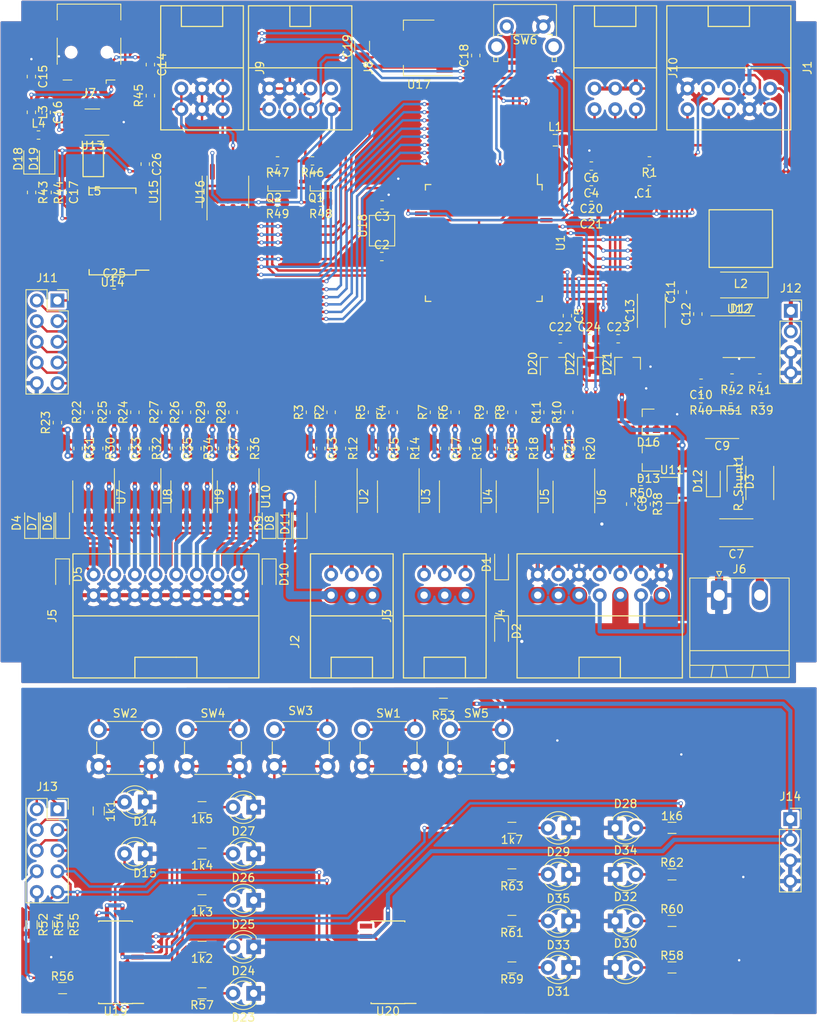
<source format=kicad_pcb>
(kicad_pcb (version 20171130) (host pcbnew "(5.1.4)-1")
  (layers (0 F.Cu signal) (31 B.Cu signal) (34 B.Paste user) (35 F.Paste user) (36 B.SilkS user) (37 F.SilkS user) (38 B.Mask user) (39 F.Mask user) (44 Edge.Cuts user))
  (net 0 "")
  (net 1 RESET)
  (net 2 GND)
  (net 3 "Net-(C2-Pad2)")
  (net 4 "Net-(C3-Pad2)")
  (net 5 "Net-(C4-Pad2)")
  (net 6 +5V)
  (net 7 "Net-(C6-Pad2)")
  (net 8 +12V)
  (net 9 "Net-(J2-Pad3)")
  (net 10 "Net-(J2-Pad2)")
  (net 11 "Net-(J2-Pad1)")
  (net 12 "Net-(J3-Pad1)")
  (net 13 "Net-(J3-Pad2)")
  (net 14 "Net-(J3-Pad3)")
  (net 15 "Net-(R12-Pad2)")
  (net 16 RGB1_ROT)
  (net 17 "Net-(R13-Pad2)")
  (net 18 RGB1_GRUEN)
  (net 19 RGB1_BLAU)
  (net 20 "Net-(R14-Pad2)")
  (net 21 "Net-(R15-Pad2)")
  (net 22 RGB2_ROT)
  (net 23 RGB2_GRUEN)
  (net 24 "Net-(R16-Pad2)")
  (net 25 "Net-(R17-Pad2)")
  (net 26 RGB2_BLAU)
  (net 27 "Net-(R18-Pad2)")
  (net 28 "Net-(R19-Pad2)")
  (net 29 PWM_PUMPE)
  (net 30 "Net-(R10-Pad1)")
  (net 31 "Net-(R11-Pad1)")
  (net 32 HEIZUNG)
  (net 33 SM1_1)
  (net 34 "Net-(R22-Pad1)")
  (net 35 "Net-(R23-Pad1)")
  (net 36 SM1_2)
  (net 37 SM1_3)
  (net 38 "Net-(R24-Pad1)")
  (net 39 SM1_4)
  (net 40 "Net-(R25-Pad1)")
  (net 41 SM2_1)
  (net 42 "Net-(R26-Pad1)")
  (net 43 "Net-(R27-Pad1)")
  (net 44 SM2_2)
  (net 45 SM2_3)
  (net 46 "Net-(R28-Pad1)")
  (net 47 "Net-(R29-Pad1)")
  (net 48 SM2_4)
  (net 49 UART_RXD)
  (net 50 UART_TXD)
  (net 51 UART_DIR)
  (net 52 "Net-(U1-Pad7)")
  (net 53 "Net-(U1-Pad8)")
  (net 54 "Net-(U1-Pad17)")
  (net 55 "Net-(U1-Pad18)")
  (net 56 "Net-(U1-Pad19)")
  (net 57 I²C_SCL)
  (net 58 I²C_SDA)
  (net 59 "Net-(U1-Pad27)")
  (net 60 "Net-(U1-Pad28)")
  (net 61 "Net-(U1-Pad29)")
  (net 62 "Net-(U1-Pad30)")
  (net 63 TDI)
  (net 64 TDO)
  (net 65 TMS)
  (net 66 TCK)
  (net 67 Voltage_Controle)
  (net 68 Current_Controle)
  (net 69 "Net-(J4-Pad6)")
  (net 70 "Net-(J4-Pad5)")
  (net 71 "Net-(J4-Pad4)")
  (net 72 "Net-(J4-Pad2)")
  (net 73 PWM_LUEFTER1)
  (net 74 PWM_LUEFTER2)
  (net 75 "Net-(C7-Pad1)")
  (net 76 "Net-(C11-Pad1)")
  (net 77 "Net-(C12-Pad1)")
  (net 78 "Net-(C12-Pad2)")
  (net 79 "Net-(R41-Pad2)")
  (net 80 "Net-(C14-Pad2)")
  (net 81 "Net-(C14-Pad1)")
  (net 82 "Net-(C16-Pad2)")
  (net 83 "Net-(C17-Pad2)")
  (net 84 "Net-(D18-Pad1)")
  (net 85 "Net-(D19-Pad1)")
  (net 86 "Net-(J7-Pad4)")
  (net 87 "Net-(J7-Pad3)")
  (net 88 "Net-(J7-Pad2)")
  (net 89 "Net-(L5-Pad2)")
  (net 90 "Net-(L5-Pad4)")
  (net 91 "Net-(R43-Pad2)")
  (net 92 "Net-(R44-Pad2)")
  (net 93 "Net-(U14-Pad5)")
  (net 94 "Net-(U14-Pad2)")
  (net 95 "Net-(U14-Pad1)")
  (net 96 "Net-(U14-Pad3)")
  (net 97 "Net-(U14-Pad12)")
  (net 98 "Net-(U14-Pad13)")
  (net 99 "Net-(U14-Pad14)")
  (net 100 "Net-(U14-Pad27)")
  (net 101 "Net-(U14-Pad28)")
  (net 102 "Net-(J1-Pad8)")
  (net 103 +3V3)
  (net 104 GND_HUMI1)
  (net 105 GND_HUMI2)
  (net 106 NOT-AUS)
  (net 107 INPUT1)
  (net 108 INPUT2)
  (net 109 "Net-(J8-Pad5)")
  (net 110 "Net-(J8-Pad6)")
  (net 111 "Net-(J9-Pad1)")
  (net 112 "Net-(J9-Pad3)")
  (net 113 NOTAUS)
  (net 114 Stop)
  (net 115 Start)
  (net 116 Dbg2)
  (net 117 Dbg1)
  (net 118 SR_Latch)
  (net 119 SR_Daten)
  (net 120 SR_Takt)
  (net 121 +5C)
  (net 122 "Net-(U18-Pad1)")
  (net 123 "Net-(U18-Pad3)")
  (net 124 "Net-(D4-Pad1)")
  (net 125 "Net-(D5-Pad1)")
  (net 126 "Net-(D6-Pad1)")
  (net 127 "Net-(D7-Pad1)")
  (net 128 "Net-(D8-Pad1)")
  (net 129 "Net-(D9-Pad1)")
  (net 130 "Net-(D10-Pad1)")
  (net 131 "Net-(D11-Pad1)")
  (net 132 /Frontpannel/SR_Takt-)
  (net 133 /Frontpannel/SR_Daten-)
  (net 134 /Frontpannel/SR_Latch-)
  (net 135 /Frontpannel/Dbg1-)
  (net 136 /Frontpannel/Dbg2-)
  (net 137 /Frontpannel/START-)
  (net 138 /Frontpannel/STOP-)
  (net 139 /Frontpannel/NOTAUS-)
  (net 140 /Frontpannel/RESET-)
  (net 141 "Net-(R38-Pad1)")
  (net 142 "Net-(R39-Pad2)")
  (net 143 "Net-(1k1-Pad1)")
  (net 144 "Net-(1k2-Pad2)")
  (net 145 "Net-(1k2-Pad1)")
  (net 146 "Net-(1k3-Pad1)")
  (net 147 "Net-(1k3-Pad2)")
  (net 148 "Net-(1k4-Pad2)")
  (net 149 "Net-(1k4-Pad1)")
  (net 150 "Net-(1k5-Pad1)")
  (net 151 "Net-(1k5-Pad2)")
  (net 152 "Net-(1k6-Pad2)")
  (net 153 "Net-(1k6-Pad1)")
  (net 154 "Net-(1k7-Pad1)")
  (net 155 "Net-(1k7-Pad2)")
  (net 156 "Net-(D15-Pad2)")
  (net 157 "Net-(D23-Pad2)")
  (net 158 "Net-(D30-Pad2)")
  (net 159 "Net-(D31-Pad2)")
  (net 160 "Net-(D32-Pad2)")
  (net 161 "Net-(D33-Pad2)")
  (net 162 "Net-(D34-Pad2)")
  (net 163 "Net-(D35-Pad2)")
  (net 164 "Net-(R56-Pad2)")
  (net 165 "Net-(R57-Pad2)")
  (net 166 "Net-(R58-Pad2)")
  (net 167 "Net-(R59-Pad2)")
  (net 168 "Net-(R60-Pad2)")
  (net 169 "Net-(R61-Pad2)")
  (net 170 "Net-(R62-Pad2)")
  (net 171 "Net-(R63-Pad2)")
  (net 172 "Net-(U19-Pad9)")
  (net 173 "Net-(U20-Pad9)")
  (net 174 "Net-(U20-Pad7)")
  (net 175 "Net-(U20-Pad6)")
  (net 176 Adress_Press2)
  (net 177 Adress_Press1)
  (module Conn_Lib:Wanne_6Pol (layer F.Cu) (at 148.59 55.88 270)
    (fp_text reference J10 (at 0 -7.12 90) (layer F.SilkS))
    (fp_text value Inputs)
    (pad 6 thru_hole circle (at 2.54 2.54 270) (size 1.7 1.7) (drill 0.9) (layers *.Cu *.Mask) (net 6 +5V))
    (pad 5 thru_hole circle (at 2.54 0 270) (size 1.7 1.7) (drill 0.9) (layers *.Cu *.Mask) (net 6 +5V))
    (pad 4 thru_hole circle (at 2.54 -2.54 270) (size 1.7 1.7) (drill 0.9) (layers *.Cu *.Mask) (net 6 +5V))
    (pad 3 thru_hole circle (at 5.08 2.54 270) (size 1.7 1.7) (drill 0.9) (layers *.Cu *.Mask) (net 107 INPUT1))
    (pad 2 thru_hole circle (at 5.08 0 270) (size 1.7 1.7) (drill 0.9) (layers *.Cu *.Mask) (net 108 INPUT2))
    (pad 1 thru_hole circle (at 5.08 -2.54 270) (size 1.7 1.7) (drill 0.9) (layers *.Cu *.Mask) (net 106 NOT-AUS))
  )
  (module Conn_Lib:Wanne_6Pol (layer F.Cu) (at 97.79 55.88 270)
    (fp_text reference J9 (at 0 -7.12 90) (layer F.SilkS))
    (fp_text value RS485)
    (pad 1 thru_hole circle (at 5.08 -2.54 270) (size 1.7 1.7) (drill 0.9) (layers *.Cu *.Mask) (net 111 "Net-(J9-Pad1)"))
    (pad 2 thru_hole circle (at 5.08 0 270) (size 1.7 1.7) (drill 0.9) (layers *.Cu *.Mask) (net 2 GND))
    (pad 3 thru_hole circle (at 5.08 2.54 270) (size 1.7 1.7) (drill 0.9) (layers *.Cu *.Mask) (net 112 "Net-(J9-Pad3)"))
    (pad 4 thru_hole circle (at 2.54 -2.54 270) (size 1.7 1.7) (drill 0.9) (layers *.Cu *.Mask) (net 111 "Net-(J9-Pad1)"))
    (pad 5 thru_hole circle (at 2.54 0 270) (size 1.7 1.7) (drill 0.9) (layers *.Cu *.Mask) (net 2 GND))
    (pad 6 thru_hole circle (at 2.54 2.54 270) (size 1.7 1.7) (drill 0.9) (layers *.Cu *.Mask) (net 112 "Net-(J9-Pad3)"))
  )
  (module LED_THT:LED_D3.0mm_IRBlack (layer F.Cu) (at 90.805 146.05 180)
    (fp_text reference D14 (at 0.0254 -2.3876) (layer F.SilkS))
    (fp_text value Dbg.)
    (pad 2 thru_hole circle (at 2.54 0 180) (size 1.8 1.8) (drill 0.9) (layers *.Cu *.Mask) (net 143 "Net-(1k1-Pad1)"))
    (pad 1 thru_hole rect (at 0 0 180) (size 1.8 1.8) (drill 0.9) (layers *.Cu *.Mask) (net 2 GND))
  )
  (module LED_THT:LED_D3.0mm_IRBlack (layer F.Cu) (at 90.805 152.4 180)
    (fp_text reference D15 (at 0.0254 -2.3876) (layer F.SilkS))
    (fp_text value ON/OFF)
    (pad 2 thru_hole circle (at 2.54 0 180) (size 1.8 1.8) (drill 0.9) (layers *.Cu *.Mask) (net 156 "Net-(D15-Pad2)"))
    (pad 1 thru_hole rect (at 0 0 180) (size 1.8 1.8) (drill 0.9) (layers *.Cu *.Mask) (net 2 GND))
  )
  (module Connector_PinSocket_2.54mm:PinSocket_1x04_P2.54mm_Vertical (layer F.Cu) (at 170.1165 148.1455)
    (fp_text reference J14 (at 0 -2.77) (layer F.SilkS))
    (fp_text value Conn_01x04)
    (pad 4 thru_hole oval (at 0 7.62) (size 1.7 1.7) (drill 1) (layers *.Cu *.Mask) (net 2 GND))
    (pad 3 thru_hole oval (at 0 5.08) (size 1.7 1.7) (drill 1) (layers *.Cu *.Mask) (net 2 GND))
    (pad 2 thru_hole oval (at 0 2.54) (size 1.7 1.7) (drill 1) (layers *.Cu *.Mask) (net 6 +5V))
    (pad 1 thru_hole rect (at 0 0) (size 1.7 1.7) (drill 1) (layers *.Cu *.Mask) (net 6 +5V))
  )
  (module Button_Switch_THT:SW_Tactile_SPST_Angled_PTS645Vx31-2LFS (layer F.Cu) (at 135.255 50.8)
    (fp_text reference SW6 (at 2.25 1.68) (layer F.SilkS))
    (fp_text value SW_DIP_x01)
    (pad "" thru_hole circle (at -1.25 2.49) (size 2.1 2.1) (drill 1.3) (layers *.Cu *.Mask))
    (pad 1 thru_hole circle (at 0 0) (size 1.75 1.75) (drill 0.99) (layers *.Cu *.Mask) (net 176 Adress_Press2))
    (pad 2 thru_hole circle (at 4.5 0) (size 1.75 1.75) (drill 0.99) (layers *.Cu *.Mask) (net 2 GND))
    (pad "" thru_hole circle (at 5.76 2.49) (size 2.1 2.1) (drill 1.3) (layers *.Cu *.Mask))
  )
  (module Resistor_SMD:R_0603_1608Metric_Pad1.05x0.95mm_HandSolder (layer F.Cu) (at 162.8 96.52 180)
    (fp_text reference R51 (at 0 -1.43) (layer F.SilkS))
    (fp_text value 100k)
    (pad 2 smd roundrect (at 0.875 0 180) (size 1.05 0.95) (layers F.Cu F.Paste F.Mask) (net 67 Voltage_Controle))
    (pad 1 smd roundrect (at -0.875 0 180) (size 1.05 0.95) (layers F.Cu F.Paste F.Mask) (net 142 "Net-(R39-Pad2)"))
  )
  (module Resistor_SMD:R_0603_1608Metric_Pad1.05x0.95mm_HandSolder (layer F.Cu) (at 151.765 106.68 180)
    (fp_text reference R50 (at 0 -1.43) (layer F.SilkS))
    (fp_text value 100k)
    (pad 2 smd roundrect (at 0.875 0 180) (size 1.05 0.95) (layers F.Cu F.Paste F.Mask) (net 68 Current_Controle))
    (pad 1 smd roundrect (at -0.875 0 180) (size 1.05 0.95) (layers F.Cu F.Paste F.Mask) (net 141 "Net-(R38-Pad1)"))
  )
  (module Connector_PinSocket_2.54mm:PinSocket_2x05_P2.54mm_Vertical (layer F.Cu) (at 80.01 146.939)
    (fp_text reference J13 (at -1.27 -2.77) (layer F.SilkS))
    (fp_text value Frontpannel)
    (pad 10 thru_hole oval (at -2.54 10.16) (size 1.7 1.7) (drill 1) (layers *.Cu *.Mask) (net 2 GND))
    (pad 9 thru_hole oval (at 0 10.16) (size 1.7 1.7) (drill 1) (layers *.Cu *.Mask) (net 132 /Frontpannel/SR_Takt-))
    (pad 8 thru_hole oval (at -2.54 7.62) (size 1.7 1.7) (drill 1) (layers *.Cu *.Mask) (net 133 /Frontpannel/SR_Daten-))
    (pad 7 thru_hole oval (at 0 7.62) (size 1.7 1.7) (drill 1) (layers *.Cu *.Mask) (net 134 /Frontpannel/SR_Latch-))
    (pad 6 thru_hole oval (at -2.54 5.08) (size 1.7 1.7) (drill 1) (layers *.Cu *.Mask) (net 135 /Frontpannel/Dbg1-))
    (pad 5 thru_hole oval (at 0 5.08) (size 1.7 1.7) (drill 1) (layers *.Cu *.Mask) (net 136 /Frontpannel/Dbg2-))
    (pad 4 thru_hole oval (at -2.54 2.54) (size 1.7 1.7) (drill 1) (layers *.Cu *.Mask) (net 137 /Frontpannel/START-))
    (pad 3 thru_hole oval (at 0 2.54) (size 1.7 1.7) (drill 1) (layers *.Cu *.Mask) (net 138 /Frontpannel/STOP-))
    (pad 2 thru_hole oval (at -2.54 0) (size 1.7 1.7) (drill 1) (layers *.Cu *.Mask) (net 139 /Frontpannel/NOTAUS-))
    (pad 1 thru_hole rect (at 0 0) (size 1.7 1.7) (drill 1) (layers *.Cu *.Mask) (net 140 /Frontpannel/RESET-))
  )
  (module Connector_PinSocket_2.54mm:PinSocket_1x04_P2.54mm_Vertical (layer F.Cu) (at 170.18 85.725)
    (fp_text reference J12 (at 0 -2.77) (layer F.SilkS))
    (fp_text value Conn_01x04)
    (pad 4 thru_hole oval (at 0 7.62) (size 1.7 1.7) (drill 1) (layers *.Cu *.Mask) (net 2 GND))
    (pad 3 thru_hole oval (at 0 5.08) (size 1.7 1.7) (drill 1) (layers *.Cu *.Mask) (net 2 GND))
    (pad 2 thru_hole oval (at 0 2.54) (size 1.7 1.7) (drill 1) (layers *.Cu *.Mask) (net 6 +5V))
    (pad 1 thru_hole rect (at 0 0) (size 1.7 1.7) (drill 1) (layers *.Cu *.Mask) (net 6 +5V))
  )
  (module Connector_PinSocket_2.54mm:PinSocket_2x05_P2.54mm_Vertical (layer F.Cu) (at 80.01 84.455)
    (fp_text reference J11 (at -1.27 -2.77) (layer F.SilkS))
    (fp_text value Frontpannel)
    (pad 10 thru_hole oval (at -2.54 10.16) (size 1.7 1.7) (drill 1) (layers *.Cu *.Mask) (net 2 GND))
    (pad 9 thru_hole oval (at 0 10.16) (size 1.7 1.7) (drill 1) (layers *.Cu *.Mask) (net 120 SR_Takt))
    (pad 8 thru_hole oval (at -2.54 7.62) (size 1.7 1.7) (drill 1) (layers *.Cu *.Mask) (net 119 SR_Daten))
    (pad 7 thru_hole oval (at 0 7.62) (size 1.7 1.7) (drill 1) (layers *.Cu *.Mask) (net 118 SR_Latch))
    (pad 6 thru_hole oval (at -2.54 5.08) (size 1.7 1.7) (drill 1) (layers *.Cu *.Mask) (net 117 Dbg1))
    (pad 5 thru_hole oval (at 0 5.08) (size 1.7 1.7) (drill 1) (layers *.Cu *.Mask) (net 116 Dbg2))
    (pad 4 thru_hole oval (at -2.54 2.54) (size 1.7 1.7) (drill 1) (layers *.Cu *.Mask) (net 115 Start))
    (pad 3 thru_hole oval (at 0 2.54) (size 1.7 1.7) (drill 1) (layers *.Cu *.Mask) (net 114 Stop))
    (pad 2 thru_hole oval (at -2.54 0) (size 1.7 1.7) (drill 1) (layers *.Cu *.Mask) (net 113 NOTAUS))
    (pad 1 thru_hole rect (at 0 0) (size 1.7 1.7) (drill 1) (layers *.Cu *.Mask) (net 1 RESET))
  )
  (module Capacitor_SMD:C_0603_1608Metric_Pad1.05x0.95mm_HandSolder (layer F.Cu) (at 145.655 69.85 180)
    (fp_text reference C4 (at 0 -1.43) (layer F.SilkS))
    (fp_text value 10nF)
    (pad 2 smd roundrect (at 0.875 0 180) (size 1.05 0.95) (layers F.Cu F.Paste F.Mask) (net 5 "Net-(C4-Pad2)"))
    (pad 1 smd roundrect (at -0.875 0 180) (size 1.05 0.95) (layers F.Cu F.Paste F.Mask) (net 2 GND))
  )
  (module Package_TO_SOT_SMD:SOT-323_SC-70_Handsoldering (layer F.Cu) (at 106.62 69.85 180)
    (fp_text reference Q2 (at 0 -2) (layer F.SilkS))
    (fp_text value BS170)
    (pad 3 smd rect (at 1.33 0 90) (size 0.45 1.5) (layers F.Cu F.Paste F.Mask) (net 110 "Net-(J8-Pad6)"))
    (pad 2 smd rect (at -1.33 0.65 90) (size 0.45 1.5) (layers F.Cu F.Paste F.Mask) (net 103 +3V3))
    (pad 1 smd rect (at -1.33 -0.65 90) (size 0.45 1.5) (layers F.Cu F.Paste F.Mask) (net 58 I²C_SDA))
  )
  (module Capacitor_SMD:C_0603_1608Metric_Pad1.05x0.95mm_HandSolder (layer F.Cu) (at 90.805 67.705 270)
    (fp_text reference C26 (at 0 -1.43 90) (layer F.SilkS))
    (fp_text value 100nF)
    (pad 2 smd roundrect (at 0.875 0 270) (size 1.05 0.95) (layers F.Cu F.Paste F.Mask) (net 121 +5C))
    (pad 1 smd roundrect (at -0.875 0 270) (size 1.05 0.95) (layers F.Cu F.Paste F.Mask) (net 2 GND))
  )
  (module Capacitor_SMD:C_0603_1608Metric_Pad1.05x0.95mm_HandSolder (layer F.Cu) (at 86.995 82.55)
    (fp_text reference C25 (at 0 -1.43) (layer F.SilkS))
    (fp_text value 100nF)
    (pad 2 smd roundrect (at 0.875 0) (size 1.05 0.95) (layers F.Cu F.Paste F.Mask) (net 121 +5C))
    (pad 1 smd roundrect (at -0.875 0) (size 1.05 0.95) (layers F.Cu F.Paste F.Mask) (net 2 GND))
  )
  (module Package_SO:SOIC-8_3.9x4.9mm_P1.27mm (layer F.Cu) (at 100.965 71.12 90)
    (fp_text reference U16 (at 0 -3.4 90) (layer F.SilkS))
    (fp_text value MAX3072E)
    (pad 8 smd roundrect (at 2.475 -1.905 90) (size 1.95 0.6) (layers F.Cu F.Paste F.Mask) (net 6 +5V))
    (pad 7 smd roundrect (at 2.475 -0.635 90) (size 1.95 0.6) (layers F.Cu F.Paste F.Mask) (net 111 "Net-(J9-Pad1)"))
    (pad 6 smd roundrect (at 2.475 0.635 90) (size 1.95 0.6) (layers F.Cu F.Paste F.Mask) (net 112 "Net-(J9-Pad3)"))
    (pad 5 smd roundrect (at 2.475 1.905 90) (size 1.95 0.6) (layers F.Cu F.Paste F.Mask) (net 2 GND))
    (pad 4 smd roundrect (at -2.475 1.905 90) (size 1.95 0.6) (layers F.Cu F.Paste F.Mask) (net 50 UART_TXD))
    (pad 3 smd roundrect (at -2.475 0.635 90) (size 1.95 0.6) (layers F.Cu F.Paste F.Mask) (net 51 UART_DIR))
    (pad 2 smd roundrect (at -2.475 -0.635 90) (size 1.95 0.6) (layers F.Cu F.Paste F.Mask) (net 51 UART_DIR))
    (pad 1 smd roundrect (at -2.475 -1.905 90) (size 1.95 0.6) (layers F.Cu F.Paste F.Mask) (net 49 UART_RXD))
  )
  (module Package_SO:SOIC-8_3.9x4.9mm_P1.27mm (layer F.Cu) (at 95.25 71.12 90)
    (fp_text reference U15 (at 0 -3.4 90) (layer F.SilkS))
    (fp_text value MAX3072E)
    (pad 8 smd roundrect (at 2.475 -1.905 90) (size 1.95 0.6) (layers F.Cu F.Paste F.Mask) (net 121 +5C))
    (pad 7 smd roundrect (at 2.475 -0.635 90) (size 1.95 0.6) (layers F.Cu F.Paste F.Mask) (net 111 "Net-(J9-Pad1)"))
    (pad 6 smd roundrect (at 2.475 0.635 90) (size 1.95 0.6) (layers F.Cu F.Paste F.Mask) (net 112 "Net-(J9-Pad3)"))
    (pad 5 smd roundrect (at 2.475 1.905 90) (size 1.95 0.6) (layers F.Cu F.Paste F.Mask) (net 2 GND))
    (pad 4 smd roundrect (at -2.475 1.905 90) (size 1.95 0.6) (layers F.Cu F.Paste F.Mask) (net 95 "Net-(U14-Pad1)"))
    (pad 3 smd roundrect (at -2.475 0.635 90) (size 1.95 0.6) (layers F.Cu F.Paste F.Mask) (net 98 "Net-(U14-Pad13)"))
    (pad 2 smd roundrect (at -2.475 -0.635 90) (size 1.95 0.6) (layers F.Cu F.Paste F.Mask) (net 98 "Net-(U14-Pad13)"))
    (pad 1 smd roundrect (at -2.475 -1.905 90) (size 1.95 0.6) (layers F.Cu F.Paste F.Mask) (net 93 "Net-(U14-Pad5)"))
  )
  (module Package_TO_SOT_SMD:SOT-23-6_Handsoldering (layer F.Cu) (at 84.3 62.545 180)
    (fp_text reference U13 (at 0 -2.9) (layer F.SilkS))
    (fp_text value WE_TVS)
    (pad 5 smd rect (at 1.35 0 180) (size 1.56 0.65) (layers F.Cu F.Paste F.Mask) (net 121 +5C))
    (pad 6 smd rect (at 1.35 -0.95 180) (size 1.56 0.65) (layers F.Cu F.Paste F.Mask) (net 87 "Net-(J7-Pad3)"))
    (pad 4 smd rect (at 1.35 0.95 180) (size 1.56 0.65) (layers F.Cu F.Paste F.Mask) (net 87 "Net-(J7-Pad3)"))
    (pad 3 smd rect (at -1.35 0.95 180) (size 1.56 0.65) (layers F.Cu F.Paste F.Mask) (net 88 "Net-(J7-Pad2)"))
    (pad 2 smd rect (at -1.35 0 180) (size 1.56 0.65) (layers F.Cu F.Paste F.Mask) (net 2 GND))
    (pad 1 smd rect (at -1.35 -0.95 180) (size 1.56 0.65) (layers F.Cu F.Paste F.Mask) (net 88 "Net-(J7-Pad2)"))
  )
  (module Resistor_SMD:R_0603_1608Metric_Pad1.05x0.95mm_HandSolder (layer F.Cu) (at 91.44 59.295 90)
    (fp_text reference R45 (at 0 -1.43 90) (layer F.SilkS))
    (fp_text value 120R)
    (pad 2 smd roundrect (at 0.875 0 90) (size 1.05 0.95) (layers F.Cu F.Paste F.Mask) (net 111 "Net-(J9-Pad1)"))
    (pad 1 smd roundrect (at -0.875 0 90) (size 1.05 0.95) (layers F.Cu F.Paste F.Mask) (net 112 "Net-(J9-Pad3)"))
  )
  (module Resistor_SMD:R_0603_1608Metric_Pad1.05x0.95mm_HandSolder (layer F.Cu) (at 78.74 71.185 270)
    (fp_text reference R44 (at 0 -1.43 90) (layer F.SilkS))
    (fp_text value 1k)
    (pad 2 smd roundrect (at 0.875 0 270) (size 1.05 0.95) (layers F.Cu F.Paste F.Mask) (net 92 "Net-(R44-Pad2)"))
    (pad 1 smd roundrect (at -0.875 0 270) (size 1.05 0.95) (layers F.Cu F.Paste F.Mask) (net 85 "Net-(D19-Pad1)"))
  )
  (module Resistor_SMD:R_0603_1608Metric_Pad1.05x0.95mm_HandSolder (layer F.Cu) (at 76.835 71.185 270)
    (fp_text reference R43 (at 0 -1.43 90) (layer F.SilkS))
    (fp_text value 1k)
    (pad 2 smd roundrect (at 0.875 0 270) (size 1.05 0.95) (layers F.Cu F.Paste F.Mask) (net 91 "Net-(R43-Pad2)"))
    (pad 1 smd roundrect (at -0.875 0 270) (size 1.05 0.95) (layers F.Cu F.Paste F.Mask) (net 84 "Net-(D18-Pad1)"))
  )
  (module Inductor_SMD:L_0603_1608Metric_Pad1.05x0.95mm_HandSolder (layer F.Cu) (at 77.685 64.135)
    (fp_text reference L4 (at 0 -1.43) (layer F.SilkS))
    (fp_text value L)
    (pad 2 smd roundrect (at 0.875 0) (size 1.05 0.95) (layers F.Cu F.Paste F.Mask) (net 121 +5C))
    (pad 1 smd roundrect (at -0.875 0) (size 1.05 0.95) (layers F.Cu F.Paste F.Mask) (net 82 "Net-(C16-Pad2)"))
  )
  (module Inductor_SMD:L_0603_1608Metric_Pad1.05x0.95mm_HandSolder (layer F.Cu) (at 76.81 61.34 270)
    (fp_text reference L3 (at 0 -1.43 90) (layer F.SilkS))
    (fp_text value L)
    (pad 2 smd roundrect (at 0.875 0 270) (size 1.05 0.95) (layers F.Cu F.Paste F.Mask) (net 82 "Net-(C16-Pad2)"))
    (pad 1 smd roundrect (at -0.875 0 270) (size 1.05 0.95) (layers F.Cu F.Paste F.Mask) (net 81 "Net-(C14-Pad1)"))
  )
  (module Connector_USB:USB_Mini-B_Lumberg_2486_01_Horizontal (layer F.Cu) (at 83.895 53.965 180)
    (fp_text reference J7 (at 0 -5) (layer F.SilkS))
    (fp_text value USB_B_Mini)
    (pad "" np_thru_hole circle (at 2.2 0 180) (size 1 1) (drill 1) (layers *.Cu *.Mask))
    (pad "" np_thru_hole circle (at -2.2 0 180) (size 1 1) (drill 1) (layers *.Cu *.Mask))
    (pad 6 smd rect (at 4.45 2.85 180) (size 2 1.7) (layers F.Cu F.Paste F.Mask) (net 80 "Net-(C14-Pad2)"))
    (pad 6 smd rect (at 4.45 -2.6 180) (size 2 1.7) (layers F.Cu F.Paste F.Mask) (net 80 "Net-(C14-Pad2)"))
    (pad 6 smd rect (at -4.45 2.85 180) (size 2 1.7) (layers F.Cu F.Paste F.Mask) (net 80 "Net-(C14-Pad2)"))
    (pad 6 smd rect (at -4.45 -2.6 180) (size 2 1.7) (layers F.Cu F.Paste F.Mask) (net 80 "Net-(C14-Pad2)"))
    (pad 5 smd rect (at 1.6 -2.7 180) (size 0.5 2) (layers F.Cu F.Paste F.Mask) (net 2 GND))
    (pad 4 smd rect (at 0.8 -2.7 180) (size 0.5 2) (layers F.Cu F.Paste F.Mask) (net 86 "Net-(J7-Pad4)"))
    (pad 3 smd rect (at 0 -2.7 180) (size 0.5 2) (layers F.Cu F.Paste F.Mask) (net 87 "Net-(J7-Pad3)"))
    (pad 2 smd rect (at -0.8 -2.7 180) (size 0.5 2) (layers F.Cu F.Paste F.Mask) (net 88 "Net-(J7-Pad2)"))
    (pad 1 smd rect (at -1.6 -2.7 180) (size 0.5 2) (layers F.Cu F.Paste F.Mask) (net 81 "Net-(C14-Pad1)"))
  )
  (module LED_SMD:LED_0805_2012Metric_Pad1.15x1.40mm_HandSolder (layer F.Cu) (at 78.74 67.065 90)
    (fp_text reference D19 (at 0 -1.65 90) (layer F.SilkS))
    (fp_text value LED)
    (pad 2 smd roundrect (at 1.025 0 90) (size 1.15 1.4) (layers F.Cu F.Paste F.Mask) (roundrect_rratio 0.217391) (net 121 +5C))
    (pad 1 smd roundrect (at -1.025 0 90) (size 1.15 1.4) (layers F.Cu F.Paste F.Mask) (roundrect_rratio 0.217391) (net 85 "Net-(D19-Pad1)"))
  )
  (module LED_SMD:LED_0805_2012Metric_Pad1.15x1.40mm_HandSolder (layer F.Cu) (at 76.835 67.065 90)
    (fp_text reference D18 (at 0 -1.65 90) (layer F.SilkS))
    (fp_text value LED)
    (pad 2 smd roundrect (at 1.025 0 90) (size 1.15 1.4) (layers F.Cu F.Paste F.Mask) (roundrect_rratio 0.217391) (net 121 +5C))
    (pad 1 smd roundrect (at -1.025 0 90) (size 1.15 1.4) (layers F.Cu F.Paste F.Mask) (roundrect_rratio 0.217391) (net 84 "Net-(D18-Pad1)"))
  )
  (module Capacitor_SMD:C_0603_1608Metric_Pad1.05x0.95mm_HandSolder (layer F.Cu) (at 78.63 61.355 270)
    (fp_text reference C16 (at 0 -1.43 90) (layer F.SilkS))
    (fp_text value 100nF)
    (pad 2 smd roundrect (at 0.875 0 270) (size 1.05 0.95) (layers F.Cu F.Paste F.Mask) (net 82 "Net-(C16-Pad2)"))
    (pad 1 smd roundrect (at -0.875 0 270) (size 1.05 0.95) (layers F.Cu F.Paste F.Mask) (net 2 GND))
  )
  (module Capacitor_SMD:C_0603_1608Metric_Pad1.05x0.95mm_HandSolder (layer F.Cu) (at 76.81 56.955 270)
    (fp_text reference C15 (at 0 -1.43 90) (layer F.SilkS))
    (fp_text value 100nF)
    (pad 2 smd roundrect (at 0.875 0 270) (size 1.05 0.95) (layers F.Cu F.Paste F.Mask) (net 80 "Net-(C14-Pad2)"))
    (pad 1 smd roundrect (at -0.875 0 270) (size 1.05 0.95) (layers F.Cu F.Paste F.Mask) (net 2 GND))
  )
  (module Capacitor_SMD:C_0603_1608Metric_Pad1.05x0.95mm_HandSolder (layer F.Cu) (at 91.44 55.485 270)
    (fp_text reference C14 (at 0 -1.43 90) (layer F.SilkS))
    (fp_text value 100nF)
    (pad 2 smd roundrect (at 0.875 0 270) (size 1.05 0.95) (layers F.Cu F.Paste F.Mask) (net 80 "Net-(C14-Pad2)"))
    (pad 1 smd roundrect (at -0.875 0 270) (size 1.05 0.95) (layers F.Cu F.Paste F.Mask) (net 81 "Net-(C14-Pad1)"))
  )
  (module Resistor_SMD:R_0603_1608Metric_Pad1.05x0.95mm_HandSolder (layer F.Cu) (at 140.335 98.185 90)
    (fp_text reference R11 (at 0 -1.43 90) (layer F.SilkS))
    (fp_text value 160R)
    (pad 2 smd roundrect (at 0.875 0 90) (size 1.05 0.95) (layers F.Cu F.Paste F.Mask) (net 32 HEIZUNG))
    (pad 1 smd roundrect (at -0.875 0 90) (size 1.05 0.95) (layers F.Cu F.Paste F.Mask) (net 31 "Net-(R11-Pad1)"))
  )
  (module Capacitor_SMD:C_0603_1608Metric_Pad1.05x0.95mm_HandSolder (layer F.Cu) (at 152.795 69.85 180)
    (fp_text reference C1 (at 0.635 -1.43 180) (layer F.SilkS))
    (fp_text value 10nF)
    (pad 2 smd roundrect (at 0.875 0 180) (size 1.05 0.95) (layers F.Cu F.Paste F.Mask) (net 2 GND))
    (pad 1 smd roundrect (at -0.875 0 180) (size 1.05 0.95) (layers F.Cu F.Paste F.Mask) (net 1 RESET))
  )
  (module Capacitor_SMD:C_0603_1608Metric_Pad1.05x0.95mm_HandSolder (layer F.Cu) (at 119.895 79.06)
    (fp_text reference C2 (at 0 -1.43) (layer F.SilkS))
    (fp_text value 22pF)
    (pad 2 smd roundrect (at 0.875 0) (size 1.05 0.95) (layers F.Cu F.Paste F.Mask) (net 3 "Net-(C2-Pad2)"))
    (pad 1 smd roundrect (at -0.875 0) (size 1.05 0.95) (layers F.Cu F.Paste F.Mask) (net 2 GND))
  )
  (module Capacitor_SMD:C_0603_1608Metric_Pad1.05x0.95mm_HandSolder (layer F.Cu) (at 119.925 72.72 180)
    (fp_text reference C3 (at 0 -1.43) (layer F.SilkS))
    (fp_text value 22pF)
    (pad 2 smd roundrect (at 0.875 0 180) (size 1.05 0.95) (layers F.Cu F.Paste F.Mask) (net 4 "Net-(C3-Pad2)"))
    (pad 1 smd roundrect (at -0.875 0 180) (size 1.05 0.95) (layers F.Cu F.Paste F.Mask) (net 2 GND))
  )
  (module Capacitor_SMD:C_0603_1608Metric_Pad1.05x0.95mm_HandSolder (layer F.Cu) (at 142.71 86.325 270)
    (fp_text reference C5 (at 0 -1.43 90) (layer F.SilkS))
    (fp_text value 100nF)
    (pad 2 smd roundrect (at 0.875 0 270) (size 1.05 0.95) (layers F.Cu F.Paste F.Mask) (net 2 GND))
    (pad 1 smd roundrect (at -0.875 0 270) (size 1.05 0.95) (layers F.Cu F.Paste F.Mask) (net 6 +5V))
  )
  (module Capacitor_SMD:C_0603_1608Metric_Pad1.05x0.95mm_HandSolder (layer F.Cu) (at 145.655 67.945 180)
    (fp_text reference C6 (at 0 -1.43) (layer F.SilkS))
    (fp_text value 100nF)
    (pad 2 smd roundrect (at 0.875 0 180) (size 1.05 0.95) (layers F.Cu F.Paste F.Mask) (net 7 "Net-(C6-Pad2)"))
    (pad 1 smd roundrect (at -0.875 0 180) (size 1.05 0.95) (layers F.Cu F.Paste F.Mask) (net 2 GND))
  )
  (module Diode_SMD:D_SOD-323_HandSoldering (layer F.Cu) (at 134.62 116.86 90)
    (fp_text reference D1 (at 0 -1.85 90) (layer F.SilkS))
    (fp_text value 1N4148)
    (pad 2 smd rect (at 1.25 0 90) (size 1 1) (layers F.Cu F.Paste F.Mask) (net 2 GND))
    (pad 1 smd rect (at -1.25 0 90) (size 1 1) (layers F.Cu F.Paste F.Mask) (net 8 +12V))
  )
  (module Diode_SMD:D_SOD-323_HandSoldering (layer F.Cu) (at 134.62 125.075 270)
    (fp_text reference D2 (at 0 -1.85 90) (layer F.SilkS))
    (fp_text value 1N4148)
    (pad 2 smd rect (at 1.25 0 270) (size 1 1) (layers F.Cu F.Paste F.Mask) (net 2 GND))
    (pad 1 smd rect (at -1.25 0 270) (size 1 1) (layers F.Cu F.Paste F.Mask) (net 8 +12V))
  )
  (module Diode_SMD:D_SOD-323_HandSoldering (layer F.Cu) (at 76.835 111.78 90)
    (fp_text reference D4 (at 0 -1.85 90) (layer F.SilkS))
    (fp_text value 1N4148)
    (pad 2 smd rect (at 1.25 0 90) (size 1 1) (layers F.Cu F.Paste F.Mask) (net 2 GND))
    (pad 1 smd rect (at -1.25 0 90) (size 1 1) (layers F.Cu F.Paste F.Mask) (net 124 "Net-(D4-Pad1)"))
  )
  (module Diode_SMD:D_SOD-323_HandSoldering (layer F.Cu) (at 80.645 118.09 270)
    (fp_text reference D5 (at 0 -1.85 90) (layer F.SilkS))
    (fp_text value 1N4148)
    (pad 2 smd rect (at 1.25 0 270) (size 1 1) (layers F.Cu F.Paste F.Mask) (net 2 GND))
    (pad 1 smd rect (at -1.25 0 270) (size 1 1) (layers F.Cu F.Paste F.Mask) (net 125 "Net-(D5-Pad1)"))
  )
  (module Diode_SMD:D_SOD-323_HandSoldering (layer F.Cu) (at 80.645 111.78 90)
    (fp_text reference D6 (at 0 -1.85 90) (layer F.SilkS))
    (fp_text value 1N4148)
    (pad 2 smd rect (at 1.25 0 90) (size 1 1) (layers F.Cu F.Paste F.Mask) (net 2 GND))
    (pad 1 smd rect (at -1.25 0 90) (size 1 1) (layers F.Cu F.Paste F.Mask) (net 126 "Net-(D6-Pad1)"))
  )
  (module Diode_SMD:D_SOD-323_HandSoldering (layer F.Cu) (at 78.74 111.78 90)
    (fp_text reference D7 (at 0 -1.85 90) (layer F.SilkS))
    (fp_text value 1N4148)
    (pad 2 smd rect (at 1.25 0 90) (size 1 1) (layers F.Cu F.Paste F.Mask) (net 2 GND))
    (pad 1 smd rect (at -1.25 0 90) (size 1 1) (layers F.Cu F.Paste F.Mask) (net 127 "Net-(D7-Pad1)"))
  )
  (module Diode_SMD:D_SOD-323_HandSoldering (layer F.Cu) (at 107.95 111.78 90)
    (fp_text reference D8 (at 0 -1.85 90) (layer F.SilkS))
    (fp_text value 1N4148)
    (pad 2 smd rect (at 1.25 0 90) (size 1 1) (layers F.Cu F.Paste F.Mask) (net 2 GND))
    (pad 1 smd rect (at -1.25 0 90) (size 1 1) (layers F.Cu F.Paste F.Mask) (net 128 "Net-(D8-Pad1)"))
  )
  (module Diode_SMD:D_SOD-323_HandSoldering (layer F.Cu) (at 106.045 111.78 90)
    (fp_text reference D9 (at 0 -1.27 90) (layer F.SilkS))
    (fp_text value 1N4148)
    (pad 2 smd rect (at 1.25 0 90) (size 1 1) (layers F.Cu F.Paste F.Mask) (net 2 GND))
    (pad 1 smd rect (at -1.25 0 90) (size 1 1) (layers F.Cu F.Paste F.Mask) (net 129 "Net-(D9-Pad1)"))
  )
  (module Diode_SMD:D_SOD-323_HandSoldering (layer F.Cu) (at 106.045 118.09 270)
    (fp_text reference D10 (at 0 -1.85 90) (layer F.SilkS))
    (fp_text value 1N4148)
    (pad 2 smd rect (at 1.25 0 270) (size 1 1) (layers F.Cu F.Paste F.Mask) (net 2 GND))
    (pad 1 smd rect (at -1.25 0 270) (size 1 1) (layers F.Cu F.Paste F.Mask) (net 130 "Net-(D10-Pad1)"))
  )
  (module Diode_SMD:D_SOD-323_HandSoldering (layer F.Cu) (at 109.855 111.78 90)
    (fp_text reference D11 (at 0 -1.85 90) (layer F.SilkS))
    (fp_text value 1N4148)
    (pad 2 smd rect (at 1.25 0 90) (size 1 1) (layers F.Cu F.Paste F.Mask) (net 2 GND))
    (pad 1 smd rect (at -1.25 0 90) (size 1 1) (layers F.Cu F.Paste F.Mask) (net 131 "Net-(D11-Pad1)"))
  )
  (module Inductor_SMD:L_0805_2012Metric_Pad1.15x1.40mm_HandSolder (layer F.Cu) (at 141.215 64.77)
    (fp_text reference L1 (at 0 -1.65) (layer F.SilkS))
    (fp_text value 10uH)
    (pad 2 smd roundrect (at 1.025 0) (size 1.15 1.4) (layers F.Cu F.Paste F.Mask) (roundrect_rratio 0.217391) (net 7 "Net-(C6-Pad2)"))
    (pad 1 smd roundrect (at -1.025 0) (size 1.15 1.4) (layers F.Cu F.Paste F.Mask) (roundrect_rratio 0.217391) (net 6 +5V))
  )
  (module Resistor_SMD:R_0603_1608Metric_Pad1.05x0.95mm_HandSolder (layer F.Cu) (at 152.795 67.31 180)
    (fp_text reference R1 (at 0 -1.43) (layer F.SilkS))
    (fp_text value R)
    (pad 2 smd roundrect (at 0.875 0 180) (size 1.05 0.95) (layers F.Cu F.Paste F.Mask) (net 1 RESET))
    (pad 1 smd roundrect (at -0.875 0 180) (size 1.05 0.95) (layers F.Cu F.Paste F.Mask) (net 6 +5V))
  )
  (module Resistor_SMD:R_0603_1608Metric_Pad1.05x0.95mm_HandSolder (layer F.Cu) (at 113.665 98.185 90)
    (fp_text reference R2 (at 0 -1.43 90) (layer F.SilkS))
    (fp_text value 160R)
    (pad 2 smd roundrect (at 0.875 0 90) (size 1.05 0.95) (layers F.Cu F.Paste F.Mask) (net 18 RGB1_GRUEN))
    (pad 1 smd roundrect (at -0.875 0 90) (size 1.05 0.95) (layers F.Cu F.Paste F.Mask) (net 15 "Net-(R12-Pad2)"))
  )
  (module Resistor_SMD:R_0603_1608Metric_Pad1.05x0.95mm_HandSolder (layer F.Cu) (at 111.125 98.185 90)
    (fp_text reference R3 (at 0 -1.43 90) (layer F.SilkS))
    (fp_text value 160R)
    (pad 2 smd roundrect (at 0.875 0 90) (size 1.05 0.95) (layers F.Cu F.Paste F.Mask) (net 19 RGB1_BLAU))
    (pad 1 smd roundrect (at -0.875 0 90) (size 1.05 0.95) (layers F.Cu F.Paste F.Mask) (net 17 "Net-(R13-Pad2)"))
  )
  (module Resistor_SMD:R_0603_1608Metric_Pad1.05x0.95mm_HandSolder (layer F.Cu) (at 121.285 98.185 90)
    (fp_text reference R4 (at 0 -1.43 90) (layer F.SilkS))
    (fp_text value 160R)
    (pad 2 smd roundrect (at 0.875 0 90) (size 1.05 0.95) (layers F.Cu F.Paste F.Mask) (net 26 RGB2_BLAU))
    (pad 1 smd roundrect (at -0.875 0 90) (size 1.05 0.95) (layers F.Cu F.Paste F.Mask) (net 20 "Net-(R14-Pad2)"))
  )
  (module Resistor_SMD:R_0603_1608Metric_Pad1.05x0.95mm_HandSolder (layer F.Cu) (at 118.745 98.185 90)
    (fp_text reference R5 (at 0 -1.43 90) (layer F.SilkS))
    (fp_text value 160R)
    (pad 2 smd roundrect (at 0.875 0 90) (size 1.05 0.95) (layers F.Cu F.Paste F.Mask) (net 16 RGB1_ROT))
    (pad 1 smd roundrect (at -0.875 0 90) (size 1.05 0.95) (layers F.Cu F.Paste F.Mask) (net 21 "Net-(R15-Pad2)"))
  )
  (module Resistor_SMD:R_0603_1608Metric_Pad1.05x0.95mm_HandSolder (layer F.Cu) (at 128.905 98.185 90)
    (fp_text reference R6 (at 0 -1.43 90) (layer F.SilkS))
    (fp_text value 160R)
    (pad 2 smd roundrect (at 0.875 0 90) (size 1.05 0.95) (layers F.Cu F.Paste F.Mask) (net 22 RGB2_ROT))
    (pad 1 smd roundrect (at -0.875 0 90) (size 1.05 0.95) (layers F.Cu F.Paste F.Mask) (net 24 "Net-(R16-Pad2)"))
  )
  (module Resistor_SMD:R_0603_1608Metric_Pad1.05x0.95mm_HandSolder (layer F.Cu) (at 126.365 98.185 90)
    (fp_text reference R7 (at 0 -1.43 90) (layer F.SilkS))
    (fp_text value 160R)
    (pad 2 smd roundrect (at 0.875 0 90) (size 1.05 0.95) (layers F.Cu F.Paste F.Mask) (net 23 RGB2_GRUEN))
    (pad 1 smd roundrect (at -0.875 0 90) (size 1.05 0.95) (layers F.Cu F.Paste F.Mask) (net 25 "Net-(R17-Pad2)"))
  )
  (module Resistor_SMD:R_0603_1608Metric_Pad1.05x0.95mm_HandSolder (layer F.Cu) (at 135.89 98.185 90)
    (fp_text reference R8 (at 0 -1.43 90) (layer F.SilkS))
    (fp_text value 160R)
    (pad 2 smd roundrect (at 0.875 0 90) (size 1.05 0.95) (layers F.Cu F.Paste F.Mask) (net 73 PWM_LUEFTER1))
    (pad 1 smd roundrect (at -0.875 0 90) (size 1.05 0.95) (layers F.Cu F.Paste F.Mask) (net 27 "Net-(R18-Pad2)"))
  )
  (module Resistor_SMD:R_0603_1608Metric_Pad1.05x0.95mm_HandSolder (layer F.Cu) (at 133.35 98.185 90)
    (fp_text reference R9 (at 0 -1.43 90) (layer F.SilkS))
    (fp_text value 160R)
    (pad 2 smd roundrect (at 0.875 0 90) (size 1.05 0.95) (layers F.Cu F.Paste F.Mask) (net 74 PWM_LUEFTER2))
    (pad 1 smd roundrect (at -0.875 0 90) (size 1.05 0.95) (layers F.Cu F.Paste F.Mask) (net 28 "Net-(R19-Pad2)"))
  )
  (module Resistor_SMD:R_0603_1608Metric_Pad1.05x0.95mm_HandSolder (layer F.Cu) (at 142.875 98.185 90)
    (fp_text reference R10 (at 0 -1.43 90) (layer F.SilkS))
    (fp_text value 160R)
    (pad 2 smd roundrect (at 0.875 0 90) (size 1.05 0.95) (layers F.Cu F.Paste F.Mask) (net 29 PWM_PUMPE))
    (pad 1 smd roundrect (at -0.875 0 90) (size 1.05 0.95) (layers F.Cu F.Paste F.Mask) (net 30 "Net-(R10-Pad1)"))
  )
  (module Resistor_SMD:R_0603_1608Metric_Pad1.05x0.95mm_HandSolder (layer F.Cu) (at 114.935 102.63 270)
    (fp_text reference R12 (at 0 -1.43 90) (layer F.SilkS))
    (fp_text value 10k)
    (pad 2 smd roundrect (at 0.875 0 270) (size 1.05 0.95) (layers F.Cu F.Paste F.Mask) (net 15 "Net-(R12-Pad2)"))
    (pad 1 smd roundrect (at -0.875 0 270) (size 1.05 0.95) (layers F.Cu F.Paste F.Mask) (net 2 GND))
  )
  (module Resistor_SMD:R_0603_1608Metric_Pad1.05x0.95mm_HandSolder (layer F.Cu) (at 112.395 102.63 270)
    (fp_text reference R13 (at 0 -1.43 90) (layer F.SilkS))
    (fp_text value 10k)
    (pad 2 smd roundrect (at 0.875 0 270) (size 1.05 0.95) (layers F.Cu F.Paste F.Mask) (net 17 "Net-(R13-Pad2)"))
    (pad 1 smd roundrect (at -0.875 0 270) (size 1.05 0.95) (layers F.Cu F.Paste F.Mask) (net 2 GND))
  )
  (module Resistor_SMD:R_0603_1608Metric_Pad1.05x0.95mm_HandSolder (layer F.Cu) (at 122.555 102.63 270)
    (fp_text reference R14 (at 0 -1.43 90) (layer F.SilkS))
    (fp_text value 10k)
    (pad 2 smd roundrect (at 0.875 0 270) (size 1.05 0.95) (layers F.Cu F.Paste F.Mask) (net 20 "Net-(R14-Pad2)"))
    (pad 1 smd roundrect (at -0.875 0 270) (size 1.05 0.95) (layers F.Cu F.Paste F.Mask) (net 2 GND))
  )
  (module Resistor_SMD:R_0603_1608Metric_Pad1.05x0.95mm_HandSolder (layer F.Cu) (at 120.015 102.63 270)
    (fp_text reference R15 (at 0 -1.43 90) (layer F.SilkS))
    (fp_text value 10k)
    (pad 2 smd roundrect (at 0.875 0 270) (size 1.05 0.95) (layers F.Cu F.Paste F.Mask) (net 21 "Net-(R15-Pad2)"))
    (pad 1 smd roundrect (at -0.875 0 270) (size 1.05 0.95) (layers F.Cu F.Paste F.Mask) (net 2 GND))
  )
  (module Resistor_SMD:R_0603_1608Metric_Pad1.05x0.95mm_HandSolder (layer F.Cu) (at 130.175 102.63 270)
    (fp_text reference R16 (at 0 -1.43 90) (layer F.SilkS))
    (fp_text value 10k)
    (pad 2 smd roundrect (at 0.875 0 270) (size 1.05 0.95) (layers F.Cu F.Paste F.Mask) (net 24 "Net-(R16-Pad2)"))
    (pad 1 smd roundrect (at -0.875 0 270) (size 1.05 0.95) (layers F.Cu F.Paste F.Mask) (net 2 GND))
  )
  (module Resistor_SMD:R_0603_1608Metric_Pad1.05x0.95mm_HandSolder (layer F.Cu) (at 127.635 102.63 270)
    (fp_text reference R17 (at 0 -1.43 90) (layer F.SilkS))
    (fp_text value 10k)
    (pad 2 smd roundrect (at 0.875 0 270) (size 1.05 0.95) (layers F.Cu F.Paste F.Mask) (net 25 "Net-(R17-Pad2)"))
    (pad 1 smd roundrect (at -0.875 0 270) (size 1.05 0.95) (layers F.Cu F.Paste F.Mask) (net 2 GND))
  )
  (module Resistor_SMD:R_0603_1608Metric_Pad1.05x0.95mm_HandSolder (layer F.Cu) (at 137.16 102.63 270)
    (fp_text reference R18 (at 0 -1.43 90) (layer F.SilkS))
    (fp_text value 10k)
    (pad 2 smd roundrect (at 0.875 0 270) (size 1.05 0.95) (layers F.Cu F.Paste F.Mask) (net 27 "Net-(R18-Pad2)"))
    (pad 1 smd roundrect (at -0.875 0 270) (size 1.05 0.95) (layers F.Cu F.Paste F.Mask) (net 2 GND))
  )
  (module Resistor_SMD:R_0603_1608Metric_Pad1.05x0.95mm_HandSolder (layer F.Cu) (at 134.62 102.63 270)
    (fp_text reference R19 (at 0 -1.43 90) (layer F.SilkS))
    (fp_text value 10k)
    (pad 2 smd roundrect (at 0.875 0 270) (size 1.05 0.95) (layers F.Cu F.Paste F.Mask) (net 28 "Net-(R19-Pad2)"))
    (pad 1 smd roundrect (at -0.875 0 270) (size 1.05 0.95) (layers F.Cu F.Paste F.Mask) (net 2 GND))
  )
  (module Resistor_SMD:R_0603_1608Metric_Pad1.05x0.95mm_HandSolder (layer F.Cu) (at 144.145 102.63 270)
    (fp_text reference R20 (at 0 -1.43 90) (layer F.SilkS))
    (fp_text value 10k)
    (pad 2 smd roundrect (at 0.875 0 270) (size 1.05 0.95) (layers F.Cu F.Paste F.Mask) (net 30 "Net-(R10-Pad1)"))
    (pad 1 smd roundrect (at -0.875 0 270) (size 1.05 0.95) (layers F.Cu F.Paste F.Mask) (net 2 GND))
  )
  (module Resistor_SMD:R_0603_1608Metric_Pad1.05x0.95mm_HandSolder (layer F.Cu) (at 141.605 102.63 270)
    (fp_text reference R21 (at 0 -1.43 90) (layer F.SilkS))
    (fp_text value 10k)
    (pad 2 smd roundrect (at 0.875 0 270) (size 1.05 0.95) (layers F.Cu F.Paste F.Mask) (net 31 "Net-(R11-Pad1)"))
    (pad 1 smd roundrect (at -0.875 0 270) (size 1.05 0.95) (layers F.Cu F.Paste F.Mask) (net 2 GND))
  )
  (module Resistor_SMD:R_0603_1608Metric_Pad1.05x0.95mm_HandSolder (layer F.Cu) (at 83.82 98.185 90)
    (fp_text reference R22 (at 0 -1.43 90) (layer F.SilkS))
    (fp_text value 160R)
    (pad 2 smd roundrect (at 0.875 0 90) (size 1.05 0.95) (layers F.Cu F.Paste F.Mask) (net 33 SM1_1))
    (pad 1 smd roundrect (at -0.875 0 90) (size 1.05 0.95) (layers F.Cu F.Paste F.Mask) (net 34 "Net-(R22-Pad1)"))
  )
  (module Resistor_SMD:R_0603_1608Metric_Pad1.05x0.95mm_HandSolder (layer F.Cu) (at 80.01 99.455 90)
    (fp_text reference R23 (at 0 -1.43 90) (layer F.SilkS))
    (fp_text value 160R)
    (pad 2 smd roundrect (at 0.875 0 90) (size 1.05 0.95) (layers F.Cu F.Paste F.Mask) (net 36 SM1_2))
    (pad 1 smd roundrect (at -0.875 0 90) (size 1.05 0.95) (layers F.Cu F.Paste F.Mask) (net 35 "Net-(R23-Pad1)"))
  )
  (module Resistor_SMD:R_0603_1608Metric_Pad1.05x0.95mm_HandSolder (layer F.Cu) (at 89.535 98.185 90)
    (fp_text reference R24 (at 0 -1.43 90) (layer F.SilkS))
    (fp_text value 160R)
    (pad 2 smd roundrect (at 0.875 0 90) (size 1.05 0.95) (layers F.Cu F.Paste F.Mask) (net 37 SM1_3))
    (pad 1 smd roundrect (at -0.875 0 90) (size 1.05 0.95) (layers F.Cu F.Paste F.Mask) (net 38 "Net-(R24-Pad1)"))
  )
  (module Resistor_SMD:R_0603_1608Metric_Pad1.05x0.95mm_HandSolder (layer F.Cu) (at 86.995 98.185 90)
    (fp_text reference R25 (at 0 -1.43 90) (layer F.SilkS))
    (fp_text value 160R)
    (pad 2 smd roundrect (at 0.875 0 90) (size 1.05 0.95) (layers F.Cu F.Paste F.Mask) (net 39 SM1_4))
    (pad 1 smd roundrect (at -0.875 0 90) (size 1.05 0.95) (layers F.Cu F.Paste F.Mask) (net 40 "Net-(R25-Pad1)"))
  )
  (module Resistor_SMD:R_0603_1608Metric_Pad1.05x0.95mm_HandSolder (layer F.Cu) (at 95.885 98.185 90)
    (fp_text reference R26 (at 0 -1.43 90) (layer F.SilkS))
    (fp_text value 160R)
    (pad 2 smd roundrect (at 0.875 0 90) (size 1.05 0.95) (layers F.Cu F.Paste F.Mask) (net 41 SM2_1))
    (pad 1 smd roundrect (at -0.875 0 90) (size 1.05 0.95) (layers F.Cu F.Paste F.Mask) (net 42 "Net-(R26-Pad1)"))
  )
  (module Resistor_SMD:R_0603_1608Metric_Pad1.05x0.95mm_HandSolder (layer F.Cu) (at 93.345 98.185 90)
    (fp_text reference R27 (at 0 -1.43 90) (layer F.SilkS))
    (fp_text value 160R)
    (pad 2 smd roundrect (at 0.875 0 90) (size 1.05 0.95) (layers F.Cu F.Paste F.Mask) (net 44 SM2_2))
    (pad 1 smd roundrect (at -0.875 0 90) (size 1.05 0.95) (layers F.Cu F.Paste F.Mask) (net 43 "Net-(R27-Pad1)"))
  )
  (module Resistor_SMD:R_0603_1608Metric_Pad1.05x0.95mm_HandSolder (layer F.Cu) (at 101.6 98.185 90)
    (fp_text reference R28 (at 0 -1.43 90) (layer F.SilkS))
    (fp_text value 160R)
    (pad 2 smd roundrect (at 0.875 0 90) (size 1.05 0.95) (layers F.Cu F.Paste F.Mask) (net 45 SM2_3))
    (pad 1 smd roundrect (at -0.875 0 90) (size 1.05 0.95) (layers F.Cu F.Paste F.Mask) (net 46 "Net-(R28-Pad1)"))
  )
  (module Resistor_SMD:R_0603_1608Metric_Pad1.05x0.95mm_HandSolder (layer F.Cu) (at 99.06 98.185 90)
    (fp_text reference R29 (at 0 -1.43 90) (layer F.SilkS))
    (fp_text value 160R)
    (pad 2 smd roundrect (at 0.875 0 90) (size 1.05 0.95) (layers F.Cu F.Paste F.Mask) (net 48 SM2_4))
    (pad 1 smd roundrect (at -0.875 0 90) (size 1.05 0.95) (layers F.Cu F.Paste F.Mask) (net 47 "Net-(R29-Pad1)"))
  )
  (module Resistor_SMD:R_0603_1608Metric_Pad1.05x0.95mm_HandSolder (layer F.Cu) (at 85.09 102.63 270)
    (fp_text reference R30 (at 0 -1.43 90) (layer F.SilkS))
    (fp_text value 10k)
    (pad 2 smd roundrect (at 0.875 0 270) (size 1.05 0.95) (layers F.Cu F.Paste F.Mask) (net 34 "Net-(R22-Pad1)"))
    (pad 1 smd roundrect (at -0.875 0 270) (size 1.05 0.95) (layers F.Cu F.Paste F.Mask) (net 2 GND))
  )
  (module Resistor_SMD:R_0603_1608Metric_Pad1.05x0.95mm_HandSolder (layer F.Cu) (at 82.55 102.63 270)
    (fp_text reference R31 (at 0 -1.43 90) (layer F.SilkS))
    (fp_text value 10k)
    (pad 2 smd roundrect (at 0.875 0 270) (size 1.05 0.95) (layers F.Cu F.Paste F.Mask) (net 35 "Net-(R23-Pad1)"))
    (pad 1 smd roundrect (at -0.875 0 270) (size 1.05 0.95) (layers F.Cu F.Paste F.Mask) (net 2 GND))
  )
  (module Resistor_SMD:R_0603_1608Metric_Pad1.05x0.95mm_HandSolder (layer F.Cu) (at 90.805 102.63 270)
    (fp_text reference R32 (at 0 -1.43 90) (layer F.SilkS))
    (fp_text value 10k)
    (pad 2 smd roundrect (at 0.875 0 270) (size 1.05 0.95) (layers F.Cu F.Paste F.Mask) (net 38 "Net-(R24-Pad1)"))
    (pad 1 smd roundrect (at -0.875 0 270) (size 1.05 0.95) (layers F.Cu F.Paste F.Mask) (net 2 GND))
  )
  (module Resistor_SMD:R_0603_1608Metric_Pad1.05x0.95mm_HandSolder (layer F.Cu) (at 88.265 102.63 270)
    (fp_text reference R33 (at 0 -1.43 90) (layer F.SilkS))
    (fp_text value 10k)
    (pad 2 smd roundrect (at 0.875 0 270) (size 1.05 0.95) (layers F.Cu F.Paste F.Mask) (net 40 "Net-(R25-Pad1)"))
    (pad 1 smd roundrect (at -0.875 0 270) (size 1.05 0.95) (layers F.Cu F.Paste F.Mask) (net 2 GND))
  )
  (module Resistor_SMD:R_0603_1608Metric_Pad1.05x0.95mm_HandSolder (layer F.Cu) (at 97.155 102.63 270)
    (fp_text reference R34 (at 0 -1.43 90) (layer F.SilkS))
    (fp_text value 10k)
    (pad 2 smd roundrect (at 0.875 0 270) (size 1.05 0.95) (layers F.Cu F.Paste F.Mask) (net 42 "Net-(R26-Pad1)"))
    (pad 1 smd roundrect (at -0.875 0 270) (size 1.05 0.95) (layers F.Cu F.Paste F.Mask) (net 2 GND))
  )
  (module Resistor_SMD:R_0603_1608Metric_Pad1.05x0.95mm_HandSolder (layer F.Cu) (at 94.615 102.63 270)
    (fp_text reference R35 (at 0 -1.43 90) (layer F.SilkS))
    (fp_text value 10k)
    (pad 2 smd roundrect (at 0.875 0 270) (size 1.05 0.95) (layers F.Cu F.Paste F.Mask) (net 43 "Net-(R27-Pad1)"))
    (pad 1 smd roundrect (at -0.875 0 270) (size 1.05 0.95) (layers F.Cu F.Paste F.Mask) (net 2 GND))
  )
  (module Resistor_SMD:R_0603_1608Metric_Pad1.05x0.95mm_HandSolder (layer F.Cu) (at 102.87 102.63 270)
    (fp_text reference R36 (at 0 -1.43 90) (layer F.SilkS))
    (fp_text value 10k)
    (pad 2 smd roundrect (at 0.875 0 270) (size 1.05 0.95) (layers F.Cu F.Paste F.Mask) (net 46 "Net-(R28-Pad1)"))
    (pad 1 smd roundrect (at -0.875 0 270) (size 1.05 0.95) (layers F.Cu F.Paste F.Mask) (net 2 GND))
  )
  (module Resistor_SMD:R_0603_1608Metric_Pad1.05x0.95mm_HandSolder (layer F.Cu) (at 100.33 102.63 270)
    (fp_text reference R37 (at 0 -1.43 90) (layer F.SilkS))
    (fp_text value 10k)
    (pad 2 smd roundrect (at 0.875 0 270) (size 1.05 0.95) (layers F.Cu F.Paste F.Mask) (net 47 "Net-(R29-Pad1)"))
    (pad 1 smd roundrect (at -0.875 0 270) (size 1.05 0.95) (layers F.Cu F.Paste F.Mask) (net 2 GND))
  )
  (module Package_QFP:TQFP-64_14x14mm_P0.8mm (layer F.Cu) (at 132.43 77.39 270)
    (fp_text reference U1 (at 0 -9.45 90) (layer F.SilkS))
    (fp_text value ATmega64-16AU)
    (pad 64 smd rect (at -6 -7.7) (size 1.5 0.55) (layers F.Cu F.Paste F.Mask) (net 7 "Net-(C6-Pad2)"))
    (pad 63 smd rect (at -5.2 -7.7) (size 1.5 0.55) (layers F.Cu F.Paste F.Mask) (net 2 GND))
    (pad 62 smd rect (at -4.4 -7.7) (size 1.5 0.55) (layers F.Cu F.Paste F.Mask) (net 5 "Net-(C4-Pad2)"))
    (pad 61 smd rect (at -3.6 -7.7) (size 1.5 0.55) (layers F.Cu F.Paste F.Mask) (net 104 GND_HUMI1))
    (pad 60 smd rect (at -2.8 -7.7) (size 1.5 0.55) (layers F.Cu F.Paste F.Mask) (net 105 GND_HUMI2))
    (pad 59 smd rect (at -2 -7.7) (size 1.5 0.55) (layers F.Cu F.Paste F.Mask) (net 67 Voltage_Controle))
    (pad 58 smd rect (at -1.2 -7.7) (size 1.5 0.55) (layers F.Cu F.Paste F.Mask) (net 68 Current_Controle))
    (pad 57 smd rect (at -0.4 -7.7) (size 1.5 0.55) (layers F.Cu F.Paste F.Mask) (net 66 TCK))
    (pad 56 smd rect (at 0.4 -7.7) (size 1.5 0.55) (layers F.Cu F.Paste F.Mask) (net 65 TMS))
    (pad 55 smd rect (at 1.2 -7.7) (size 1.5 0.55) (layers F.Cu F.Paste F.Mask) (net 64 TDO))
    (pad 54 smd rect (at 2 -7.7) (size 1.5 0.55) (layers F.Cu F.Paste F.Mask) (net 63 TDI))
    (pad 53 smd rect (at 2.8 -7.7) (size 1.5 0.55) (layers F.Cu F.Paste F.Mask) (net 2 GND))
    (pad 52 smd rect (at 3.6 -7.7) (size 1.5 0.55) (layers F.Cu F.Paste F.Mask) (net 6 +5V))
    (pad 51 smd rect (at 4.4 -7.7) (size 1.5 0.55) (layers F.Cu F.Paste F.Mask) (net 107 INPUT1))
    (pad 50 smd rect (at 5.2 -7.7) (size 1.5 0.55) (layers F.Cu F.Paste F.Mask) (net 108 INPUT2))
    (pad 49 smd rect (at 6 -7.7) (size 1.5 0.55) (layers F.Cu F.Paste F.Mask) (net 106 NOT-AUS))
    (pad 48 smd rect (at 7.7 -6 270) (size 1.5 0.55) (layers F.Cu F.Paste F.Mask) (net 29 PWM_PUMPE))
    (pad 47 smd rect (at 7.7 -5.2 270) (size 1.5 0.55) (layers F.Cu F.Paste F.Mask) (net 32 HEIZUNG))
    (pad 46 smd rect (at 7.7 -4.4 270) (size 1.5 0.55) (layers F.Cu F.Paste F.Mask) (net 73 PWM_LUEFTER1))
    (pad 45 smd rect (at 7.7 -3.6 270) (size 1.5 0.55) (layers F.Cu F.Paste F.Mask) (net 74 PWM_LUEFTER2))
    (pad 44 smd rect (at 7.7 -2.8 270) (size 1.5 0.55) (layers F.Cu F.Paste F.Mask) (net 22 RGB2_ROT))
    (pad 43 smd rect (at 7.7 -2 270) (size 1.5 0.55) (layers F.Cu F.Paste F.Mask) (net 23 RGB2_GRUEN))
    (pad 42 smd rect (at 7.7 -1.2 270) (size 1.5 0.55) (layers F.Cu F.Paste F.Mask) (net 26 RGB2_BLAU))
    (pad 41 smd rect (at 7.7 -0.4 270) (size 1.5 0.55) (layers F.Cu F.Paste F.Mask) (net 16 RGB1_ROT))
    (pad 40 smd rect (at 7.7 0.4 270) (size 1.5 0.55) (layers F.Cu F.Paste F.Mask) (net 18 RGB1_GRUEN))
    (pad 39 smd rect (at 7.7 1.2 270) (size 1.5 0.55) (layers F.Cu F.Paste F.Mask) (net 19 RGB1_BLAU))
    (pad 38 smd rect (at 7.7 2 270) (size 1.5 0.55) (layers F.Cu F.Paste F.Mask) (net 45 SM2_3))
    (pad 37 smd rect (at 7.7 2.8 270) (size 1.5 0.55) (layers F.Cu F.Paste F.Mask) (net 48 SM2_4))
    (pad 36 smd rect (at 7.7 3.6 270) (size 1.5 0.55) (layers F.Cu F.Paste F.Mask) (net 41 SM2_1))
    (pad 35 smd rect (at 7.7 4.4 270) (size 1.5 0.55) (layers F.Cu F.Paste F.Mask) (net 44 SM2_2))
    (pad 34 smd rect (at 7.7 5.2 270) (size 1.5 0.55) (layers F.Cu F.Paste F.Mask) (net 37 SM1_3))
    (pad 33 smd rect (at 7.7 6 270) (size 1.5 0.55) (layers F.Cu F.Paste F.Mask) (net 39 SM1_4))
    (pad 32 smd rect (at 6 7.7) (size 1.5 0.55) (layers F.Cu F.Paste F.Mask) (net 33 SM1_1))
    (pad 31 smd rect (at 5.2 7.7) (size 1.5 0.55) (layers F.Cu F.Paste F.Mask) (net 36 SM1_2))
    (pad 30 smd rect (at 4.4 7.7) (size 1.5 0.55) (layers F.Cu F.Paste F.Mask) (net 62 "Net-(U1-Pad30)"))
    (pad 29 smd rect (at 3.6 7.7) (size 1.5 0.55) (layers F.Cu F.Paste F.Mask) (net 61 "Net-(U1-Pad29)"))
    (pad 28 smd rect (at 2.8 7.7) (size 1.5 0.55) (layers F.Cu F.Paste F.Mask) (net 60 "Net-(U1-Pad28)"))
    (pad 27 smd rect (at 2 7.7) (size 1.5 0.55) (layers F.Cu F.Paste F.Mask) (net 59 "Net-(U1-Pad27)"))
    (pad 26 smd rect (at 1.2 7.7) (size 1.5 0.55) (layers F.Cu F.Paste F.Mask) (net 58 I²C_SDA))
    (pad 25 smd rect (at 0.4 7.7) (size 1.5 0.55) (layers F.Cu F.Paste F.Mask) (net 57 I²C_SCL))
    (pad 24 smd rect (at -0.4 7.7) (size 1.5 0.55) (layers F.Cu F.Paste F.Mask) (net 3 "Net-(C2-Pad2)"))
    (pad 23 smd rect (at -1.2 7.7) (size 1.5 0.55) (layers F.Cu F.Paste F.Mask) (net 4 "Net-(C3-Pad2)"))
    (pad 22 smd rect (at -2 7.7) (size 1.5 0.55) (layers F.Cu F.Paste F.Mask) (net 2 GND))
    (pad 21 smd rect (at -2.8 7.7) (size 1.5 0.55) (layers F.Cu F.Paste F.Mask) (net 6 +5V))
    (pad 20 smd rect (at -3.6 7.7) (size 1.5 0.55) (layers F.Cu F.Paste F.Mask) (net 1 RESET))
    (pad 19 smd rect (at -4.4 7.7) (size 1.5 0.55) (layers F.Cu F.Paste F.Mask) (net 56 "Net-(U1-Pad19)"))
    (pad 18 smd rect (at -5.2 7.7) (size 1.5 0.55) (layers F.Cu F.Paste F.Mask) (net 55 "Net-(U1-Pad18)"))
    (pad 17 smd rect (at -6 7.7) (size 1.5 0.55) (layers F.Cu F.Paste F.Mask) (net 54 "Net-(U1-Pad17)"))
    (pad 16 smd rect (at -7.7 6 270) (size 1.5 0.55) (layers F.Cu F.Paste F.Mask) (net 120 SR_Takt))
    (pad 15 smd rect (at -7.7 5.2 270) (size 1.5 0.55) (layers F.Cu F.Paste F.Mask) (net 119 SR_Daten))
    (pad 14 smd rect (at -7.7 4.4 270) (size 1.5 0.55) (layers F.Cu F.Paste F.Mask) (net 118 SR_Latch))
    (pad 13 smd rect (at -7.7 3.6 270) (size 1.5 0.55) (layers F.Cu F.Paste F.Mask) (net 117 Dbg1))
    (pad 12 smd rect (at -7.7 2.8 270) (size 1.5 0.55) (layers F.Cu F.Paste F.Mask) (net 116 Dbg2))
    (pad 11 smd rect (at -7.7 2 270) (size 1.5 0.55) (layers F.Cu F.Paste F.Mask) (net 115 Start))
    (pad 10 smd rect (at -7.7 1.2 270) (size 1.5 0.55) (layers F.Cu F.Paste F.Mask) (net 114 Stop))
    (pad 9 smd rect (at -7.7 0.4 270) (size 1.5 0.55) (layers F.Cu F.Paste F.Mask) (net 113 NOTAUS))
    (pad 8 smd rect (at -7.7 -0.4 270) (size 1.5 0.55) (layers F.Cu F.Paste F.Mask) (net 53 "Net-(U1-Pad8)"))
    (pad 7 smd rect (at -7.7 -1.2 270) (size 1.5 0.55) (layers F.Cu F.Paste F.Mask) (net 52 "Net-(U1-Pad7)"))
    (pad 6 smd rect (at -7.7 -2 270) (size 1.5 0.55) (layers F.Cu F.Paste F.Mask) (net 176 Adress_Press2))
    (pad 5 smd rect (at -7.7 -2.8 270) (size 1.5 0.55) (layers F.Cu F.Paste F.Mask) (net 177 Adress_Press1))
    (pad 4 smd rect (at -7.7 -3.6 270) (size 1.5 0.55) (layers F.Cu F.Paste F.Mask) (net 51 UART_DIR))
    (pad 3 smd rect (at -7.7 -4.4 270) (size 1.5 0.55) (layers F.Cu F.Paste F.Mask) (net 50 UART_TXD))
    (pad 2 smd rect (at -7.7 -5.2 270) (size 1.5 0.55) (layers F.Cu F.Paste F.Mask) (net 49 UART_RXD))
    (pad 1 smd rect (at -7.7 -6 270) (size 1.5 0.55) (layers F.Cu F.Paste F.Mask) (net 6 +5V))
  )
  (module Package_SO:SO-8_3.9x4.9mm_P1.27mm (layer F.Cu) (at 114.3 108.55 270)
    (fp_text reference U2 (at 0 -3.4 90) (layer F.SilkS))
    (fp_text value IRF9313PBF)
    (pad 8 smd roundrect (at 2.575 -1.905 270) (size 1.75 0.6) (layers F.Cu F.Paste F.Mask) (net 10 "Net-(J2-Pad2)"))
    (pad 7 smd roundrect (at 2.575 -0.635 270) (size 1.75 0.6) (layers F.Cu F.Paste F.Mask) (net 10 "Net-(J2-Pad2)"))
    (pad 6 smd roundrect (at 2.575 0.635 270) (size 1.75 0.6) (layers F.Cu F.Paste F.Mask) (net 11 "Net-(J2-Pad1)"))
    (pad 5 smd roundrect (at 2.575 1.905 270) (size 1.75 0.6) (layers F.Cu F.Paste F.Mask) (net 11 "Net-(J2-Pad1)"))
    (pad 4 smd roundrect (at -2.575 1.905 270) (size 1.75 0.6) (layers F.Cu F.Paste F.Mask) (net 17 "Net-(R13-Pad2)"))
    (pad 3 smd roundrect (at -2.575 0.635 270) (size 1.75 0.6) (layers F.Cu F.Paste F.Mask) (net 2 GND))
    (pad 2 smd roundrect (at -2.575 -0.635 270) (size 1.75 0.6) (layers F.Cu F.Paste F.Mask) (net 15 "Net-(R12-Pad2)"))
    (pad 1 smd roundrect (at -2.575 -1.905 270) (size 1.75 0.6) (layers F.Cu F.Paste F.Mask) (net 2 GND))
  )
  (module Package_SO:SO-8_3.9x4.9mm_P1.27mm (layer F.Cu) (at 121.92 108.55 270)
    (fp_text reference U3 (at 0 -3.4 90) (layer F.SilkS))
    (fp_text value IRF9313PBF)
    (pad 8 smd roundrect (at 2.575 -1.905 270) (size 1.75 0.6) (layers F.Cu F.Paste F.Mask) (net 12 "Net-(J3-Pad1)"))
    (pad 7 smd roundrect (at 2.575 -0.635 270) (size 1.75 0.6) (layers F.Cu F.Paste F.Mask) (net 12 "Net-(J3-Pad1)"))
    (pad 6 smd roundrect (at 2.575 0.635 270) (size 1.75 0.6) (layers F.Cu F.Paste F.Mask) (net 9 "Net-(J2-Pad3)"))
    (pad 5 smd roundrect (at 2.575 1.905 270) (size 1.75 0.6) (layers F.Cu F.Paste F.Mask) (net 9 "Net-(J2-Pad3)"))
    (pad 4 smd roundrect (at -2.575 1.905 270) (size 1.75 0.6) (layers F.Cu F.Paste F.Mask) (net 21 "Net-(R15-Pad2)"))
    (pad 3 smd roundrect (at -2.575 0.635 270) (size 1.75 0.6) (layers F.Cu F.Paste F.Mask) (net 2 GND))
    (pad 2 smd roundrect (at -2.575 -0.635 270) (size 1.75 0.6) (layers F.Cu F.Paste F.Mask) (net 20 "Net-(R14-Pad2)"))
    (pad 1 smd roundrect (at -2.575 -1.905 270) (size 1.75 0.6) (layers F.Cu F.Paste F.Mask) (net 2 GND))
  )
  (module Package_SO:SO-8_3.9x4.9mm_P1.27mm (layer F.Cu) (at 129.54 108.55 270)
    (fp_text reference U4 (at 0 -3.4 90) (layer F.SilkS))
    (fp_text value IRF9313PBF)
    (pad 8 smd roundrect (at 2.575 -1.905 270) (size 1.75 0.6) (layers F.Cu F.Paste F.Mask) (net 14 "Net-(J3-Pad3)"))
    (pad 7 smd roundrect (at 2.575 -0.635 270) (size 1.75 0.6) (layers F.Cu F.Paste F.Mask) (net 14 "Net-(J3-Pad3)"))
    (pad 6 smd roundrect (at 2.575 0.635 270) (size 1.75 0.6) (layers F.Cu F.Paste F.Mask) (net 13 "Net-(J3-Pad2)"))
    (pad 5 smd roundrect (at 2.575 1.905 270) (size 1.75 0.6) (layers F.Cu F.Paste F.Mask) (net 13 "Net-(J3-Pad2)"))
    (pad 4 smd roundrect (at -2.575 1.905 270) (size 1.75 0.6) (layers F.Cu F.Paste F.Mask) (net 25 "Net-(R17-Pad2)"))
    (pad 3 smd roundrect (at -2.575 0.635 270) (size 1.75 0.6) (layers F.Cu F.Paste F.Mask) (net 2 GND))
    (pad 2 smd roundrect (at -2.575 -0.635 270) (size 1.75 0.6) (layers F.Cu F.Paste F.Mask) (net 24 "Net-(R16-Pad2)"))
    (pad 1 smd roundrect (at -2.575 -1.905 270) (size 1.75 0.6) (layers F.Cu F.Paste F.Mask) (net 2 GND))
  )
  (module Package_SO:SO-8_3.9x4.9mm_P1.27mm (layer F.Cu) (at 136.525 108.55 270)
    (fp_text reference U5 (at 0 -3.4 90) (layer F.SilkS))
    (fp_text value IRF9313PBF)
    (pad 8 smd roundrect (at 2.575 -1.905 270) (size 1.75 0.6) (layers F.Cu F.Paste F.Mask) (net 71 "Net-(J4-Pad4)"))
    (pad 7 smd roundrect (at 2.575 -0.635 270) (size 1.75 0.6) (layers F.Cu F.Paste F.Mask) (net 71 "Net-(J4-Pad4)"))
    (pad 6 smd roundrect (at 2.575 0.635 270) (size 1.75 0.6) (layers F.Cu F.Paste F.Mask) (net 72 "Net-(J4-Pad2)"))
    (pad 5 smd roundrect (at 2.575 1.905 270) (size 1.75 0.6) (layers F.Cu F.Paste F.Mask) (net 72 "Net-(J4-Pad2)"))
    (pad 4 smd roundrect (at -2.575 1.905 270) (size 1.75 0.6) (layers F.Cu F.Paste F.Mask) (net 28 "Net-(R19-Pad2)"))
    (pad 3 smd roundrect (at -2.575 0.635 270) (size 1.75 0.6) (layers F.Cu F.Paste F.Mask) (net 2 GND))
    (pad 2 smd roundrect (at -2.575 -0.635 270) (size 1.75 0.6) (layers F.Cu F.Paste F.Mask) (net 27 "Net-(R18-Pad2)"))
    (pad 1 smd roundrect (at -2.575 -1.905 270) (size 1.75 0.6) (layers F.Cu F.Paste F.Mask) (net 2 GND))
  )
  (module Package_SO:SO-8_3.9x4.9mm_P1.27mm (layer F.Cu) (at 143.51 108.585 270)
    (fp_text reference U6 (at 0 -3.4 90) (layer F.SilkS))
    (fp_text value IRF9313PBF)
    (pad 8 smd roundrect (at 2.575 -1.905 270) (size 1.75 0.6) (layers F.Cu F.Paste F.Mask) (net 69 "Net-(J4-Pad6)"))
    (pad 7 smd roundrect (at 2.575 -0.635 270) (size 1.75 0.6) (layers F.Cu F.Paste F.Mask) (net 69 "Net-(J4-Pad6)"))
    (pad 6 smd roundrect (at 2.575 0.635 270) (size 1.75 0.6) (layers F.Cu F.Paste F.Mask) (net 70 "Net-(J4-Pad5)"))
    (pad 5 smd roundrect (at 2.575 1.905 270) (size 1.75 0.6) (layers F.Cu F.Paste F.Mask) (net 70 "Net-(J4-Pad5)"))
    (pad 4 smd roundrect (at -2.575 1.905 270) (size 1.75 0.6) (layers F.Cu F.Paste F.Mask) (net 31 "Net-(R11-Pad1)"))
    (pad 3 smd roundrect (at -2.575 0.635 270) (size 1.75 0.6) (layers F.Cu F.Paste F.Mask) (net 2 GND))
    (pad 2 smd roundrect (at -2.575 -0.635 270) (size 1.75 0.6) (layers F.Cu F.Paste F.Mask) (net 30 "Net-(R10-Pad1)"))
    (pad 1 smd roundrect (at -2.575 -1.905 270) (size 1.75 0.6) (layers F.Cu F.Paste F.Mask) (net 2 GND))
  )
  (module Package_SO:SO-8_3.9x4.9mm_P1.27mm (layer F.Cu) (at 84.455 108.55 270)
    (fp_text reference U7 (at 0 -3.4 90) (layer F.SilkS))
    (fp_text value IRF9313PBF)
    (pad 8 smd roundrect (at 2.575 -1.905 270) (size 1.75 0.6) (layers F.Cu F.Paste F.Mask) (net 8 +12V))
    (pad 7 smd roundrect (at 2.575 -0.635 270) (size 1.75 0.6) (layers F.Cu F.Paste F.Mask) (net 8 +12V))
    (pad 6 smd roundrect (at 2.575 0.635 270) (size 1.75 0.6) (layers F.Cu F.Paste F.Mask) (net 8 +12V))
    (pad 5 smd roundrect (at 2.575 1.905 270) (size 1.75 0.6) (layers F.Cu F.Paste F.Mask) (net 8 +12V))
    (pad 4 smd roundrect (at -2.575 1.905 270) (size 1.75 0.6) (layers F.Cu F.Paste F.Mask) (net 35 "Net-(R23-Pad1)"))
    (pad 3 smd roundrect (at -2.575 0.635 270) (size 1.75 0.6) (layers F.Cu F.Paste F.Mask) (net 125 "Net-(D5-Pad1)"))
    (pad 2 smd roundrect (at -2.575 -0.635 270) (size 1.75 0.6) (layers F.Cu F.Paste F.Mask) (net 34 "Net-(R22-Pad1)"))
    (pad 1 smd roundrect (at -2.575 -1.905 270) (size 1.75 0.6) (layers F.Cu F.Paste F.Mask) (net 124 "Net-(D4-Pad1)"))
  )
  (module Package_SO:SO-8_3.9x4.9mm_P1.27mm (layer F.Cu) (at 90.17 108.55 270)
    (fp_text reference U8 (at 0 -3.4 90) (layer F.SilkS))
    (fp_text value IRF9313PBF)
    (pad 8 smd roundrect (at 2.575 -1.905 270) (size 1.75 0.6) (layers F.Cu F.Paste F.Mask) (net 8 +12V))
    (pad 7 smd roundrect (at 2.575 -0.635 270) (size 1.75 0.6) (layers F.Cu F.Paste F.Mask) (net 8 +12V))
    (pad 6 smd roundrect (at 2.575 0.635 270) (size 1.75 0.6) (layers F.Cu F.Paste F.Mask) (net 8 +12V))
    (pad 5 smd roundrect (at 2.575 1.905 270) (size 1.75 0.6) (layers F.Cu F.Paste F.Mask) (net 8 +12V))
    (pad 4 smd roundrect (at -2.575 1.905 270) (size 1.75 0.6) (layers F.Cu F.Paste F.Mask) (net 40 "Net-(R25-Pad1)"))
    (pad 3 smd roundrect (at -2.575 0.635 270) (size 1.75 0.6) (layers F.Cu F.Paste F.Mask) (net 127 "Net-(D7-Pad1)"))
    (pad 2 smd roundrect (at -2.575 -0.635 270) (size 1.75 0.6) (layers F.Cu F.Paste F.Mask) (net 38 "Net-(R24-Pad1)"))
    (pad 1 smd roundrect (at -2.575 -1.905 270) (size 1.75 0.6) (layers F.Cu F.Paste F.Mask) (net 126 "Net-(D6-Pad1)"))
  )
  (module Package_SO:SO-8_3.9x4.9mm_P1.27mm (layer F.Cu) (at 96.52 108.55 270)
    (fp_text reference U9 (at 0 -3.4 90) (layer F.SilkS))
    (fp_text value IRF9313PBF)
    (pad 8 smd roundrect (at 2.575 -1.905 270) (size 1.75 0.6) (layers F.Cu F.Paste F.Mask) (net 8 +12V))
    (pad 7 smd roundrect (at 2.575 -0.635 270) (size 1.75 0.6) (layers F.Cu F.Paste F.Mask) (net 8 +12V))
    (pad 6 smd roundrect (at 2.575 0.635 270) (size 1.75 0.6) (layers F.Cu F.Paste F.Mask) (net 8 +12V))
    (pad 5 smd roundrect (at 2.575 1.905 270) (size 1.75 0.6) (layers F.Cu F.Paste F.Mask) (net 8 +12V))
    (pad 4 smd roundrect (at -2.575 1.905 270) (size 1.75 0.6) (layers F.Cu F.Paste F.Mask) (net 43 "Net-(R27-Pad1)"))
    (pad 3 smd roundrect (at -2.575 0.635 270) (size 1.75 0.6) (layers F.Cu F.Paste F.Mask) (net 129 "Net-(D9-Pad1)"))
    (pad 2 smd roundrect (at -2.575 -0.635 270) (size 1.75 0.6) (layers F.Cu F.Paste F.Mask) (net 42 "Net-(R26-Pad1)"))
    (pad 1 smd roundrect (at -2.575 -1.905 270) (size 1.75 0.6) (layers F.Cu F.Paste F.Mask) (net 128 "Net-(D8-Pad1)"))
  )
  (module Package_SO:SO-8_3.9x4.9mm_P1.27mm (layer F.Cu) (at 102.235 108.55 270)
    (fp_text reference U10 (at 0 -3.4 90) (layer F.SilkS))
    (fp_text value IRF9313PBF)
    (pad 8 smd roundrect (at 2.575 -1.905 270) (size 1.75 0.6) (layers F.Cu F.Paste F.Mask) (net 8 +12V))
    (pad 7 smd roundrect (at 2.575 -0.635 270) (size 1.75 0.6) (layers F.Cu F.Paste F.Mask) (net 8 +12V))
    (pad 6 smd roundrect (at 2.575 0.635 270) (size 1.75 0.6) (layers F.Cu F.Paste F.Mask) (net 8 +12V))
    (pad 5 smd roundrect (at 2.575 1.905 270) (size 1.75 0.6) (layers F.Cu F.Paste F.Mask) (net 8 +12V))
    (pad 4 smd roundrect (at -2.575 1.905 270) (size 1.75 0.6) (layers F.Cu F.Paste F.Mask) (net 47 "Net-(R29-Pad1)"))
    (pad 3 smd roundrect (at -2.575 0.635 270) (size 1.75 0.6) (layers F.Cu F.Paste F.Mask) (net 131 "Net-(D11-Pad1)"))
    (pad 2 smd roundrect (at -2.575 -0.635 270) (size 1.75 0.6) (layers F.Cu F.Paste F.Mask) (net 46 "Net-(R28-Pad1)"))
    (pad 1 smd roundrect (at -2.575 -1.905 270) (size 1.75 0.6) (layers F.Cu F.Paste F.Mask) (net 130 "Net-(D10-Pad1)"))
  )
  (module Capacitor_SMD:C_0603_1608Metric_Pad1.05x0.95mm_HandSolder (layer F.Cu) (at 150.495 109.46 270)
    (fp_text reference C8 (at 0 -1.43 90) (layer F.SilkS))
    (fp_text value 10nF)
    (pad 2 smd roundrect (at 0.875 0 270) (size 1.05 0.95) (layers F.Cu F.Paste F.Mask) (net 2 GND))
    (pad 1 smd roundrect (at -0.875 0 270) (size 1.05 0.95) (layers F.Cu F.Paste F.Mask) (net 68 Current_Controle))
  )
  (module Capacitor_SMD:C_0603_1608Metric_Pad1.05x0.95mm_HandSolder (layer F.Cu) (at 159.145 94.615 180)
    (fp_text reference C10 (at 0 -1.43) (layer F.SilkS))
    (fp_text value 10nF)
    (pad 2 smd roundrect (at 0.875 0 180) (size 1.05 0.95) (layers F.Cu F.Paste F.Mask) (net 2 GND))
    (pad 1 smd roundrect (at -0.875 0 180) (size 1.05 0.95) (layers F.Cu F.Paste F.Mask) (net 67 Voltage_Controle))
  )
  (module Capacitor_SMD:C_0603_1608Metric_Pad1.05x0.95mm_HandSolder (layer F.Cu) (at 156.845 83.425 90)
    (fp_text reference C11 (at 0 -1.43 90) (layer F.SilkS))
    (fp_text value 100nF)
    (pad 2 smd roundrect (at 0.875 0 90) (size 1.05 0.95) (layers F.Cu F.Paste F.Mask) (net 2 GND))
    (pad 1 smd roundrect (at -0.875 0 90) (size 1.05 0.95) (layers F.Cu F.Paste F.Mask) (net 76 "Net-(C11-Pad1)"))
  )
  (module Capacitor_SMD:C_0603_1608Metric_Pad1.05x0.95mm_HandSolder (layer F.Cu) (at 158.75 86.12 90)
    (fp_text reference C12 (at 0 -1.43 90) (layer F.SilkS))
    (fp_text value 100nF)
    (pad 2 smd roundrect (at 0.875 0 90) (size 1.05 0.95) (layers F.Cu F.Paste F.Mask) (net 78 "Net-(C12-Pad2)"))
    (pad 1 smd roundrect (at -0.875 0 90) (size 1.05 0.95) (layers F.Cu F.Paste F.Mask) (net 77 "Net-(C12-Pad1)"))
  )
  (module Package_TO_SOT_SMD:SOT-23 (layer F.Cu) (at 152.67 103.825 180)
    (fp_text reference D13 (at 0 -2.5) (layer F.SilkS))
    (fp_text value BAS40-04)
    (pad 3 smd rect (at 1 0 180) (size 0.9 0.8) (layers F.Cu F.Paste F.Mask) (net 68 Current_Controle))
    (pad 2 smd rect (at -1 0.95 180) (size 0.9 0.8) (layers F.Cu F.Paste F.Mask) (net 6 +5V))
    (pad 1 smd rect (at -1 -0.95 180) (size 0.9 0.8) (layers F.Cu F.Paste F.Mask) (net 2 GND))
  )
  (module Package_TO_SOT_SMD:SOT-23 (layer F.Cu) (at 152.67 99.375 180)
    (fp_text reference D16 (at 0 -2.5) (layer F.SilkS))
    (fp_text value BAS40-04)
    (pad 3 smd rect (at 1 0 180) (size 0.9 0.8) (layers F.Cu F.Paste F.Mask) (net 67 Voltage_Controle))
    (pad 2 smd rect (at -1 0.95 180) (size 0.9 0.8) (layers F.Cu F.Paste F.Mask) (net 6 +5V))
    (pad 1 smd rect (at -1 -0.95 180) (size 0.9 0.8) (layers F.Cu F.Paste F.Mask) (net 2 GND))
  )
  (module Connector_Phoenix_MSTB:PhoenixContact_MSTBA_2,5_2-G_1x02_P5.00mm_Horizontal (layer F.Cu) (at 161.37 120.65)
    (fp_text reference J6 (at 2.5 -3.2) (layer F.SilkS))
    (fp_text value +12V)
    (pad 2 thru_hole oval (at 5 0) (size 2 3.6) (drill 1.4) (layers *.Cu *.Mask) (net 75 "Net-(C7-Pad1)"))
    (pad 1 thru_hole roundrect (at 0 0) (size 2 3.6) (drill 1.4) (layers *.Cu *.Mask) (roundrect_rratio 0.125) (net 2 GND))
  )
  (module Resistor_SMD:R_0603_1608Metric_Pad1.05x0.95mm_HandSolder (layer F.Cu) (at 152.4 109.46 270)
    (fp_text reference R38 (at 0 -1.43 90) (layer F.SilkS))
    (fp_text value 5k)
    (pad 2 smd roundrect (at 0.875 0 270) (size 1.05 0.95) (layers F.Cu F.Paste F.Mask) (net 2 GND))
    (pad 1 smd roundrect (at -0.875 0 270) (size 1.05 0.95) (layers F.Cu F.Paste F.Mask) (net 141 "Net-(R38-Pad1)"))
  )
  (module Resistor_SMD:R_0603_1608Metric_Pad1.05x0.95mm_HandSolder (layer F.Cu) (at 166.61 96.52 180)
    (fp_text reference R39 (at 0 -1.43) (layer F.SilkS))
    (fp_text value 470k)
    (pad 2 smd roundrect (at 0.875 0 180) (size 1.05 0.95) (layers F.Cu F.Paste F.Mask) (net 142 "Net-(R39-Pad2)"))
    (pad 1 smd roundrect (at -0.875 0 180) (size 1.05 0.95) (layers F.Cu F.Paste F.Mask) (net 8 +12V))
  )
  (module Resistor_SMD:R_0603_1608Metric_Pad1.05x0.95mm_HandSolder (layer F.Cu) (at 159.145 96.52 180)
    (fp_text reference R40 (at 0 -1.43) (layer F.SilkS))
    (fp_text value 120k)
    (pad 2 smd roundrect (at 0.875 0 180) (size 1.05 0.95) (layers F.Cu F.Paste F.Mask) (net 2 GND))
    (pad 1 smd roundrect (at -0.875 0 180) (size 1.05 0.95) (layers F.Cu F.Paste F.Mask) (net 142 "Net-(R39-Pad2)"))
  )
  (module Resistor_SMD:R_0603_1608Metric_Pad1.05x0.95mm_HandSolder (layer F.Cu) (at 166.37 93.98 180)
    (fp_text reference R41 (at 0 -1.43) (layer F.SilkS))
    (fp_text value 510k)
    (pad 2 smd roundrect (at 0.875 0 180) (size 1.05 0.95) (layers F.Cu F.Paste F.Mask) (net 79 "Net-(R41-Pad2)"))
    (pad 1 smd roundrect (at -0.875 0 180) (size 1.05 0.95) (layers F.Cu F.Paste F.Mask) (net 8 +12V))
  )
  (module Resistor_SMD:R_0603_1608Metric_Pad1.05x0.95mm_HandSolder (layer F.Cu) (at 162.955 93.98 180)
    (fp_text reference R42 (at 0 -1.43) (layer F.SilkS))
    (fp_text value 510k)
    (pad 2 smd roundrect (at 0.875 0 180) (size 1.05 0.95) (layers F.Cu F.Paste F.Mask) (net 2 GND))
    (pad 1 smd roundrect (at -0.875 0 180) (size 1.05 0.95) (layers F.Cu F.Paste F.Mask) (net 79 "Net-(R41-Pad2)"))
  )
  (module Resistor_SMD:R_2512_6332Metric_Pad1.52x3.35mm_HandSolder (layer F.Cu) (at 166.37 106.8675 90)
    (fp_text reference R_Shunt1 (at 0 -2.62 90) (layer F.SilkS))
    (fp_text value 125mOhm)
    (pad 2 smd roundrect (at 2.9875 0 90) (size 1.525 3.35) (layers F.Cu F.Paste F.Mask) (roundrect_rratio 0.163934) (net 8 +12V))
    (pad 1 smd roundrect (at -2.9875 0 90) (size 1.525 3.35) (layers F.Cu F.Paste F.Mask) (roundrect_rratio 0.163934) (net 75 "Net-(C7-Pad1)"))
  )
  (module Package_TO_SOT_SMD:SOT-23 (layer F.Cu) (at 155.559 107.762)
    (fp_text reference U11 (at 0 -2.5) (layer F.SilkS))
    (fp_text value ZXCT1109)
    (pad 3 smd rect (at 1 0) (size 0.9 0.8) (layers F.Cu F.Paste F.Mask) (net 141 "Net-(R38-Pad1)"))
    (pad 2 smd rect (at -1 0.95) (size 0.9 0.8) (layers F.Cu F.Paste F.Mask) (net 75 "Net-(C7-Pad1)"))
    (pad 1 smd rect (at -1 -0.95) (size 0.9 0.8) (layers F.Cu F.Paste F.Mask) (net 8 +12V))
  )
  (module Package_SO:SO-8_3.9x4.9mm_P1.27mm (layer F.Cu) (at 163.795 88.9)
    (fp_text reference U12 (at 0 -3.4) (layer F.SilkS))
    (fp_text value MAX_5035_BUSA)
    (pad 8 smd roundrect (at 2.575 -1.905) (size 1.75 0.6) (layers F.Cu F.Paste F.Mask) (net 78 "Net-(C12-Pad2)"))
    (pad 7 smd roundrect (at 2.575 -0.635) (size 1.75 0.6) (layers F.Cu F.Paste F.Mask) (net 8 +12V))
    (pad 6 smd roundrect (at 2.575 0.635) (size 1.75 0.6) (layers F.Cu F.Paste F.Mask) (net 2 GND))
    (pad 5 smd roundrect (at 2.575 1.905) (size 1.75 0.6) (layers F.Cu F.Paste F.Mask) (net 79 "Net-(R41-Pad2)"))
    (pad 4 smd roundrect (at -2.575 1.905) (size 1.75 0.6) (layers F.Cu F.Paste F.Mask) (net 6 +5V))
    (pad 3 smd roundrect (at -2.575 0.635) (size 1.75 0.6) (layers F.Cu F.Paste F.Mask) (net 2 GND))
    (pad 2 smd roundrect (at -2.575 -0.635) (size 1.75 0.6) (layers F.Cu F.Paste F.Mask) (net 76 "Net-(C11-Pad1)"))
    (pad 1 smd roundrect (at -2.575 -1.905) (size 1.75 0.6) (layers F.Cu F.Paste F.Mask) (net 77 "Net-(C12-Pad1)"))
  )
  (module Capacitor_SMD:C_0603_1608Metric_Pad1.05x0.95mm_HandSolder (layer F.Cu) (at 80.595 71.185 270)
    (fp_text reference C17 (at 0 -1.43 90) (layer F.SilkS))
    (fp_text value 100nF)
    (pad 2 smd roundrect (at 0.875 0 270) (size 1.05 0.95) (layers F.Cu F.Paste F.Mask) (net 83 "Net-(C17-Pad2)"))
    (pad 1 smd roundrect (at -0.875 0 270) (size 1.05 0.95) (layers F.Cu F.Paste F.Mask) (net 2 GND))
  )
  (module Package_SO:SSOP-28_5.3x10.2mm_P0.65mm (layer F.Cu) (at 86.785 75.98 180)
    (fp_text reference U14 (at 0 -6.25) (layer F.SilkS))
    (fp_text value FT232RL_2)
    (pad 28 smd rect (at 3.6 -4.225 180) (size 1.75 0.45) (layers F.Cu F.Paste F.Mask) (net 101 "Net-(U14-Pad28)"))
    (pad 27 smd rect (at 3.6 -3.575 180) (size 1.75 0.45) (layers F.Cu F.Paste F.Mask) (net 100 "Net-(U14-Pad27)"))
    (pad 26 smd rect (at 3.6 -2.925 180) (size 1.75 0.45) (layers F.Cu F.Paste F.Mask) (net 2 GND))
    (pad 25 smd rect (at 3.6 -2.275 180) (size 1.75 0.45) (layers F.Cu F.Paste F.Mask) (net 2 GND))
    (pad 24 smd rect (at 3.6 -1.625 180) (size 1.75 0.45) (layers F.Cu F.Paste F.Mask))
    (pad 23 smd rect (at 3.6 -0.975 180) (size 1.75 0.45) (layers F.Cu F.Paste F.Mask) (net 91 "Net-(R43-Pad2)"))
    (pad 22 smd rect (at 3.6 -0.325 180) (size 1.75 0.45) (layers F.Cu F.Paste F.Mask) (net 92 "Net-(R44-Pad2)"))
    (pad 21 smd rect (at 3.6 0.325 180) (size 1.75 0.45) (layers F.Cu F.Paste F.Mask) (net 2 GND))
    (pad 20 smd rect (at 3.6 0.975 180) (size 1.75 0.45) (layers F.Cu F.Paste F.Mask) (net 121 +5C))
    (pad 19 smd rect (at 3.6 1.625 180) (size 1.75 0.45) (layers F.Cu F.Paste F.Mask) (net 121 +5C))
    (pad 18 smd rect (at 3.6 2.275 180) (size 1.75 0.45) (layers F.Cu F.Paste F.Mask) (net 2 GND))
    (pad 17 smd rect (at 3.6 2.925 180) (size 1.75 0.45) (layers F.Cu F.Paste F.Mask) (net 83 "Net-(C17-Pad2)"))
    (pad 16 smd rect (at 3.6 3.575 180) (size 1.75 0.45) (layers F.Cu F.Paste F.Mask) (net 90 "Net-(L5-Pad4)"))
    (pad 15 smd rect (at 3.6 4.225 180) (size 1.75 0.45) (layers F.Cu F.Paste F.Mask) (net 89 "Net-(L5-Pad2)"))
    (pad 14 smd rect (at -3.6 4.225 180) (size 1.75 0.45) (layers F.Cu F.Paste F.Mask) (net 99 "Net-(U14-Pad14)"))
    (pad 13 smd rect (at -3.6 3.575 180) (size 1.75 0.45) (layers F.Cu F.Paste F.Mask) (net 98 "Net-(U14-Pad13)"))
    (pad 12 smd rect (at -3.6 2.925 180) (size 1.75 0.45) (layers F.Cu F.Paste F.Mask) (net 97 "Net-(U14-Pad12)"))
    (pad 11 smd rect (at -3.6 2.275 180) (size 1.75 0.45) (layers F.Cu F.Paste F.Mask) (net 2 GND))
    (pad 10 smd rect (at -3.6 1.625 180) (size 1.75 0.45) (layers F.Cu F.Paste F.Mask) (net 2 GND))
    (pad 9 smd rect (at -3.6 0.975 180) (size 1.75 0.45) (layers F.Cu F.Paste F.Mask) (net 2 GND))
    (pad 8 smd rect (at -3.6 0.325 180) (size 1.75 0.45) (layers F.Cu F.Paste F.Mask))
    (pad 7 smd rect (at -3.6 -0.325 180) (size 1.75 0.45) (layers F.Cu F.Paste F.Mask) (net 2 GND))
    (pad 6 smd rect (at -3.6 -0.975 180) (size 1.75 0.45) (layers F.Cu F.Paste F.Mask) (net 2 GND))
    (pad 5 smd rect (at -3.6 -1.625 180) (size 1.75 0.45) (layers F.Cu F.Paste F.Mask) (net 93 "Net-(U14-Pad5)"))
    (pad 4 smd rect (at -3.6 -2.275 180) (size 1.75 0.45) (layers F.Cu F.Paste F.Mask) (net 121 +5C))
    (pad 3 smd rect (at -3.6 -2.925 180) (size 1.75 0.45) (layers F.Cu F.Paste F.Mask) (net 96 "Net-(U14-Pad3)"))
    (pad 2 smd rect (at -3.6 -3.575 180) (size 1.75 0.45) (layers F.Cu F.Paste F.Mask) (net 94 "Net-(U14-Pad2)"))
    (pad 1 smd rect (at -3.6 -4.225 180) (size 1.75 0.45) (layers F.Cu F.Paste F.Mask) (net 95 "Net-(U14-Pad1)"))
  )
  (module Capacitor_SMD:C_0603_1608Metric_Pad1.05x0.95mm_HandSolder (layer F.Cu) (at 131.445 54.37 90)
    (fp_text reference C18 (at 0 -1.43 90) (layer F.SilkS))
    (fp_text value 100nF)
    (pad 2 smd roundrect (at 0.875 0 90) (size 1.05 0.95) (layers F.Cu F.Paste F.Mask) (net 2 GND))
    (pad 1 smd roundrect (at -0.875 0 90) (size 1.05 0.95) (layers F.Cu F.Paste F.Mask) (net 6 +5V))
  )
  (module Capacitor_SMD:C_0603_1608Metric_Pad1.05x0.95mm_HandSolder (layer F.Cu) (at 145.655 71.755 180)
    (fp_text reference C20 (at 0 -1.43) (layer F.SilkS))
    (fp_text value 100nF)
    (pad 2 smd roundrect (at 0.875 0 180) (size 1.05 0.95) (layers F.Cu F.Paste F.Mask) (net 104 GND_HUMI1))
    (pad 1 smd roundrect (at -0.875 0 180) (size 1.05 0.95) (layers F.Cu F.Paste F.Mask) (net 2 GND))
  )
  (module Capacitor_SMD:C_0603_1608Metric_Pad1.05x0.95mm_HandSolder (layer F.Cu) (at 145.655 73.66 180)
    (fp_text reference C21 (at 0 -1.43) (layer F.SilkS))
    (fp_text value 100nF)
    (pad 2 smd roundrect (at 0.875 0 180) (size 1.05 0.95) (layers F.Cu F.Paste F.Mask) (net 105 GND_HUMI2))
    (pad 1 smd roundrect (at -0.875 0 180) (size 1.05 0.95) (layers F.Cu F.Paste F.Mask) (net 2 GND))
  )
  (module Capacitor_SMD:C_0603_1608Metric_Pad1.05x0.95mm_HandSolder (layer F.Cu) (at 141.845 89.154)
    (fp_text reference C22 (at 0 -1.43) (layer F.SilkS))
    (fp_text value C)
    (pad 2 smd roundrect (at 0.875 0) (size 1.05 0.95) (layers F.Cu F.Paste F.Mask) (net 2 GND))
    (pad 1 smd roundrect (at -0.875 0) (size 1.05 0.95) (layers F.Cu F.Paste F.Mask) (net 106 NOT-AUS))
  )
  (module Capacitor_SMD:C_0603_1608Metric_Pad1.05x0.95mm_HandSolder (layer F.Cu) (at 148.957 89.154)
    (fp_text reference C23 (at 0 -1.43) (layer F.SilkS))
    (fp_text value C)
    (pad 2 smd roundrect (at 0.875 0) (size 1.05 0.95) (layers F.Cu F.Paste F.Mask) (net 2 GND))
    (pad 1 smd roundrect (at -0.875 0) (size 1.05 0.95) (layers F.Cu F.Paste F.Mask) (net 108 INPUT2))
  )
  (module Capacitor_SMD:C_0603_1608Metric_Pad1.05x0.95mm_HandSolder (layer F.Cu) (at 145.401 89.154)
    (fp_text reference C24 (at 0 -1.43) (layer F.SilkS))
    (fp_text value C)
    (pad 2 smd roundrect (at 0.875 0) (size 1.05 0.95) (layers F.Cu F.Paste F.Mask) (net 2 GND))
    (pad 1 smd roundrect (at -0.875 0) (size 1.05 0.95) (layers F.Cu F.Paste F.Mask) (net 107 INPUT1))
  )
  (module Package_TO_SOT_SMD:SOT-23 (layer F.Cu) (at 140.97 92.202 90)
    (fp_text reference D20 (at 0 -2.5 90) (layer F.SilkS))
    (fp_text value BAS40-04)
    (pad 3 smd rect (at 1 0 90) (size 0.9 0.8) (layers F.Cu F.Paste F.Mask) (net 106 NOT-AUS))
    (pad 2 smd rect (at -1 0.95 90) (size 0.9 0.8) (layers F.Cu F.Paste F.Mask) (net 2 GND))
    (pad 1 smd rect (at -1 -0.95 90) (size 0.9 0.8) (layers F.Cu F.Paste F.Mask) (net 6 +5V))
  )
  (module Package_TO_SOT_SMD:SOT-23 (layer F.Cu) (at 150.114 92.202 90)
    (fp_text reference D21 (at 0 -2.5 90) (layer F.SilkS))
    (fp_text value BAS40-04)
    (pad 3 smd rect (at 1 0 90) (size 0.9 0.8) (layers F.Cu F.Paste F.Mask) (net 108 INPUT2))
    (pad 2 smd rect (at -1 0.95 90) (size 0.9 0.8) (layers F.Cu F.Paste F.Mask) (net 2 GND))
    (pad 1 smd rect (at -1 -0.95 90) (size 0.9 0.8) (layers F.Cu F.Paste F.Mask) (net 6 +5V))
  )
  (module Package_TO_SOT_SMD:SOT-23 (layer F.Cu) (at 145.542 92.202 90)
    (fp_text reference D22 (at 0 -2.5 90) (layer F.SilkS))
    (fp_text value BAS40-04)
    (pad 3 smd rect (at 1 0 90) (size 0.9 0.8) (layers F.Cu F.Paste F.Mask) (net 107 INPUT1))
    (pad 2 smd rect (at -1 0.95 90) (size 0.9 0.8) (layers F.Cu F.Paste F.Mask) (net 2 GND))
    (pad 1 smd rect (at -1 -0.95 90) (size 0.9 0.8) (layers F.Cu F.Paste F.Mask) (net 6 +5V))
  )
  (module Resistor_SMD:R_0603_1608Metric_Pad1.05x0.95mm_HandSolder (layer F.Cu) (at 111.365 67.31 180)
    (fp_text reference R46 (at 0 -1.43) (layer F.SilkS))
    (fp_text value 10k)
    (pad 2 smd roundrect (at 0.875 0 180) (size 1.05 0.95) (layers F.Cu F.Paste F.Mask) (net 103 +3V3))
    (pad 1 smd roundrect (at -0.875 0 180) (size 1.05 0.95) (layers F.Cu F.Paste F.Mask) (net 109 "Net-(J8-Pad5)"))
  )
  (module Resistor_SMD:R_0603_1608Metric_Pad1.05x0.95mm_HandSolder (layer F.Cu) (at 107.075 67.31 180)
    (fp_text reference R47 (at 0 -1.43) (layer F.SilkS))
    (fp_text value 10k)
    (pad 2 smd roundrect (at 0.875 0 180) (size 1.05 0.95) (layers F.Cu F.Paste F.Mask) (net 103 +3V3))
    (pad 1 smd roundrect (at -0.875 0 180) (size 1.05 0.95) (layers F.Cu F.Paste F.Mask) (net 110 "Net-(J8-Pad6)"))
  )
  (module Resistor_SMD:R_0603_1608Metric_Pad1.05x0.95mm_HandSolder (layer F.Cu) (at 112.395 72.39 180)
    (fp_text reference R48 (at 0 -1.43) (layer F.SilkS))
    (fp_text value 10k)
    (pad 2 smd roundrect (at 0.875 0 180) (size 1.05 0.95) (layers F.Cu F.Paste F.Mask) (net 6 +5V))
    (pad 1 smd roundrect (at -0.875 0 180) (size 1.05 0.95) (layers F.Cu F.Paste F.Mask) (net 57 I²C_SCL))
  )
  (module Resistor_SMD:R_0603_1608Metric_Pad1.05x0.95mm_HandSolder (layer F.Cu) (at 107.075 72.39 180)
    (fp_text reference R49 (at 0 -1.43) (layer F.SilkS))
    (fp_text value 10k)
    (pad 2 smd roundrect (at 0.875 0 180) (size 1.05 0.95) (layers F.Cu F.Paste F.Mask) (net 6 +5V))
    (pad 1 smd roundrect (at -0.875 0 180) (size 1.05 0.95) (layers F.Cu F.Paste F.Mask) (net 58 I²C_SDA))
  )
  (module Package_TO_SOT_SMD:SOT-323_SC-70_Handsoldering (layer F.Cu) (at 111.82 69.85 180)
    (fp_text reference Q1 (at 0 -2) (layer F.SilkS))
    (fp_text value BS170)
    (pad 3 smd rect (at 1.33 0 90) (size 0.45 1.5) (layers F.Cu F.Paste F.Mask) (net 109 "Net-(J8-Pad5)"))
    (pad 2 smd rect (at -1.33 0.65 90) (size 0.45 1.5) (layers F.Cu F.Paste F.Mask) (net 103 +3V3))
    (pad 1 smd rect (at -1.33 -0.65 90) (size 0.45 1.5) (layers F.Cu F.Paste F.Mask) (net 57 I²C_SCL))
  )
  (module "Projekt Footprints:16Mhz Quarz Small" (layer F.Cu) (at 119.8275 75.9105 90)
    (fp_text reference U18 (at 0.635 -2.286 90) (layer F.SilkS))
    (fp_text value 16Mhz-Quarz-Small)
    (pad 4 smd rect (at 1.143 -0.762 90) (size 1.3 1.2) (layers F.Cu F.Paste F.Mask) (net 4 "Net-(C3-Pad2)"))
    (pad 3 smd rect (at 1.143 0.9525 90) (size 1.3 1.2) (layers F.Cu F.Paste F.Mask) (net 123 "Net-(U18-Pad3)"))
    (pad 2 smd rect (at -1.0795 0.9525 90) (size 1.3 1.2) (layers F.Cu F.Paste F.Mask) (net 3 "Net-(C2-Pad2)"))
    (pad 1 smd rect (at -1.0795 -0.762 90) (size 1.3 1.2) (layers F.Cu F.Paste F.Mask) (net 122 "Net-(U18-Pad1)"))
  )
  (module Capacitor_SMD:C_1206_3216Metric (layer F.Cu) (at 117.475 53.21 90)
    (fp_text reference C19 (at 0 -1.82 90) (layer F.SilkS))
    (fp_text value 10uF)
    (pad 2 smd roundrect (at 1.4 0 90) (size 1.25 1.75) (layers F.Cu F.Paste F.Mask) (roundrect_rratio 0.2) (net 2 GND))
    (pad 1 smd roundrect (at -1.4 0 90) (size 1.25 1.75) (layers F.Cu F.Paste F.Mask) (roundrect_rratio 0.2) (net 103 +3V3))
  )
  (module Package_TO_SOT_SMD:SOT-223 (layer F.Cu) (at 124.46 53.43 180)
    (fp_text reference U17 (at 0 -4.5) (layer F.SilkS))
    (fp_text value LM2936-3.3)
    (pad 1 smd rect (at -3.15 -2.3 180) (size 2 1.5) (layers F.Cu F.Paste F.Mask) (net 6 +5V))
    (pad 3 smd rect (at -3.15 2.3 180) (size 2 1.5) (layers F.Cu F.Paste F.Mask) (net 103 +3V3))
    (pad 2 smd rect (at -3.15 0 180) (size 2 1.5) (layers F.Cu F.Paste F.Mask) (net 2 GND))
    (pad 4 smd rect (at 3.15 0 180) (size 2 3.8) (layers F.Cu F.Paste F.Mask))
  )
  (module Capacitor_SMD:C_2512_6332Metric (layer F.Cu) (at 163.48 112.98 180)
    (fp_text reference C7 (at 0 -2.62) (layer F.SilkS))
    (fp_text value 68uF)
    (pad 2 smd roundrect (at 2.9 0 180) (size 1.35 3.35) (layers F.Cu F.Paste F.Mask) (roundrect_rratio 0.185185) (net 2 GND))
    (pad 1 smd roundrect (at -2.9 0 180) (size 1.35 3.35) (layers F.Cu F.Paste F.Mask) (roundrect_rratio 0.185185) (net 75 "Net-(C7-Pad1)"))
  )
  (module Capacitor_SMD:C_2512_6332Metric_Pad1.52x3.35mm_HandSolder (layer F.Cu) (at 161.7375 99.695 180)
    (fp_text reference C9 (at 0 -2.62) (layer F.SilkS))
    (fp_text value 68uF)
    (pad 2 smd roundrect (at 2.9875 0 180) (size 1.525 3.35) (layers F.Cu F.Paste F.Mask) (roundrect_rratio 0.163934) (net 2 GND))
    (pad 1 smd roundrect (at -2.9875 0 180) (size 1.525 3.35) (layers F.Cu F.Paste F.Mask) (roundrect_rratio 0.163934) (net 8 +12V))
  )
  (module Capacitor_SMD:C_2512_6332Metric (layer F.Cu) (at 153.035 85.725 90)
    (fp_text reference C13 (at 0 -2.62 90) (layer F.SilkS))
    (fp_text value 68uF)
    (pad 2 smd roundrect (at 2.9 0 90) (size 1.35 3.35) (layers F.Cu F.Paste F.Mask) (roundrect_rratio 0.185185) (net 2 GND))
    (pad 1 smd roundrect (at -2.9 0 90) (size 1.35 3.35) (layers F.Cu F.Paste F.Mask) (roundrect_rratio 0.185185) (net 6 +5V))
  )
  (module L_Lib:WE-CNSW (layer F.Cu) (at 84.4296 67.2592 180)
    (fp_text reference L5 (at -0.1 -3.77) (layer F.SilkS))
    (fp_text value WE-CNSW)
    (pad 4 smd rect (at -0.6604 -1.143 180) (size 1 1.5) (layers F.Cu F.Paste F.Mask) (net 90 "Net-(L5-Pad4)"))
    (pad 2 smd rect (at 0.6858 -1.143 180) (size 1 1.5) (layers F.Cu F.Paste F.Mask) (net 89 "Net-(L5-Pad2)"))
    (pad 1 smd rect (at 0.6858 1.2192 180) (size 1 1.5) (layers F.Cu F.Paste F.Mask) (net 87 "Net-(J7-Pad3)"))
    (pad 3 smd rect (at -0.6604 1.2192 180) (size 1 1.5) (layers F.Cu F.Paste F.Mask) (net 88 "Net-(J7-Pad2)"))
  )
  (module D_Lib:1N4148 (layer F.Cu) (at 163.195 106.6346 270)
    (fp_text reference D3 (at 0.0508 -1.905 90) (layer F.SilkS))
    (fp_text value 1N4148)
    (pad 1 smd rect (at -1.2246 0 270) (size 1 1) (layers F.Cu F.Paste F.Mask) (net 8 +12V))
    (pad 2 smd rect (at 1.2754 0 270) (size 1 1) (layers F.Cu F.Paste F.Mask) (net 75 "Net-(C7-Pad1)"))
  )
  (module D_Lib:1N4148 (layer F.Cu) (at 160.655 106.6854 90)
    (fp_text reference D12 (at 0.0508 -1.905 90) (layer F.SilkS))
    (fp_text value 1N4148)
    (pad 1 smd rect (at -1.2246 0 90) (size 1 1) (layers F.Cu F.Paste F.Mask) (net 75 "Net-(C7-Pad1)"))
    (pad 2 smd rect (at 1.2754 0 90) (size 1 1) (layers F.Cu F.Paste F.Mask) (net 8 +12V))
  )
  (module Conn_Lib:Wanne-14Pol (layer F.Cu) (at 146.685 123.19 90)
    (fp_text reference J4 (at 0 -12.2 90) (layer F.SilkS))
    (fp_text value Con_PU_HE_LÜ)
    (pad 14 thru_hole circle (at 2.54 -7.62 90) (size 1.7 1.7) (drill 0.9) (layers *.Cu *.Mask) (net 8 +12V))
    (pad 13 thru_hole circle (at 2.54 -5.08 90) (size 1.7 1.7) (drill 0.9) (layers *.Cu *.Mask) (net 8 +12V))
    (pad 12 thru_hole circle (at 2.54 -2.54 90) (size 1.7 1.7) (drill 0.9) (layers *.Cu *.Mask) (net 8 +12V))
    (pad 11 thru_hole circle (at 2.54 0 90) (size 1.7 1.7) (drill 0.9) (layers *.Cu *.Mask) (net 6 +5V))
    (pad 10 thru_hole circle (at 2.54 2.54 90) (size 1.7 1.7) (drill 0.9) (layers *.Cu *.Mask) (net 8 +12V))
    (pad 9 thru_hole circle (at 2.54 5.08 90) (size 1.7 1.7) (drill 0.9) (layers *.Cu *.Mask) (net 6 +5V))
    (pad 8 thru_hole circle (at 2.54 7.62 90) (size 1.7 1.7) (drill 0.9) (layers *.Cu *.Mask) (net 8 +12V))
    (pad 7 thru_hole circle (at 5.08 7.62 90) (size 1.7 1.7) (drill 0.9) (layers *.Cu *.Mask) (net 2 GND))
    (pad 6 thru_hole circle (at 5.08 5.08 90) (size 1.7 1.7) (drill 0.9) (layers *.Cu *.Mask) (net 69 "Net-(J4-Pad6)"))
    (pad 5 thru_hole circle (at 5.08 2.54 90) (size 1.7 1.7) (drill 0.9) (layers *.Cu *.Mask) (net 70 "Net-(J4-Pad5)"))
    (pad 4 thru_hole circle (at 5.08 0 90) (size 1.7 1.7) (drill 0.9) (layers *.Cu *.Mask) (net 71 "Net-(J4-Pad4)"))
    (pad 3 thru_hole circle (at 5.08 -2.54 90) (size 1.7 1.7) (drill 0.9) (layers *.Cu *.Mask) (net 2 GND))
    (pad 2 thru_hole circle (at 5.08 -5.08 90) (size 1.7 1.7) (drill 0.9) (layers *.Cu *.Mask) (net 72 "Net-(J4-Pad2)"))
    (pad 1 thru_hole circle (at 5.08 -7.62 90) (size 1.7 1.7) (drill 0.9) (layers *.Cu *.Mask) (net 2 GND))
  )
  (module Conn_Lib:Wanne_6Pol (layer F.Cu) (at 127.635 123.19 90)
    (fp_text reference J3 (at 0 -7.12 90) (layer F.SilkS))
    (fp_text value Con_RGB1)
    (pad 6 thru_hole circle (at 2.54 2.54 90) (size 1.7 1.7) (drill 0.9) (layers *.Cu *.Mask) (net 8 +12V))
    (pad 5 thru_hole circle (at 2.54 0 90) (size 1.7 1.7) (drill 0.9) (layers *.Cu *.Mask) (net 8 +12V))
    (pad 4 thru_hole circle (at 2.54 -2.54 90) (size 1.7 1.7) (drill 0.9) (layers *.Cu *.Mask) (net 8 +12V))
    (pad 3 thru_hole circle (at 5.08 2.54 90) (size 1.7 1.7) (drill 0.9) (layers *.Cu *.Mask) (net 14 "Net-(J3-Pad3)"))
    (pad 2 thru_hole circle (at 5.08 0 90) (size 1.7 1.7) (drill 0.9) (layers *.Cu *.Mask) (net 13 "Net-(J3-Pad2)"))
    (pad 1 thru_hole circle (at 5.08 -2.54 90) (size 1.7 1.7) (drill 0.9) (layers *.Cu *.Mask) (net 12 "Net-(J3-Pad1)"))
  )
  (module Conn_Lib:Wanne_6Pol (layer F.Cu) (at 116.205 123.19 90)
    (fp_text reference J2 (at -3.175 -6.985 90) (layer F.SilkS))
    (fp_text value Con_RGB1)
    (pad 6 thru_hole circle (at 2.54 2.54 90) (size 1.7 1.7) (drill 0.9) (layers *.Cu *.Mask) (net 8 +12V))
    (pad 5 thru_hole circle (at 2.54 0 90) (size 1.7 1.7) (drill 0.9) (layers *.Cu *.Mask) (net 8 +12V))
    (pad 4 thru_hole circle (at 2.54 -2.54 90) (size 1.7 1.7) (drill 0.9) (layers *.Cu *.Mask) (net 8 +12V))
    (pad 3 thru_hole circle (at 5.08 2.54 90) (size 1.7 1.7) (drill 0.9) (layers *.Cu *.Mask) (net 9 "Net-(J2-Pad3)"))
    (pad 2 thru_hole circle (at 5.08 0 90) (size 1.7 1.7) (drill 0.9) (layers *.Cu *.Mask) (net 10 "Net-(J2-Pad2)"))
    (pad 1 thru_hole circle (at 5.08 -2.54 90) (size 1.7 1.7) (drill 0.9) (layers *.Cu *.Mask) (net 11 "Net-(J2-Pad1)"))
  )
  (module Conn_Lib:Wanne_16Pol (layer F.Cu) (at 92.075 123.19 90)
    (fp_text reference J5 (at 0 -12.7 90) (layer F.SilkS))
    (fp_text value Con_SM)
    (pad 16 thru_hole circle (at 2.54 10.16 90) (size 1.7 1.7) (drill 0.9) (layers *.Cu *.Mask) (net 2 GND))
    (pad 15 thru_hole circle (at 2.54 7.62 90) (size 1.7 1.7) (drill 0.9) (layers *.Cu *.Mask) (net 2 GND))
    (pad 14 thru_hole circle (at 2.54 5.08 90) (size 1.7 1.7) (drill 0.9) (layers *.Cu *.Mask) (net 2 GND))
    (pad 13 thru_hole circle (at 2.54 2.54 90) (size 1.7 1.7) (drill 0.9) (layers *.Cu *.Mask) (net 2 GND))
    (pad 12 thru_hole circle (at 2.54 0 90) (size 1.7 1.7) (drill 0.9) (layers *.Cu *.Mask) (net 2 GND))
    (pad 11 thru_hole circle (at 2.54 -2.54 90) (size 1.7 1.7) (drill 0.9) (layers *.Cu *.Mask) (net 2 GND))
    (pad 10 thru_hole circle (at 2.54 -5.08 90) (size 1.7 1.7) (drill 0.9) (layers *.Cu *.Mask) (net 2 GND))
    (pad 9 thru_hole circle (at 2.54 -7.62 90) (size 1.7 1.7) (drill 0.9) (layers *.Cu *.Mask) (net 2 GND))
    (pad 8 thru_hole circle (at 5.08 10.16 90) (size 1.7 1.7) (drill 0.9) (layers *.Cu *.Mask) (net 130 "Net-(D10-Pad1)"))
    (pad 7 thru_hole circle (at 5.08 7.62 90) (size 1.7 1.7) (drill 0.9) (layers *.Cu *.Mask) (net 131 "Net-(D11-Pad1)"))
    (pad 6 thru_hole circle (at 5.08 5.08 90) (size 1.7 1.7) (drill 0.9) (layers *.Cu *.Mask) (net 128 "Net-(D8-Pad1)"))
    (pad 5 thru_hole circle (at 5.08 2.54 90) (size 1.7 1.7) (drill 0.9) (layers *.Cu *.Mask) (net 129 "Net-(D9-Pad1)"))
    (pad 4 thru_hole circle (at 5.08 0 90) (size 1.7 1.7) (drill 0.9) (layers *.Cu *.Mask) (net 126 "Net-(D6-Pad1)"))
    (pad 3 thru_hole circle (at 5.08 -2.54 90) (size 1.7 1.7) (drill 0.9) (layers *.Cu *.Mask) (net 127 "Net-(D7-Pad1)"))
    (pad 2 thru_hole circle (at 5.08 -5.08 90) (size 1.7 1.7) (drill 0.9) (layers *.Cu *.Mask) (net 124 "Net-(D4-Pad1)"))
    (pad 1 thru_hole circle (at 5.08 -7.62 90) (size 1.7 1.7) (drill 0.9) (layers *.Cu *.Mask) (net 125 "Net-(D5-Pad1)"))
  )
  (module D_Lib:MAX5035_50SQ100 (layer F.Cu) (at 164.1341 82.5754 180)
    (fp_text reference D17 (at 0 -2.8702) (layer F.SilkS))
    (fp_text value D_Schottky_Small)
    (pad 1 smd roundrect (at -2.2359 0.0254 180) (size 1.525 2.65) (layers F.Cu F.Paste F.Mask) (roundrect_rratio 0.163934) (net 78 "Net-(C12-Pad2)"))
    (pad 2 smd roundrect (at 2.4391 0.0254 180) (size 1.525 2.65) (layers F.Cu F.Paste F.Mask) (roundrect_rratio 0.163934) (net 2 GND))
  )
  (module L_Lib:MAX5035_100uH_Coil (layer F.Cu) (at 163.99002 76.95692 180)
    (fp_text reference L2 (at -0.0381 -5.43814) (layer F.SilkS))
    (fp_text value L)
    (pad 1 smd rect (at -2.37998 0.12192 270) (size 7 3) (layers F.Cu F.Paste F.Mask) (net 78 "Net-(C12-Pad2)"))
    (pad 2 smd rect (at 2.3114 0.12954 270) (size 7 3) (layers F.Cu F.Paste F.Mask) (net 6 +5V))
  )
  (module Conn_Lib:Wanne-10Pol (layer F.Cu) (at 162.56 55.88 270)
    (fp_text reference J1 (at 0 -9.66 90) (layer F.SilkS))
    (fp_text value AVR-JTAG-10)
    (pad 1 thru_hole circle (at 5.08 -5.08 270) (size 1.7 1.7) (drill 0.9) (layers *.Cu *.Mask) (net 66 TCK))
    (pad 2 thru_hole circle (at 5.08 -2.54 270) (size 1.7 1.7) (drill 0.9) (layers *.Cu *.Mask) (net 2 GND))
    (pad 3 thru_hole circle (at 5.08 0 270) (size 1.7 1.7) (drill 0.9) (layers *.Cu *.Mask) (net 64 TDO))
    (pad 4 thru_hole circle (at 5.08 2.54 270) (size 1.7 1.7) (drill 0.9) (layers *.Cu *.Mask) (net 6 +5V))
    (pad 5 thru_hole circle (at 5.08 5.08 270) (size 1.7 1.7) (drill 0.9) (layers *.Cu *.Mask) (net 65 TMS))
    (pad 6 thru_hole circle (at 2.54 -5.08 270) (size 1.7 1.7) (drill 0.9) (layers *.Cu *.Mask) (net 1 RESET))
    (pad 7 thru_hole circle (at 2.54 -2.54 270) (size 1.7 1.7) (drill 0.9) (layers *.Cu *.Mask) (net 6 +5V))
    (pad 8 thru_hole circle (at 2.54 0 270) (size 1.7 1.7) (drill 0.9) (layers *.Cu *.Mask) (net 102 "Net-(J1-Pad8)"))
    (pad 9 thru_hole circle (at 2.54 2.54 270) (size 1.7 1.7) (drill 0.9) (layers *.Cu *.Mask) (net 63 TDI))
    (pad 10 thru_hole circle (at 2.54 5.08 270) (size 1.7 1.7) (drill 0.9) (layers *.Cu *.Mask) (net 2 GND))
  )
  (module Conn_Lib:Wanne-8Pol (layer F.Cu) (at 111.125 55.88 270)
    (fp_text reference J8 (at 0 -7.12 90) (layer F.SilkS))
    (fp_text value Sensor)
    (pad 1 thru_hole circle (at 5.08 -2.5908 270) (size 1.7 1.7) (drill 0.9) (layers *.Cu *.Mask) (net 6 +5V))
    (pad 2 thru_hole circle (at 5.08 0 270) (size 1.7 1.7) (drill 0.9) (layers *.Cu *.Mask) (net 103 +3V3))
    (pad 3 thru_hole circle (at 5.08 2.54 270) (size 1.7 1.7) (drill 0.9) (layers *.Cu *.Mask) (net 104 GND_HUMI1))
    (pad 4 thru_hole circle (at 5.08 5.08 270) (size 1.7 1.7) (drill 0.9) (layers *.Cu *.Mask) (net 105 GND_HUMI2))
    (pad 5 thru_hole circle (at 2.54 -2.54 270) (size 1.7 1.7) (drill 0.9) (layers *.Cu *.Mask) (net 109 "Net-(J8-Pad5)"))
    (pad 6 thru_hole circle (at 2.54 0 270) (size 1.7 1.7) (drill 0.9) (layers *.Cu *.Mask) (net 110 "Net-(J8-Pad6)"))
    (pad 7 thru_hole circle (at 2.54 2.54 270) (size 1.7 1.7) (drill 0.9) (layers *.Cu *.Mask) (net 2 GND))
    (pad 8 thru_hole circle (at 2.54 5.08 270) (size 1.7 1.7) (drill 0.9) (layers *.Cu *.Mask) (net 2 GND))
  )
  (module Resistors_SMD:R_0603_HandSoldering (layer F.Cu) (at 85.09 147.15 270)
    (fp_text reference 1k1 (at 0 -1.45 90) (layer F.SilkS))
    (fp_text value R)
    (pad 1 smd rect (at -1.1 0 270) (size 1.2 0.9) (layers F.Cu F.Paste F.Mask) (net 143 "Net-(1k1-Pad1)"))
    (pad 2 smd rect (at 1.1 0 270) (size 1.2 0.9) (layers F.Cu F.Paste F.Mask) (net 136 /Frontpannel/Dbg2-))
  )
  (module Resistors_SMD:R_0603_HandSoldering (layer F.Cu) (at 97.79 163.83 180)
    (fp_text reference 1k2 (at 0 -1.45) (layer F.SilkS))
    (fp_text value R)
    (pad 2 smd rect (at 1.1 0 180) (size 1.2 0.9) (layers F.Cu F.Paste F.Mask) (net 144 "Net-(1k2-Pad2)"))
    (pad 1 smd rect (at -1.1 0 180) (size 1.2 0.9) (layers F.Cu F.Paste F.Mask) (net 145 "Net-(1k2-Pad1)"))
  )
  (module Resistors_SMD:R_0603_HandSoldering (layer F.Cu) (at 97.79 158.115 180)
    (fp_text reference 1k3 (at 0 -1.45) (layer F.SilkS))
    (fp_text value R)
    (pad 1 smd rect (at -1.1 0 180) (size 1.2 0.9) (layers F.Cu F.Paste F.Mask) (net 146 "Net-(1k3-Pad1)"))
    (pad 2 smd rect (at 1.1 0 180) (size 1.2 0.9) (layers F.Cu F.Paste F.Mask) (net 147 "Net-(1k3-Pad2)"))
  )
  (module Resistors_SMD:R_0603_HandSoldering (layer F.Cu) (at 97.79 152.4 180)
    (fp_text reference 1k4 (at 0 -1.45) (layer F.SilkS))
    (fp_text value R)
    (pad 2 smd rect (at 1.1 0 180) (size 1.2 0.9) (layers F.Cu F.Paste F.Mask) (net 148 "Net-(1k4-Pad2)"))
    (pad 1 smd rect (at -1.1 0 180) (size 1.2 0.9) (layers F.Cu F.Paste F.Mask) (net 149 "Net-(1k4-Pad1)"))
  )
  (module Resistors_SMD:R_0603_HandSoldering (layer F.Cu) (at 97.79 146.685 180)
    (fp_text reference 1k5 (at 0 -1.45) (layer F.SilkS))
    (fp_text value R)
    (pad 1 smd rect (at -1.1 0 180) (size 1.2 0.9) (layers F.Cu F.Paste F.Mask) (net 150 "Net-(1k5-Pad1)"))
    (pad 2 smd rect (at 1.1 0 180) (size 1.2 0.9) (layers F.Cu F.Paste F.Mask) (net 151 "Net-(1k5-Pad2)"))
  )
  (module Resistors_SMD:R_0603_HandSoldering (layer F.Cu) (at 155.575 149.225)
    (fp_text reference 1k6 (at 0 -1.45) (layer F.SilkS))
    (fp_text value R)
    (pad 2 smd rect (at 1.1 0) (size 1.2 0.9) (layers F.Cu F.Paste F.Mask) (net 152 "Net-(1k6-Pad2)"))
    (pad 1 smd rect (at -1.1 0) (size 1.2 0.9) (layers F.Cu F.Paste F.Mask) (net 153 "Net-(1k6-Pad1)"))
  )
  (module Resistors_SMD:R_0603_HandSoldering (layer F.Cu) (at 135.89 149.225 180)
    (fp_text reference 1k7 (at 0 -1.45) (layer F.SilkS))
    (fp_text value R)
    (pad 1 smd rect (at -1.1 0 180) (size 1.2 0.9) (layers F.Cu F.Paste F.Mask) (net 154 "Net-(1k7-Pad1)"))
    (pad 2 smd rect (at 1.1 0 180) (size 1.2 0.9) (layers F.Cu F.Paste F.Mask) (net 155 "Net-(1k7-Pad2)"))
  )
  (module LEDs:LED_D3.0mm (layer F.Cu) (at 104.14 169.545 180)
    (fp_text reference D23 (at 1.27 -2.96) (layer F.SilkS))
    (fp_text value Heizung)
    (pad 1 thru_hole rect (at 0 0 180) (size 1.8 1.8) (drill 0.9) (layers *.Cu *.Mask) (net 2 GND))
    (pad 2 thru_hole circle (at 2.54 0 180) (size 1.8 1.8) (drill 0.9) (layers *.Cu *.Mask) (net 157 "Net-(D23-Pad2)"))
  )
  (module LEDs:LED_D3.0mm (layer F.Cu) (at 104.14 163.83 180)
    (fp_text reference D24 (at 1.27 -2.96) (layer F.SilkS))
    (fp_text value Lüfter)
    (pad 2 thru_hole circle (at 2.54 0 180) (size 1.8 1.8) (drill 0.9) (layers *.Cu *.Mask) (net 145 "Net-(1k2-Pad1)"))
    (pad 1 thru_hole rect (at 0 0 180) (size 1.8 1.8) (drill 0.9) (layers *.Cu *.Mask) (net 2 GND))
  )
  (module LEDs:LED_D3.0mm (layer F.Cu) (at 104.14 158.115 180)
    (fp_text reference D25 (at 1.27 -2.96) (layer F.SilkS))
    (fp_text value Pumpe)
    (pad 2 thru_hole circle (at 2.54 0 180) (size 1.8 1.8) (drill 0.9) (layers *.Cu *.Mask) (net 146 "Net-(1k3-Pad1)"))
    (pad 1 thru_hole rect (at 0 0 180) (size 1.8 1.8) (drill 0.9) (layers *.Cu *.Mask) (net 2 GND))
  )
  (module LEDs:LED_D3.0mm (layer F.Cu) (at 104.14 152.4 180)
    (fp_text reference D26 (at 1.27 -2.96) (layer F.SilkS))
    (fp_text value RGB)
    (pad 2 thru_hole circle (at 2.54 0 180) (size 1.8 1.8) (drill 0.9) (layers *.Cu *.Mask) (net 149 "Net-(1k4-Pad1)"))
    (pad 1 thru_hole rect (at 0 0 180) (size 1.8 1.8) (drill 0.9) (layers *.Cu *.Mask) (net 2 GND))
  )
  (module LEDs:LED_D3.0mm (layer F.Cu) (at 104.14 146.685 180)
    (fp_text reference D27 (at 1.27 -2.96) (layer F.SilkS))
    (fp_text value SM)
    (pad 2 thru_hole circle (at 2.54 0 180) (size 1.8 1.8) (drill 0.9) (layers *.Cu *.Mask) (net 150 "Net-(1k5-Pad1)"))
    (pad 1 thru_hole rect (at 0 0 180) (size 1.8 1.8) (drill 0.9) (layers *.Cu *.Mask) (net 2 GND))
  )
  (module LEDs:LED_D3.0mm (layer F.Cu) (at 148.59 149.225)
    (fp_text reference D28 (at 1.27 -2.96) (layer F.SilkS))
    (fp_text value LUMI_HIGH)
    (pad 2 thru_hole circle (at 2.54 0) (size 1.8 1.8) (drill 0.9) (layers *.Cu *.Mask) (net 153 "Net-(1k6-Pad1)"))
    (pad 1 thru_hole rect (at 0 0) (size 1.8 1.8) (drill 0.9) (layers *.Cu *.Mask) (net 2 GND))
  )
  (module LEDs:LED_D3.0mm (layer F.Cu) (at 142.875 149.225 180)
    (fp_text reference D29 (at 1.27 -2.96) (layer F.SilkS))
    (fp_text value LUMI_LOW)
    (pad 2 thru_hole circle (at 2.54 0 180) (size 1.8 1.8) (drill 0.9) (layers *.Cu *.Mask) (net 154 "Net-(1k7-Pad1)"))
    (pad 1 thru_hole rect (at 0 0 180) (size 1.8 1.8) (drill 0.9) (layers *.Cu *.Mask) (net 2 GND))
  )
  (module LEDs:LED_D3.0mm (layer F.Cu) (at 148.59 166.37)
    (fp_text reference D30 (at 1.27 -2.96) (layer F.SilkS))
    (fp_text value TEMP_HIGH)
    (pad 1 thru_hole rect (at 0 0) (size 1.8 1.8) (drill 0.9) (layers *.Cu *.Mask) (net 2 GND))
    (pad 2 thru_hole circle (at 2.54 0) (size 1.8 1.8) (drill 0.9) (layers *.Cu *.Mask) (net 158 "Net-(D30-Pad2)"))
  )
  (module LEDs:LED_D3.0mm (layer F.Cu) (at 142.875 166.37 180)
    (fp_text reference D31 (at 1.27 -2.96) (layer F.SilkS))
    (fp_text value TEMP_LOW)
    (pad 1 thru_hole rect (at 0 0 180) (size 1.8 1.8) (drill 0.9) (layers *.Cu *.Mask) (net 2 GND))
    (pad 2 thru_hole circle (at 2.54 0 180) (size 1.8 1.8) (drill 0.9) (layers *.Cu *.Mask) (net 159 "Net-(D31-Pad2)"))
  )
  (module LEDs:LED_D3.0mm (layer F.Cu) (at 148.59 160.655)
    (fp_text reference D32 (at 1.27 -2.96) (layer F.SilkS))
    (fp_text value HUMI_HIGH)
    (pad 1 thru_hole rect (at 0 0) (size 1.8 1.8) (drill 0.9) (layers *.Cu *.Mask) (net 2 GND))
    (pad 2 thru_hole circle (at 2.54 0) (size 1.8 1.8) (drill 0.9) (layers *.Cu *.Mask) (net 160 "Net-(D32-Pad2)"))
  )
  (module LEDs:LED_D3.0mm (layer F.Cu) (at 142.875 160.655 180)
    (fp_text reference D33 (at 1.27 -2.96) (layer F.SilkS))
    (fp_text value HUMI_LOW)
    (pad 1 thru_hole rect (at 0 0 180) (size 1.8 1.8) (drill 0.9) (layers *.Cu *.Mask) (net 2 GND))
    (pad 2 thru_hole circle (at 2.54 0 180) (size 1.8 1.8) (drill 0.9) (layers *.Cu *.Mask) (net 161 "Net-(D33-Pad2)"))
  )
  (module LEDs:LED_D3.0mm (layer F.Cu) (at 148.59 154.94)
    (fp_text reference D34 (at 1.27 -2.96) (layer F.SilkS))
    (fp_text value GNDHUMI_HIGH)
    (pad 1 thru_hole rect (at 0 0) (size 1.8 1.8) (drill 0.9) (layers *.Cu *.Mask) (net 2 GND))
    (pad 2 thru_hole circle (at 2.54 0) (size 1.8 1.8) (drill 0.9) (layers *.Cu *.Mask) (net 162 "Net-(D34-Pad2)"))
  )
  (module LEDs:LED_D3.0mm (layer F.Cu) (at 142.875 154.94 180)
    (fp_text reference D35 (at 1.27 -2.96) (layer F.SilkS))
    (fp_text value GNDHUMI_LOW)
    (pad 2 thru_hole circle (at 2.54 0 180) (size 1.8 1.8) (drill 0.9) (layers *.Cu *.Mask) (net 163 "Net-(D35-Pad2)"))
    (pad 1 thru_hole rect (at 0 0 180) (size 1.8 1.8) (drill 0.9) (layers *.Cu *.Mask) (net 2 GND))
  )
  (module Resistors_SMD:R_0603_HandSoldering (layer F.Cu) (at 76.835 161.12 270)
    (fp_text reference R52 (at 0 -1.45 90) (layer F.SilkS))
    (fp_text value 10k)
    (pad 1 smd rect (at -1.1 0 270) (size 1.2 0.9) (layers F.Cu F.Paste F.Mask) (net 133 /Frontpannel/SR_Daten-))
    (pad 2 smd rect (at 1.1 0 270) (size 1.2 0.9) (layers F.Cu F.Paste F.Mask) (net 2 GND))
  )
  (module Resistors_SMD:R_0603_HandSoldering (layer F.Cu) (at 127.465 133.985 180)
    (fp_text reference R53 (at 0 -1.45) (layer F.SilkS))
    (fp_text value 10k)
    (pad 1 smd rect (at -1.1 0 180) (size 1.2 0.9) (layers F.Cu F.Paste F.Mask) (net 6 +5V))
    (pad 2 smd rect (at 1.1 0 180) (size 1.2 0.9) (layers F.Cu F.Paste F.Mask) (net 140 /Frontpannel/RESET-))
  )
  (module Resistors_SMD:R_0603_HandSoldering (layer F.Cu) (at 78.74 161.12 270)
    (fp_text reference R54 (at 0 -1.45 90) (layer F.SilkS))
    (fp_text value 10k)
    (pad 2 smd rect (at 1.1 0 270) (size 1.2 0.9) (layers F.Cu F.Paste F.Mask) (net 2 GND))
    (pad 1 smd rect (at -1.1 0 270) (size 1.2 0.9) (layers F.Cu F.Paste F.Mask) (net 132 /Frontpannel/SR_Takt-))
  )
  (module Resistors_SMD:R_0603_HandSoldering (layer F.Cu) (at 80.645 161.12 270)
    (fp_text reference R55 (at 0 -1.45 90) (layer F.SilkS))
    (fp_text value 10k)
    (pad 2 smd rect (at 1.1 0 270) (size 1.2 0.9) (layers F.Cu F.Paste F.Mask) (net 2 GND))
    (pad 1 smd rect (at -1.1 0 270) (size 1.2 0.9) (layers F.Cu F.Paste F.Mask) (net 134 /Frontpannel/SR_Latch-))
  )
  (module Resistors_SMD:R_0603_HandSoldering (layer F.Cu) (at 80.645 168.91)
    (fp_text reference R56 (at 0 -1.45) (layer F.SilkS))
    (fp_text value 1k)
    (pad 2 smd rect (at 1.1 0) (size 1.2 0.9) (layers F.Cu F.Paste F.Mask) (net 164 "Net-(R56-Pad2)"))
    (pad 1 smd rect (at -1.1 0) (size 1.2 0.9) (layers F.Cu F.Paste F.Mask) (net 156 "Net-(D15-Pad2)"))
  )
  (module Resistors_SMD:R_0603_HandSoldering (layer F.Cu) (at 97.79 169.545 180)
    (fp_text reference R57 (at 0 -1.45) (layer F.SilkS))
    (fp_text value 1k)
    (pad 2 smd rect (at 1.1 0 180) (size 1.2 0.9) (layers F.Cu F.Paste F.Mask) (net 165 "Net-(R57-Pad2)"))
    (pad 1 smd rect (at -1.1 0 180) (size 1.2 0.9) (layers F.Cu F.Paste F.Mask) (net 157 "Net-(D23-Pad2)"))
  )
  (module Resistors_SMD:R_0603_HandSoldering (layer F.Cu) (at 155.575 166.37)
    (fp_text reference R58 (at 0 -1.45) (layer F.SilkS))
    (fp_text value 1k)
    (pad 2 smd rect (at 1.1 0) (size 1.2 0.9) (layers F.Cu F.Paste F.Mask) (net 166 "Net-(R58-Pad2)"))
    (pad 1 smd rect (at -1.1 0) (size 1.2 0.9) (layers F.Cu F.Paste F.Mask) (net 158 "Net-(D30-Pad2)"))
  )
  (module Resistors_SMD:R_0603_HandSoldering (layer F.Cu) (at 135.89 166.37 180)
    (fp_text reference R59 (at 0 -1.45) (layer F.SilkS))
    (fp_text value 1k)
    (pad 1 smd rect (at -1.1 0 180) (size 1.2 0.9) (layers F.Cu F.Paste F.Mask) (net 159 "Net-(D31-Pad2)"))
    (pad 2 smd rect (at 1.1 0 180) (size 1.2 0.9) (layers F.Cu F.Paste F.Mask) (net 167 "Net-(R59-Pad2)"))
  )
  (module Resistors_SMD:R_0603_HandSoldering (layer F.Cu) (at 155.575 160.655)
    (fp_text reference R60 (at 0 -1.45) (layer F.SilkS))
    (fp_text value 1k)
    (pad 2 smd rect (at 1.1 0) (size 1.2 0.9) (layers F.Cu F.Paste F.Mask) (net 168 "Net-(R60-Pad2)"))
    (pad 1 smd rect (at -1.1 0) (size 1.2 0.9) (layers F.Cu F.Paste F.Mask) (net 160 "Net-(D32-Pad2)"))
  )
  (module Resistors_SMD:R_0603_HandSoldering (layer F.Cu) (at 135.89 160.655 180)
    (fp_text reference R61 (at 0 -1.45) (layer F.SilkS))
    (fp_text value 1k)
    (pad 2 smd rect (at 1.1 0 180) (size 1.2 0.9) (layers F.Cu F.Paste F.Mask) (net 169 "Net-(R61-Pad2)"))
    (pad 1 smd rect (at -1.1 0 180) (size 1.2 0.9) (layers F.Cu F.Paste F.Mask) (net 161 "Net-(D33-Pad2)"))
  )
  (module Resistors_SMD:R_0603_HandSoldering (layer F.Cu) (at 155.575 154.94)
    (fp_text reference R62 (at 0 -1.45) (layer F.SilkS))
    (fp_text value 1k)
    (pad 1 smd rect (at -1.1 0) (size 1.2 0.9) (layers F.Cu F.Paste F.Mask) (net 162 "Net-(D34-Pad2)"))
    (pad 2 smd rect (at 1.1 0) (size 1.2 0.9) (layers F.Cu F.Paste F.Mask) (net 170 "Net-(R62-Pad2)"))
  )
  (module Resistors_SMD:R_0603_HandSoldering (layer F.Cu) (at 135.89 154.94 180)
    (fp_text reference R63 (at 0 -1.45) (layer F.SilkS))
    (fp_text value 1k)
    (pad 1 smd rect (at -1.1 0 180) (size 1.2 0.9) (layers F.Cu F.Paste F.Mask) (net 163 "Net-(D35-Pad2)"))
    (pad 2 smd rect (at 1.1 0 180) (size 1.2 0.9) (layers F.Cu F.Paste F.Mask) (net 171 "Net-(R63-Pad2)"))
  )
  (module Buttons_Switches_THT:SW_PUSH_6mm_h4.3mm (layer F.Cu) (at 117.475 137.16)
    (fp_text reference SW1 (at 3.25 -2) (layer F.SilkS))
    (fp_text value SW_DIP_x01)
    (pad 1 thru_hole circle (at 6.5 0 90) (size 2 2) (drill 1.1) (layers *.Cu *.Mask) (net 140 /Frontpannel/RESET-))
    (pad 2 thru_hole circle (at 6.5 4.5 90) (size 2 2) (drill 1.1) (layers *.Cu *.Mask) (net 2 GND))
    (pad 1 thru_hole circle (at 0 0 90) (size 2 2) (drill 1.1) (layers *.Cu *.Mask) (net 140 /Frontpannel/RESET-))
    (pad 2 thru_hole circle (at 0 4.5 90) (size 2 2) (drill 1.1) (layers *.Cu *.Mask) (net 2 GND))
  )
  (module Buttons_Switches_THT:SW_PUSH_6mm (layer F.Cu) (at 85.09 137.16)
    (fp_text reference SW2 (at 3.25 -2) (layer F.SilkS))
    (fp_text value SW_DIP_x01)
    (pad 2 thru_hole circle (at 0 4.5 90) (size 2 2) (drill 1.1) (layers *.Cu *.Mask) (net 2 GND))
    (pad 1 thru_hole circle (at 0 0 90) (size 2 2) (drill 1.1) (layers *.Cu *.Mask) (net 135 /Frontpannel/Dbg1-))
    (pad 2 thru_hole circle (at 6.5 4.5 90) (size 2 2) (drill 1.1) (layers *.Cu *.Mask) (net 2 GND))
    (pad 1 thru_hole circle (at 6.5 0 90) (size 2 2) (drill 1.1) (layers *.Cu *.Mask) (net 135 /Frontpannel/Dbg1-))
  )
  (module Buttons_Switches_THT:SW_PUSH_6mm (layer F.Cu) (at 106.68 137.16)
    (fp_text reference SW3 (at 3.241999 -2.316001) (layer F.SilkS))
    (fp_text value SW_DIP_x01)
    (pad 1 thru_hole circle (at 6.5 0 90) (size 2 2) (drill 1.1) (layers *.Cu *.Mask) (net 137 /Frontpannel/START-))
    (pad 2 thru_hole circle (at 6.5 4.5 90) (size 2 2) (drill 1.1) (layers *.Cu *.Mask) (net 2 GND))
    (pad 1 thru_hole circle (at 0 0 90) (size 2 2) (drill 1.1) (layers *.Cu *.Mask) (net 137 /Frontpannel/START-))
    (pad 2 thru_hole circle (at 0 4.5 90) (size 2 2) (drill 1.1) (layers *.Cu *.Mask) (net 2 GND))
  )
  (module Buttons_Switches_THT:SW_PUSH_6mm (layer F.Cu) (at 95.885 137.16)
    (fp_text reference SW4 (at 3.25 -2) (layer F.SilkS))
    (fp_text value SW_DIP_x01)
    (pad 2 thru_hole circle (at 0 4.5 90) (size 2 2) (drill 1.1) (layers *.Cu *.Mask) (net 2 GND))
    (pad 1 thru_hole circle (at 0 0 90) (size 2 2) (drill 1.1) (layers *.Cu *.Mask) (net 138 /Frontpannel/STOP-))
    (pad 2 thru_hole circle (at 6.5 4.5 90) (size 2 2) (drill 1.1) (layers *.Cu *.Mask) (net 2 GND))
    (pad 1 thru_hole circle (at 6.5 0 90) (size 2 2) (drill 1.1) (layers *.Cu *.Mask) (net 138 /Frontpannel/STOP-))
  )
  (module Buttons_Switches_THT:SW_PUSH_6mm (layer F.Cu) (at 128.27 137.16)
    (fp_text reference SW5 (at 3.25 -2) (layer F.SilkS))
    (fp_text value SW_DIP_x01)
    (pad 1 thru_hole circle (at 6.5 0 90) (size 2 2) (drill 1.1) (layers *.Cu *.Mask) (net 139 /Frontpannel/NOTAUS-))
    (pad 2 thru_hole circle (at 6.5 4.5 90) (size 2 2) (drill 1.1) (layers *.Cu *.Mask) (net 2 GND))
    (pad 1 thru_hole circle (at 0 0 90) (size 2 2) (drill 1.1) (layers *.Cu *.Mask) (net 139 /Frontpannel/NOTAUS-))
    (pad 2 thru_hole circle (at 0 4.5 90) (size 2 2) (drill 1.1) (layers *.Cu *.Mask) (net 2 GND))
  )
  (module Housings_SOIC:SOIC-16_3.9x9.9mm_Pitch1.27mm (layer F.Cu) (at 87.155 165.735 180)
    (fp_text reference U19 (at 0 -6) (layer F.SilkS))
    (fp_text value 74HC595)
    (pad 1 smd rect (at -2.7 -4.445 180) (size 1.5 0.6) (layers F.Cu F.Paste F.Mask) (net 165 "Net-(R57-Pad2)"))
    (pad 2 smd rect (at -2.7 -3.175 180) (size 1.5 0.6) (layers F.Cu F.Paste F.Mask) (net 144 "Net-(1k2-Pad2)"))
    (pad 3 smd rect (at -2.7 -1.905 180) (size 1.5 0.6) (layers F.Cu F.Paste F.Mask) (net 147 "Net-(1k3-Pad2)"))
    (pad 4 smd rect (at -2.7 -0.635 180) (size 1.5 0.6) (layers F.Cu F.Paste F.Mask) (net 148 "Net-(1k4-Pad2)"))
    (pad 5 smd rect (at -2.7 0.635 180) (size 1.5 0.6) (layers F.Cu F.Paste F.Mask) (net 151 "Net-(1k5-Pad2)"))
    (pad 6 smd rect (at -2.7 1.905 180) (size 1.5 0.6) (layers F.Cu F.Paste F.Mask) (net 152 "Net-(1k6-Pad2)"))
    (pad 7 smd rect (at -2.7 3.175 180) (size 1.5 0.6) (layers F.Cu F.Paste F.Mask) (net 155 "Net-(1k7-Pad2)"))
    (pad 8 smd rect (at -2.7 4.445 180) (size 1.5 0.6) (layers F.Cu F.Paste F.Mask) (net 2 GND))
    (pad 9 smd rect (at 2.7 4.445 180) (size 1.5 0.6) (layers F.Cu F.Paste F.Mask) (net 172 "Net-(U19-Pad9)"))
    (pad 10 smd rect (at 2.7 3.175 180) (size 1.5 0.6) (layers F.Cu F.Paste F.Mask) (net 6 +5V))
    (pad 11 smd rect (at 2.7 1.905 180) (size 1.5 0.6) (layers F.Cu F.Paste F.Mask) (net 132 /Frontpannel/SR_Takt-))
    (pad 12 smd rect (at 2.7 0.635 180) (size 1.5 0.6) (layers F.Cu F.Paste F.Mask) (net 134 /Frontpannel/SR_Latch-))
    (pad 13 smd rect (at 2.7 -0.635 180) (size 1.5 0.6) (layers F.Cu F.Paste F.Mask) (net 2 GND))
    (pad 14 smd rect (at 2.7 -1.905 180) (size 1.5 0.6) (layers F.Cu F.Paste F.Mask) (net 133 /Frontpannel/SR_Daten-))
    (pad 15 smd rect (at 2.7 -3.175 180) (size 1.5 0.6) (layers F.Cu F.Paste F.Mask) (net 164 "Net-(R56-Pad2)"))
    (pad 16 smd rect (at 2.7 -4.445 180) (size 1.5 0.6) (layers F.Cu F.Paste F.Mask) (net 6 +5V))
  )
  (module Housings_SOIC:SOIC-16_3.9x9.9mm_Pitch1.27mm (layer F.Cu) (at 120.65 165.735 180)
    (fp_text reference U20 (at 0 -6) (layer F.SilkS))
    (fp_text value 74HC595)
    (pad 16 smd rect (at 2.7 -4.445 180) (size 1.5 0.6) (layers F.Cu F.Paste F.Mask) (net 6 +5V))
    (pad 15 smd rect (at 2.7 -3.175 180) (size 1.5 0.6) (layers F.Cu F.Paste F.Mask) (net 166 "Net-(R58-Pad2)"))
    (pad 14 smd rect (at 2.7 -1.905 180) (size 1.5 0.6) (layers F.Cu F.Paste F.Mask) (net 172 "Net-(U19-Pad9)"))
    (pad 13 smd rect (at 2.7 -0.635 180) (size 1.5 0.6) (layers F.Cu F.Paste F.Mask) (net 2 GND))
    (pad 12 smd rect (at 2.7 0.635 180) (size 1.5 0.6) (layers F.Cu F.Paste F.Mask) (net 134 /Frontpannel/SR_Latch-))
    (pad 11 smd rect (at 2.7 1.905 180) (size 1.5 0.6) (layers F.Cu F.Paste F.Mask) (net 132 /Frontpannel/SR_Takt-))
    (pad 10 smd rect (at 2.7 3.175 180) (size 1.5 0.6) (layers F.Cu F.Paste F.Mask) (net 6 +5V))
    (pad 9 smd rect (at 2.7 4.445 180) (size 1.5 0.6) (layers F.Cu F.Paste F.Mask) (net 173 "Net-(U20-Pad9)"))
    (pad 8 smd rect (at -2.7 4.445 180) (size 1.5 0.6) (layers F.Cu F.Paste F.Mask) (net 2 GND))
    (pad 7 smd rect (at -2.7 3.175 180) (size 1.5 0.6) (layers F.Cu F.Paste F.Mask) (net 174 "Net-(U20-Pad7)"))
    (pad 6 smd rect (at -2.7 1.905 180) (size 1.5 0.6) (layers F.Cu F.Paste F.Mask) (net 175 "Net-(U20-Pad6)"))
    (pad 5 smd rect (at -2.7 0.635 180) (size 1.5 0.6) (layers F.Cu F.Paste F.Mask) (net 171 "Net-(R63-Pad2)"))
    (pad 4 smd rect (at -2.7 -0.635 180) (size 1.5 0.6) (layers F.Cu F.Paste F.Mask) (net 170 "Net-(R62-Pad2)"))
    (pad 3 smd rect (at -2.7 -1.905 180) (size 1.5 0.6) (layers F.Cu F.Paste F.Mask) (net 169 "Net-(R61-Pad2)"))
    (pad 2 smd rect (at -2.7 -3.175 180) (size 1.5 0.6) (layers F.Cu F.Paste F.Mask) (net 168 "Net-(R60-Pad2)"))
    (pad 1 smd rect (at -2.7 -4.445 180) (size 1.5 0.6) (layers F.Cu F.Paste F.Mask) (net 167 "Net-(R59-Pad2)"))
  )
  (segment (start 167.64 60.96) (end 167.62 60.96) (width 0.3) (layer F.Cu) (net 66))
  (via (at 158.07 73.66) (size 0.5) (drill 0.3) (layers F.Cu B.Cu) (net 1))
  (segment (start 157.94 73.79) (end 158.07 73.66) (width 0.3) (layer B.Cu) (net 1))
  (segment (start 151.92 67.31) (end 151.92 68.1) (width 0.3) (layer F.Cu) (net 1))
  (segment (start 151.92 68.1) (end 152.4 68.58) (width 0.3) (layer F.Cu) (net 1))
  (segment (start 152.4 68.58) (end 153.035 68.58) (width 0.3) (layer F.Cu) (net 1))
  (segment (start 153.67 69.215) (end 153.67 69.85) (width 0.3) (layer F.Cu) (net 1))
  (segment (start 153.035 68.58) (end 153.67 69.215) (width 0.3) (layer F.Cu) (net 1))
  (segment (start 153.67 69.85) (end 153.67 73.8) (width 0.3) (layer F.Cu) (net 1))
  (via (at 153.67 73.8) (size 0.5) (drill 0.3) (layers F.Cu B.Cu) (net 1))
  (segment (start 157.93 73.8) (end 158.07 73.66) (width 0.3) (layer B.Cu) (net 1))
  (segment (start 153.67 73.8) (end 157.93 73.8) (width 0.3) (layer B.Cu) (net 1))
  (segment (start 153.67 73.8) (end 148.78 73.8) (width 0.3) (layer B.Cu) (net 1))
  (segment (start 148.78 73.8) (end 148 74.58) (width 0.3) (layer B.Cu) (net 1))
  (segment (start 148 74.58) (end 128.55 74.58) (width 0.3) (layer B.Cu) (net 1))
  (segment (start 128.55 74.58) (end 127.76 73.79) (width 0.3) (layer B.Cu) (net 1))
  (segment (start 127.76 73.79) (end 123.14 73.79) (width 0.3) (layer B.Cu) (net 1))
  (via (at 123.14 73.79) (size 0.5) (drill 0.3) (layers F.Cu B.Cu) (net 1))
  (segment (start 123.14 73.79) (end 124.73 73.79) (width 0.3) (layer F.Cu) (net 1))
  (segment (start 123.14 73.79) (end 123.14 72.53) (width 0.3) (layer F.Cu) (net 1))
  (segment (start 117.46 71.06) (end 116.86 71.66) (width 0.3) (layer F.Cu) (net 1))
  (segment (start 116.86 71.66) (end 116.86 76.34) (width 0.3) (layer F.Cu) (net 1))
  (segment (start 116.86 76.34) (end 113.83 79.37) (width 0.3) (layer F.Cu) (net 1))
  (via (at 107.17 79.37) (size 0.5) (drill 0.3) (layers F.Cu B.Cu) (net 1))
  (segment (start 113.83 79.37) (end 107.17 79.37) (width 0.3) (layer F.Cu) (net 1))
  (segment (start 107.17 79.37) (end 105.11 79.37) (width 0.3) (layer B.Cu) (net 1))
  (via (at 105.11 79.37) (size 0.5) (drill 0.3) (layers F.Cu B.Cu) (net 1))
  (segment (start 83.565 84.455) (end 80.01 84.455) (width 0.3) (layer F.Cu) (net 1))
  (segment (start 101.18 79.37) (end 95.71 84.84) (width 0.3) (layer F.Cu) (net 1))
  (segment (start 105.11 79.37) (end 101.18 79.37) (width 0.3) (layer F.Cu) (net 1))
  (segment (start 95.71 84.84) (end 92.34 84.84) (width 0.3) (layer F.Cu) (net 1))
  (segment (start 92.34 84.84) (end 90.63 86.55) (width 0.3) (layer F.Cu) (net 1))
  (segment (start 90.63 86.55) (end 85.66 86.55) (width 0.3) (layer F.Cu) (net 1))
  (segment (start 85.66 86.55) (end 83.565 84.455) (width 0.3) (layer F.Cu) (net 1))
  (segment (start 117.46 71.06) (end 117.46 71.05) (width 0.3) (layer F.Cu) (net 1))
  (segment (start 117.46 71.05) (end 117.85 70.66) (width 0.3) (layer F.Cu) (net 1))
  (segment (start 117.85 70.66) (end 122.29 70.66) (width 0.3) (layer F.Cu) (net 1))
  (segment (start 123.14 71.51) (end 123.14 72.53) (width 0.3) (layer F.Cu) (net 1))
  (segment (start 122.29 70.66) (end 123.14 71.51) (width 0.3) (layer F.Cu) (net 1))
  (segment (start 168.87 58.42) (end 167.64 58.42) (width 0.3) (layer F.Cu) (net 1))
  (segment (start 158.07 68.32) (end 159.07 67.32) (width 0.3) (layer F.Cu) (net 1))
  (segment (start 158.07 73.66) (end 158.07 68.32) (width 0.3) (layer F.Cu) (net 1))
  (segment (start 159.07 67.32) (end 168.94 67.32) (width 0.3) (layer F.Cu) (net 1))
  (segment (start 168.94 67.32) (end 169.56 66.7) (width 0.3) (layer F.Cu) (net 1))
  (segment (start 169.56 66.7) (end 169.56 59.11) (width 0.3) (layer F.Cu) (net 1))
  (segment (start 169.56 59.11) (end 168.87 58.42) (width 0.3) (layer F.Cu) (net 1))
  (segment (start 102.87 101.755) (end 100.33 101.755) (width 0.5) (layer F.Cu) (net 2))
  (segment (start 100.33 101.755) (end 97.155 101.755) (width 0.5) (layer F.Cu) (net 2))
  (segment (start 97.155 101.755) (end 94.615 101.755) (width 0.5) (layer F.Cu) (net 2))
  (segment (start 90.805 101.755) (end 88.265 101.755) (width 0.5) (layer F.Cu) (net 2))
  (segment (start 88.265 101.755) (end 85.09 101.755) (width 0.5) (layer F.Cu) (net 2))
  (segment (start 82.55 101.755) (end 85.09 101.755) (width 0.5) (layer F.Cu) (net 2))
  (segment (start 94.615 101.755) (end 92.23 101.755) (width 0.5) (layer F.Cu) (net 2))
  (segment (start 92.23 101.755) (end 90.805 101.755) (width 0.5) (layer F.Cu) (net 2))
  (segment (start 113.665 106.95) (end 114.03 107.315) (width 0.5) (layer F.Cu) (net 2))
  (segment (start 113.665 105.975) (end 113.665 106.95) (width 0.5) (layer F.Cu) (net 2))
  (segment (start 116.205 106.95) (end 116.205 105.975) (width 0.5) (layer F.Cu) (net 2))
  (segment (start 115.84 107.315) (end 116.205 106.95) (width 0.5) (layer F.Cu) (net 2))
  (segment (start 114.03 107.315) (end 115.84 107.315) (width 0.5) (layer F.Cu) (net 2))
  (segment (start 113.665 106.95) (end 113.3 107.315) (width 0.5) (layer F.Cu) (net 2))
  (segment (start 123.825 106.95) (end 123.825 105.975) (width 0.5) (layer F.Cu) (net 2))
  (segment (start 123.47499 107.30001) (end 123.825 106.95) (width 0.5) (layer F.Cu) (net 2))
  (segment (start 121.63501 107.30001) (end 123.47499 107.30001) (width 0.5) (layer F.Cu) (net 2))
  (segment (start 121.285 106.95) (end 121.63501 107.30001) (width 0.5) (layer F.Cu) (net 2))
  (segment (start 121.285 105.975) (end 121.285 106.95) (width 0.5) (layer F.Cu) (net 2))
  (segment (start 116.55501 107.30001) (end 116.205 106.95) (width 0.5) (layer F.Cu) (net 2))
  (segment (start 121.285 106.95) (end 120.93499 107.30001) (width 0.5) (layer F.Cu) (net 2))
  (segment (start 120.93499 107.30001) (end 116.55501 107.30001) (width 0.5) (layer F.Cu) (net 2))
  (segment (start 131.445 106.95) (end 131.445 105.975) (width 0.5) (layer F.Cu) (net 2))
  (segment (start 131.09499 107.30001) (end 131.445 106.95) (width 0.5) (layer F.Cu) (net 2))
  (segment (start 129.25501 107.30001) (end 131.09499 107.30001) (width 0.5) (layer F.Cu) (net 2))
  (segment (start 128.905 106.95) (end 129.25501 107.30001) (width 0.5) (layer F.Cu) (net 2))
  (segment (start 128.905 106.95) (end 128.905 105.975) (width 0.5) (layer F.Cu) (net 2))
  (segment (start 124.19 107.315) (end 123.825 106.95) (width 0.5) (layer F.Cu) (net 2))
  (segment (start 128.905 106.95) (end 128.54 107.315) (width 0.5) (layer F.Cu) (net 2))
  (segment (start 128.54 107.315) (end 124.19 107.315) (width 0.5) (layer F.Cu) (net 2))
  (segment (start 103.445 101.755) (end 112.395 101.755) (width 0.5) (layer F.Cu) (net 2))
  (segment (start 102.87 101.755) (end 103.445 101.755) (width 0.5) (layer F.Cu) (net 2))
  (segment (start 112.395 101.755) (end 114.935 101.755) (width 0.5) (layer F.Cu) (net 2))
  (segment (start 119.44 101.755) (end 114.935 101.755) (width 0.5) (layer F.Cu) (net 2))
  (segment (start 120.015 101.755) (end 119.44 101.755) (width 0.5) (layer F.Cu) (net 2))
  (segment (start 120.015 101.755) (end 122.555 101.755) (width 0.5) (layer F.Cu) (net 2))
  (segment (start 122.555 101.755) (end 123.13 101.755) (width 0.5) (layer F.Cu) (net 2))
  (segment (start 127.635 101.755) (end 130.175 101.755) (width 0.5) (layer F.Cu) (net 2))
  (segment (start 138.43 106.95) (end 138.43 105.975) (width 0.5) (layer F.Cu) (net 2))
  (segment (start 138.07999 107.30001) (end 138.43 106.95) (width 0.5) (layer F.Cu) (net 2))
  (segment (start 136.24001 107.30001) (end 138.07999 107.30001) (width 0.5) (layer F.Cu) (net 2))
  (segment (start 135.89 106.95) (end 136.24001 107.30001) (width 0.5) (layer F.Cu) (net 2))
  (segment (start 135.89 105.975) (end 135.89 106.95) (width 0.5) (layer F.Cu) (net 2))
  (segment (start 145.415 106.985) (end 145.415 106.01) (width 0.5) (layer F.Cu) (net 2))
  (segment (start 145.06499 107.33501) (end 145.415 106.985) (width 0.5) (layer F.Cu) (net 2))
  (segment (start 143.22501 107.33501) (end 145.06499 107.33501) (width 0.5) (layer F.Cu) (net 2))
  (segment (start 142.875 106.985) (end 143.22501 107.33501) (width 0.5) (layer F.Cu) (net 2))
  (segment (start 142.875 106.01) (end 142.875 106.985) (width 0.5) (layer F.Cu) (net 2))
  (segment (start 131.81 107.315) (end 131.445 106.95) (width 0.5) (layer F.Cu) (net 2))
  (segment (start 135.89 106.95) (end 135.525 107.315) (width 0.5) (layer F.Cu) (net 2))
  (segment (start 135.525 107.315) (end 131.81 107.315) (width 0.5) (layer F.Cu) (net 2))
  (segment (start 138.81501 107.33501) (end 138.43 106.95) (width 0.5) (layer F.Cu) (net 2))
  (segment (start 142.875 106.985) (end 142.52499 107.33501) (width 0.5) (layer F.Cu) (net 2))
  (segment (start 142.52499 107.33501) (end 138.81501 107.33501) (width 0.5) (layer F.Cu) (net 2))
  (segment (start 130.175 101.755) (end 134.62 101.755) (width 0.5) (layer F.Cu) (net 2))
  (segment (start 134.62 101.755) (end 137.16 101.755) (width 0.5) (layer F.Cu) (net 2))
  (segment (start 141.605 101.755) (end 137.16 101.755) (width 0.5) (layer F.Cu) (net 2))
  (segment (start 144.145 101.755) (end 141.605 101.755) (width 0.5) (layer F.Cu) (net 2))
  (segment (start 158.27 94.615) (end 158.27 96.52) (width 0.5) (layer F.Cu) (net 2))
  (segment (start 161.22 89.535) (end 163.83 89.535) (width 0.5) (layer F.Cu) (net 2))
  (segment (start 163.83 89.535) (end 166.37 89.535) (width 0.5) (layer F.Cu) (net 2))
  (segment (start 155.89 103.505) (end 158.75 103.505) (width 0.5) (layer F.Cu) (net 2))
  (segment (start 153.67 104.775) (end 154.62 104.775) (width 0.5) (layer F.Cu) (net 2))
  (segment (start 154.62 104.775) (end 155.89 103.505) (width 0.5) (layer F.Cu) (net 2))
  (segment (start 156.845 82.55) (end 161.695 82.55) (width 0.5) (layer F.Cu) (net 2))
  (segment (start 154.94 82.55) (end 156.845 82.55) (width 0.5) (layer F.Cu) (net 2))
  (segment (start 146.492 89.37) (end 146.276 89.154) (width 0.5) (layer F.Cu) (net 2))
  (segment (start 141.92 93.202) (end 141.92 92.45) (width 0.3) (layer F.Cu) (net 2))
  (segment (start 141.92 92.45) (end 142.16 92.21) (width 0.3) (layer F.Cu) (net 2))
  (segment (start 146.492 92.522) (end 146.492 93.202) (width 0.3) (layer F.Cu) (net 2))
  (segment (start 146.18 92.21) (end 146.492 92.522) (width 0.3) (layer F.Cu) (net 2))
  (segment (start 151.064 93.202) (end 151.064 92.414) (width 0.3) (layer F.Cu) (net 2))
  (segment (start 151.064 92.414) (end 150.86 92.21) (width 0.3) (layer F.Cu) (net 2))
  (segment (start 146.804 92.21) (end 146.492 92.522) (width 0.3) (layer F.Cu) (net 2))
  (segment (start 142.72 92.12) (end 142.81 92.21) (width 0.3) (layer F.Cu) (net 2))
  (segment (start 142.72 89.154) (end 142.72 92.12) (width 0.3) (layer F.Cu) (net 2))
  (segment (start 142.16 92.21) (end 142.81 92.21) (width 0.3) (layer F.Cu) (net 2))
  (segment (start 142.81 92.21) (end 146.18 92.21) (width 0.3) (layer F.Cu) (net 2))
  (segment (start 146.276 89.154) (end 146.276 89.736) (width 0.3) (layer F.Cu) (net 2))
  (segment (start 147.62 91.08) (end 147.62 92.21) (width 0.3) (layer F.Cu) (net 2))
  (segment (start 146.276 89.736) (end 147.62 91.08) (width 0.3) (layer F.Cu) (net 2))
  (segment (start 150.86 92.21) (end 147.62 92.21) (width 0.3) (layer F.Cu) (net 2))
  (segment (start 147.62 92.21) (end 146.804 92.21) (width 0.3) (layer F.Cu) (net 2))
  (segment (start 149.832 89.154) (end 150.264 89.154) (width 0.3) (layer F.Cu) (net 2))
  (segment (start 151.064 89.954) (end 151.064 92.414) (width 0.3) (layer F.Cu) (net 2))
  (segment (start 150.264 89.154) (end 151.064 89.954) (width 0.3) (layer F.Cu) (net 2))
  (segment (start 145.415 106.01) (end 146.22 106.01) (width 0.3) (layer F.Cu) (net 2))
  (segment (start 146.22 106.01) (end 146.95 106.74) (width 0.3) (layer F.Cu) (net 2))
  (segment (start 146.95 106.74) (end 146.95 110.04) (width 0.3) (layer F.Cu) (net 2))
  (segment (start 146.95 110.04) (end 147.835 110.925) (width 0.3) (layer F.Cu) (net 2))
  (segment (start 144.145 115.57) (end 144.145 114.845) (width 0.3) (layer B.Cu) (net 2))
  (segment (start 144.145 114.845) (end 142.84 113.54) (width 0.3) (layer B.Cu) (net 2))
  (segment (start 142.84 113.54) (end 140.12 113.54) (width 0.3) (layer B.Cu) (net 2))
  (segment (start 139.065 114.595) (end 139.065 115.57) (width 0.3) (layer B.Cu) (net 2))
  (segment (start 140.12 113.54) (end 139.065 114.595) (width 0.3) (layer B.Cu) (net 2))
  (segment (start 144.145 115.57) (end 144.145 114.715) (width 0.3) (layer B.Cu) (net 2))
  (via (at 146.95 111.91) (size 0.8) (drill 0.4) (layers F.Cu B.Cu) (net 2))
  (segment (start 144.145 114.715) (end 146.95 111.91) (width 0.3) (layer B.Cu) (net 2))
  (segment (start 147.835 111.025) (end 147.835 110.925) (width 0.3) (layer F.Cu) (net 2))
  (segment (start 146.95 111.91) (end 147.835 111.025) (width 0.3) (layer F.Cu) (net 2))
  (segment (start 154.305 115.57) (end 154.305 112.265) (width 0.3) (layer F.Cu) (net 2))
  (segment (start 154.305 112.265) (end 153.67 111.63) (width 0.3) (layer F.Cu) (net 2))
  (segment (start 134.62 126.325) (end 137.105 126.325) (width 1) (layer F.Cu) (net 2))
  (segment (start 160.695 126.325) (end 161.37 125.65) (width 1) (layer B.Cu) (net 2))
  (segment (start 137.105 126.325) (end 160.695 126.325) (width 1) (layer B.Cu) (net 2))
  (segment (start 161.37 125.65) (end 161.37 120.65) (width 1) (layer B.Cu) (net 2))
  (via (at 137.105 126.325) (size 0.8) (drill 0.4) (layers F.Cu B.Cu) (net 2))
  (segment (start 156.21 96.52) (end 156.21 98.425) (width 0.3) (layer F.Cu) (net 2))
  (via (at 156.21 98.425) (size 0.5) (drill 0.3) (layers F.Cu B.Cu) (net 2))
  (segment (start 156.21 98.425) (end 156.21 93.345) (width 0.3) (layer B.Cu) (net 2))
  (segment (start 156.21 93.345) (end 153.67 93.345) (width 0.3) (layer B.Cu) (net 2))
  (segment (start 153.67 93.345) (end 153.67 93.33) (width 0.3) (layer B.Cu) (net 2))
  (via (at 152.93 92.58) (size 0.5) (drill 0.3) (layers F.Cu B.Cu) (net 2))
  (segment (start 153.67 93.33) (end 152.93 92.59) (width 0.3) (layer B.Cu) (net 2))
  (segment (start 152.93 92.59) (end 152.93 92.58) (width 0.3) (layer B.Cu) (net 2))
  (segment (start 152.93 92.58) (end 152.93 92.59) (width 0.3) (layer F.Cu) (net 2))
  (segment (start 152.318 93.202) (end 151.064 93.202) (width 0.3) (layer F.Cu) (net 2))
  (segment (start 152.93 92.59) (end 152.318 93.202) (width 0.3) (layer F.Cu) (net 2))
  (segment (start 142.71 89.144) (end 142.72 89.154) (width 0.5) (layer F.Cu) (net 2))
  (segment (start 142.71 87.2) (end 142.71 89.144) (width 0.5) (layer F.Cu) (net 2))
  (segment (start 82.295 56.665) (end 81.715 56.665) (width 0.3) (layer F.Cu) (net 2))
  (segment (start 81.715 56.665) (end 81.2 56.15) (width 0.3) (layer F.Cu) (net 2))
  (segment (start 81.2 56.15) (end 81.2 55.46) (width 0.3) (layer F.Cu) (net 2))
  (segment (start 82.295 58.555) (end 82.295 56.665) (width 0.3) (layer F.Cu) (net 2))
  (segment (start 78.63 60.48) (end 81.64 60.48) (width 0.3) (layer F.Cu) (net 2))
  (segment (start 81.64 60.48) (end 82.295 59.825) (width 0.3) (layer F.Cu) (net 2))
  (segment (start 83.185 73.705) (end 90.385 73.705) (width 0.3) (layer F.Cu) (net 2))
  (segment (start 90.385 73.705) (end 90.385 74.355) (width 0.3) (layer F.Cu) (net 2))
  (segment (start 90.385 74.355) (end 90.385 75.005) (width 0.3) (layer F.Cu) (net 2))
  (segment (start 90.385 76.305) (end 90.385 76.955) (width 0.3) (layer F.Cu) (net 2))
  (segment (start 83.185 78.255) (end 83.185 78.905) (width 0.3) (layer F.Cu) (net 2))
  (segment (start 90.385 76.305) (end 89.005 76.305) (width 0.3) (layer F.Cu) (net 2))
  (segment (start 89.005 76.305) (end 88.7 76) (width 0.3) (layer F.Cu) (net 2))
  (segment (start 88.7 76) (end 88.7 75.43) (width 0.3) (layer F.Cu) (net 2))
  (segment (start 89.125 75.005) (end 90.385 75.005) (width 0.3) (layer F.Cu) (net 2))
  (segment (start 88.7 75.43) (end 89.125 75.005) (width 0.3) (layer F.Cu) (net 2))
  (segment (start 83.185 75.655) (end 84.625 75.655) (width 0.3) (layer F.Cu) (net 2))
  (segment (start 84.625 75.655) (end 85.17 76.2) (width 0.3) (layer F.Cu) (net 2))
  (segment (start 85.17 76.2) (end 85.17 77.89) (width 0.3) (layer F.Cu) (net 2))
  (segment (start 84.805 78.255) (end 83.185 78.255) (width 0.3) (layer F.Cu) (net 2))
  (segment (start 85.17 77.89) (end 84.805 78.255) (width 0.3) (layer F.Cu) (net 2))
  (segment (start 85.65 62.545) (end 88.165 62.545) (width 0.3) (layer F.Cu) (net 2))
  (via (at 88.165 62.545) (size 0.5) (drill 0.3) (layers F.Cu B.Cu) (net 2))
  (segment (start 97.155 68.645) (end 97.155 66.885) (width 0.3) (layer F.Cu) (net 2))
  (segment (start 97.79 66.25) (end 97.79 63.5) (width 0.3) (layer F.Cu) (net 2))
  (segment (start 97.155 66.885) (end 97.79 66.25) (width 0.3) (layer F.Cu) (net 2))
  (segment (start 86.12 79.57) (end 84.805 78.255) (width 0.3) (layer F.Cu) (net 2))
  (segment (start 86.12 82.55) (end 86.12 79.57) (width 0.3) (layer F.Cu) (net 2))
  (segment (start 140.13 80.19) (end 138.61 80.19) (width 0.3) (layer F.Cu) (net 2))
  (segment (start 138.61 80.19) (end 137.795 79.375) (width 0.3) (layer F.Cu) (net 2))
  (segment (start 137.795 79.375) (end 137.795 73.025) (width 0.3) (layer F.Cu) (net 2))
  (segment (start 138.63 72.19) (end 140.13 72.19) (width 0.3) (layer F.Cu) (net 2))
  (segment (start 137.795 73.025) (end 138.63 72.19) (width 0.3) (layer F.Cu) (net 2))
  (segment (start 146.53 73.66) (end 146.53 71.755) (width 0.3) (layer F.Cu) (net 2))
  (segment (start 146.53 69.85) (end 146.53 71.755) (width 0.3) (layer F.Cu) (net 2))
  (segment (start 146.53 67.945) (end 146.53 69.85) (width 0.3) (layer F.Cu) (net 2))
  (segment (start 120.8 72.72) (end 121.61 72.72) (width 0.3) (layer F.Cu) (net 2))
  (segment (start 121.61 72.72) (end 122.1 73.21) (width 0.3) (layer F.Cu) (net 2))
  (segment (start 122.1 73.21) (end 122.1 74.47) (width 0.3) (layer F.Cu) (net 2))
  (segment (start 123.02 75.39) (end 124.73 75.39) (width 0.3) (layer F.Cu) (net 2))
  (segment (start 122.1 74.47) (end 123.02 75.39) (width 0.3) (layer F.Cu) (net 2))
  (segment (start 153.67 93.33) (end 153.67 93.34) (width 0.3) (layer B.Cu) (net 2))
  (segment (start 77.47 94.615) (end 77.47 101.02) (width 0.3) (layer F.Cu) (net 2))
  (segment (start 78.205 101.755) (end 82.55 101.755) (width 0.3) (layer F.Cu) (net 2))
  (segment (start 77.47 101.02) (end 78.205 101.755) (width 0.3) (layer F.Cu) (net 2))
  (segment (start 162.08 93.98) (end 162.08 93.825) (width 0.5) (layer F.Cu) (net 2))
  (segment (start 162.08 93.825) (end 163.83 92.075) (width 0.5) (layer F.Cu) (net 2))
  (segment (start 163.83 92.075) (end 163.83 91.62) (width 0.5) (layer F.Cu) (net 2))
  (segment (start 170.18 90.805) (end 170.18 93.345) (width 0.5) (layer F.Cu) (net 2))
  (segment (start 158.27 96.52) (end 156.21 96.52) (width 0.5) (layer F.Cu) (net 2))
  (via (at 152.4 95.25) (size 0.5) (drill 0.3) (layers F.Cu B.Cu) (net 2))
  (via (at 151.13 71.755) (size 0.5) (drill 0.3) (layers F.Cu B.Cu) (net 2))
  (via (at 120.74 71.47) (size 0.5) (drill 0.3) (layers F.Cu B.Cu) (net 2))
  (via (at 121.92 69.5) (size 0.5) (drill 0.3) (layers F.Cu B.Cu) (net 2))
  (segment (start 76.835 110.53) (end 78.74 110.53) (width 0.5) (layer F.Cu) (net 2))
  (segment (start 78.74 110.53) (end 80.645 110.53) (width 0.5) (layer F.Cu) (net 2))
  (segment (start 106.045 110.53) (end 107.95 110.53) (width 0.5) (layer F.Cu) (net 2))
  (segment (start 107.95 110.53) (end 109.855 110.53) (width 0.5) (layer F.Cu) (net 2))
  (segment (start 112.07 107.315) (end 109.855 109.53) (width 0.5) (layer F.Cu) (net 2))
  (segment (start 109.855 109.53) (end 109.855 110.53) (width 0.5) (layer F.Cu) (net 2))
  (segment (start 113.3 107.315) (end 112.07 107.315) (width 0.5) (layer F.Cu) (net 2))
  (segment (start 163.83 91.62) (end 163.83 89.535) (width 0.5) (layer F.Cu) (net 2))
  (via (at 163.83 91.62) (size 0.5) (drill 0.3) (layers F.Cu B.Cu) (net 2))
  (segment (start 117.475 51.81) (end 110.78 51.81) (width 0.3) (layer F.Cu) (net 2))
  (segment (start 110.78 51.81) (end 108.585 54.005) (width 0.3) (layer F.Cu) (net 2))
  (segment (start 127.675 53.495) (end 127.61 53.43) (width 0.3) (layer F.Cu) (net 2))
  (segment (start 131.445 53.495) (end 127.675 53.495) (width 0.3) (layer F.Cu) (net 2))
  (segment (start 150.495 110.335) (end 152.4 110.335) (width 0.5) (layer F.Cu) (net 2))
  (segment (start 153.67 111.605) (end 152.4 110.335) (width 0.3) (layer F.Cu) (net 2))
  (segment (start 153.67 111.63) (end 153.67 111.605) (width 0.3) (layer F.Cu) (net 2))
  (segment (start 76.835 162.22) (end 78.74 162.22) (width 0.3) (layer F.Cu) (net 2))
  (segment (start 78.74 162.22) (end 80.645 162.22) (width 0.3) (layer F.Cu) (net 2))
  (segment (start 90.805 146.05) (end 90.805 144.405) (width 0.3) (layer F.Cu) (net 2))
  (segment (start 91.59 143.62) (end 91.59 141.66) (width 0.3) (layer F.Cu) (net 2))
  (segment (start 90.805 144.405) (end 91.59 143.62) (width 0.3) (layer F.Cu) (net 2))
  (segment (start 85.09 141.66) (end 91.59 141.66) (width 0.3) (layer F.Cu) (net 2))
  (segment (start 95.885 141.66) (end 102.385 141.66) (width 0.3) (layer F.Cu) (net 2))
  (segment (start 106.68 141.66) (end 113.18 141.66) (width 0.3) (layer F.Cu) (net 2))
  (segment (start 117.475 141.66) (end 123.975 141.66) (width 0.3) (layer F.Cu) (net 2))
  (segment (start 128.27 141.66) (end 134.77 141.66) (width 0.3) (layer F.Cu) (net 2))
  (segment (start 104.14 146.685) (end 104.14 152.4) (width 0.3) (layer F.Cu) (net 2))
  (segment (start 104.14 152.4) (end 104.14 158.115) (width 0.3) (layer F.Cu) (net 2))
  (segment (start 104.14 158.115) (end 104.14 163.83) (width 0.3) (layer F.Cu) (net 2))
  (segment (start 104.14 163.83) (end 104.14 169.545) (width 0.3) (layer F.Cu) (net 2))
  (segment (start 102.385 141.66) (end 102.385 143.025) (width 0.3) (layer F.Cu) (net 2))
  (segment (start 104.14 144.78) (end 104.14 146.685) (width 0.3) (layer F.Cu) (net 2))
  (segment (start 102.385 143.025) (end 104.14 144.78) (width 0.3) (layer F.Cu) (net 2))
  (segment (start 106.68 141.66) (end 106.68 146.05) (width 0.3) (layer F.Cu) (net 2))
  (segment (start 106.045 146.685) (end 104.14 146.685) (width 0.3) (layer F.Cu) (net 2))
  (segment (start 106.68 146.05) (end 106.045 146.685) (width 0.3) (layer F.Cu) (net 2))
  (segment (start 90.805 152.4) (end 90.805 146.05) (width 0.3) (layer F.Cu) (net 2))
  (segment (start 142.875 149.225) (end 148.59 149.225) (width 0.3) (layer F.Cu) (net 2))
  (segment (start 148.59 160.655) (end 142.875 160.655) (width 0.3) (layer F.Cu) (net 2))
  (segment (start 142.875 154.94) (end 142.875 149.225) (width 0.3) (layer F.Cu) (net 2))
  (segment (start 148.59 154.94) (end 148.59 149.225) (width 0.3) (layer F.Cu) (net 2))
  (segment (start 148.59 154.94) (end 148.59 160.655) (width 0.3) (layer B.Cu) (net 2))
  (segment (start 142.875 160.655) (end 142.875 166.37) (width 0.3) (layer B.Cu) (net 2))
  (segment (start 148.59 160.655) (end 148.59 166.37) (width 0.3) (layer B.Cu) (net 2))
  (segment (start 142.875 154.94) (end 142.875 160.655) (width 0.3) (layer B.Cu) (net 2))
  (segment (start 170.1165 153.2255) (end 170.1165 155.7655) (width 0.5) (layer B.Cu) (net 2))
  (segment (start 134.77 141.66) (end 141.787 141.66) (width 0.5) (layer F.Cu) (net 2))
  (segment (start 142.875 142.748) (end 142.875 149.225) (width 0.5) (layer F.Cu) (net 2))
  (segment (start 141.787 141.66) (end 142.875 142.748) (width 0.5) (layer F.Cu) (net 2))
  (segment (start 86.995 120.65) (end 89.535 120.65) (width 0.5) (layer F.Cu) (net 2))
  (segment (start 89.535 120.65) (end 92.075 120.65) (width 0.5) (layer F.Cu) (net 2))
  (segment (start 92.075 120.65) (end 94.615 120.65) (width 0.5) (layer F.Cu) (net 2))
  (segment (start 94.615 120.65) (end 97.155 120.65) (width 0.5) (layer F.Cu) (net 2))
  (segment (start 97.155 120.65) (end 99.695 120.65) (width 0.5) (layer F.Cu) (net 2))
  (segment (start 99.695 120.65) (end 102.235 120.65) (width 0.5) (layer F.Cu) (net 2))
  (segment (start 102.235 120.65) (end 103.505 120.65) (width 0.5) (layer F.Cu) (net 2))
  (segment (start 103.505 120.65) (end 104.815 119.34) (width 0.5) (layer F.Cu) (net 2))
  (segment (start 104.735 119.34) (end 104.815 119.34) (width 0.3) (layer F.Cu) (net 2))
  (segment (start 106.045 119.34) (end 104.815 119.34) (width 0.5) (layer F.Cu) (net 2))
  (segment (start 80.645 119.34) (end 80.645 120.015) (width 0.5) (layer F.Cu) (net 2))
  (segment (start 81.28 120.65) (end 85.725 120.65) (width 0.5) (layer F.Cu) (net 2))
  (segment (start 80.645 120.015) (end 81.28 120.65) (width 0.5) (layer F.Cu) (net 2))
  (segment (start 84.455 120.65) (end 85.725 120.65) (width 0.5) (layer F.Cu) (net 2))
  (segment (start 85.725 120.65) (end 86.995 120.65) (width 0.5) (layer F.Cu) (net 2))
  (segment (start 78.205 101.755) (end 78.205 107.415) (width 0.5) (layer F.Cu) (net 2))
  (segment (start 78.74 107.95) (end 78.74 110.53) (width 0.5) (layer F.Cu) (net 2))
  (segment (start 78.205 107.415) (end 78.74 107.95) (width 0.5) (layer F.Cu) (net 2))
  (segment (start 123.825 101.91) (end 123.98 101.755) (width 0.5) (layer F.Cu) (net 2))
  (segment (start 123.825 105.975) (end 123.825 101.91) (width 0.5) (layer F.Cu) (net 2))
  (segment (start 123.13 101.755) (end 123.98 101.755) (width 0.5) (layer F.Cu) (net 2))
  (segment (start 123.98 101.755) (end 127.635 101.755) (width 0.5) (layer F.Cu) (net 2))
  (segment (start 139.025 118.07) (end 139.065 118.11) (width 0.5) (layer F.Cu) (net 2))
  (segment (start 134.62 115.61) (end 138.47 115.61) (width 0.5) (layer F.Cu) (net 2))
  (segment (start 139.065 116.205) (end 139.065 118.11) (width 0.5) (layer F.Cu) (net 2))
  (segment (start 138.47 115.61) (end 139.065 116.205) (width 0.5) (layer F.Cu) (net 2))
  (segment (start 154.305 115.57) (end 154.305 118.11) (width 0.5) (layer F.Cu) (net 2))
  (segment (start 144.145 115.57) (end 144.145 118.11) (width 0.3) (layer B.Cu) (net 2))
  (segment (start 139.065 115.57) (end 139.065 118.11) (width 0.3) (layer B.Cu) (net 2))
  (segment (start 160.58 115.01) (end 160.58 112.98) (width 1) (layer F.Cu) (net 2))
  (segment (start 154.305 115.57) (end 160.02 115.57) (width 1) (layer F.Cu) (net 2))
  (segment (start 160.02 115.57) (end 160.58 115.01) (width 1) (layer F.Cu) (net 2))
  (segment (start 160.02 115.57) (end 160.02 116.205) (width 1) (layer F.Cu) (net 2))
  (segment (start 161.37 117.555) (end 161.37 120.65) (width 1) (layer F.Cu) (net 2))
  (segment (start 160.02 116.205) (end 161.37 117.555) (width 1) (layer F.Cu) (net 2))
  (segment (start 76.81 56.08) (end 76.81 54.81) (width 0.3) (layer F.Cu) (net 2))
  (segment (start 82.295 59.825) (end 82.295 58.555) (width 0.3) (layer F.Cu) (net 2))
  (segment (start 81.2 55.46) (end 81.2 55.21) (width 0.3) (layer F.Cu) (net 2))
  (segment (start 81.2 55.21) (end 80.46 54.47) (width 0.3) (layer F.Cu) (net 2))
  (via (at 80.19 54.47) (size 0.5) (drill 0.3) (layers F.Cu B.Cu) (net 2))
  (segment (start 80.46 54.47) (end 80.19 54.47) (width 0.3) (layer F.Cu) (net 2))
  (segment (start 80.19 54.47) (end 77.13 54.47) (width 0.3) (layer B.Cu) (net 2))
  (via (at 76.81 54.81) (size 0.5) (drill 0.3) (layers F.Cu B.Cu) (net 2))
  (segment (start 77.13 54.47) (end 76.81 54.79) (width 0.3) (layer B.Cu) (net 2))
  (segment (start 76.81 54.79) (end 76.81 54.81) (width 0.3) (layer B.Cu) (net 2))
  (segment (start 97.79 63.5) (end 97.79 60.96) (width 0.3) (layer F.Cu) (net 2))
  (segment (start 97.79 60.96) (end 97.79 58.42) (width 0.3) (layer F.Cu) (net 2))
  (segment (start 108.585 54.005) (end 108.585 58.42) (width 0.3) (layer F.Cu) (net 2))
  (segment (start 108.585 58.42) (end 106.045 58.42) (width 0.3) (layer F.Cu) (net 2))
  (segment (start 120.78 76.99) (end 124.73 76.99) (width 0.3) (layer F.Cu) (net 3))
  (segment (start 120.77 77) (end 120.78 76.99) (width 0.3) (layer F.Cu) (net 3))
  (segment (start 120.77 79.06) (end 120.77 77) (width 0.3) (layer F.Cu) (net 3))
  (segment (start 119.0655 74.7675) (end 119.0655 75.1455) (width 0.3) (layer F.Cu) (net 4))
  (segment (start 119.0655 75.1455) (end 119.8 75.88) (width 0.3) (layer F.Cu) (net 4))
  (segment (start 119.8 75.88) (end 122.5 75.88) (width 0.3) (layer F.Cu) (net 4))
  (segment (start 122.81 76.19) (end 124.73 76.19) (width 0.3) (layer F.Cu) (net 4))
  (segment (start 122.5 75.88) (end 122.81 76.19) (width 0.3) (layer F.Cu) (net 4))
  (segment (start 119.05 74.752) (end 119.0655 74.7675) (width 0.3) (layer F.Cu) (net 4))
  (segment (start 119.05 72.72) (end 119.05 74.752) (width 0.3) (layer F.Cu) (net 4))
  (segment (start 144.25 69.85) (end 144.78 69.85) (width 0.3) (layer F.Cu) (net 5))
  (segment (start 140.13 72.99) (end 141.11 72.99) (width 0.3) (layer F.Cu) (net 5))
  (segment (start 141.11 72.99) (end 144.25 69.85) (width 0.3) (layer F.Cu) (net 5))
  (segment (start 161.22 90.805) (end 154.3558 90.805) (width 0.5) (layer F.Cu) (net 6))
  (segment (start 154.3558 92.6592) (end 154.3558 90.805) (width 0.5) (layer F.Cu) (net 6))
  (segment (start 153.67 93.345) (end 154.3558 92.6592) (width 0.5) (layer F.Cu) (net 6))
  (segment (start 153.67 98.425) (end 153.67 95.25) (width 0.5) (layer F.Cu) (net 6))
  (segment (start 140.02 93.93) (end 140.02 93.202) (width 0.3) (layer F.Cu) (net 6))
  (segment (start 140.38 94.29) (end 140.02 93.93) (width 0.3) (layer F.Cu) (net 6))
  (segment (start 144.28 94.29) (end 140.38 94.29) (width 0.3) (layer F.Cu) (net 6))
  (segment (start 144.592 93.202) (end 144.592 93.978) (width 0.3) (layer F.Cu) (net 6))
  (segment (start 144.592 93.978) (end 144.28 94.29) (width 0.3) (layer F.Cu) (net 6))
  (segment (start 149.164 93.202) (end 149.164 93.996) (width 0.3) (layer F.Cu) (net 6))
  (segment (start 149.164 93.996) (end 148.87 94.29) (width 0.3) (layer F.Cu) (net 6))
  (segment (start 144.904 94.29) (end 144.592 93.978) (width 0.3) (layer F.Cu) (net 6))
  (segment (start 148.87 94.29) (end 144.904 94.29) (width 0.3) (layer F.Cu) (net 6))
  (segment (start 149.164 93.202) (end 149.164 94.034) (width 0.3) (layer F.Cu) (net 6))
  (segment (start 149.164 94.034) (end 149.41 94.28) (width 0.3) (layer F.Cu) (net 6))
  (segment (start 153.59 94.28) (end 153.67 94.2) (width 0.3) (layer F.Cu) (net 6))
  (segment (start 149.41 94.28) (end 153.59 94.28) (width 0.3) (layer F.Cu) (net 6))
  (segment (start 153.67 95.25) (end 153.67 94.2) (width 0.5) (layer F.Cu) (net 6))
  (segment (start 153.67 94.2) (end 153.67 93.345) (width 0.5) (layer F.Cu) (net 6))
  (via (at 156.845 102.235) (size 0.8) (drill 0.4) (layers F.Cu B.Cu) (net 6))
  (segment (start 156.845 102.235) (end 155.575 102.235) (width 0.5) (layer F.Cu) (net 6))
  (segment (start 154.935 102.875) (end 153.67 102.875) (width 0.5) (layer F.Cu) (net 6))
  (segment (start 155.575 102.235) (end 154.935 102.875) (width 0.5) (layer F.Cu) (net 6))
  (segment (start 161.67862 76.82738) (end 161.67862 71.36138) (width 0.5) (layer F.Cu) (net 6))
  (segment (start 161.67862 71.36138) (end 163.67 69.37) (width 0.5) (layer F.Cu) (net 6))
  (segment (start 163.67 69.37) (end 168.56 69.37) (width 0.5) (layer F.Cu) (net 6))
  (via (at 169.59 68.34) (size 0.5) (drill 0.3) (layers F.Cu B.Cu) (net 6))
  (segment (start 168.56 69.37) (end 169.59 68.34) (width 0.5) (layer F.Cu) (net 6))
  (segment (start 165.1 60.96) (end 165.03 60.96) (width 0.3) (layer B.Cu) (net 2))
  (segment (start 140.13 80.99) (end 142.71 80.99) (width 0.3) (layer F.Cu) (net 6))
  (segment (start 142.71 84.28) (end 142.71 85.45) (width 0.3) (layer F.Cu) (net 6))
  (via (at 142.71 84.28) (size 0.5) (drill 0.3) (layers F.Cu B.Cu) (net 6))
  (segment (start 142.71 84.03) (end 142.71 84.28) (width 0.3) (layer B.Cu) (net 6))
  (segment (start 142.71 80.99) (end 142.71 84.03) (width 0.3) (layer B.Cu) (net 6))
  (via (at 142.71 80.99) (size 0.5) (drill 0.3) (layers F.Cu B.Cu) (net 6))
  (segment (start 130.39 74.59) (end 124.73 74.59) (width 0.3) (layer F.Cu) (net 6))
  (segment (start 138.43 69.69) (end 138.43 70.65) (width 0.3) (layer F.Cu) (net 6))
  (segment (start 138.43 70.65) (end 134.49 74.59) (width 0.3) (layer F.Cu) (net 6))
  (segment (start 131.85 79.82) (end 131.85 74.59) (width 0.3) (layer F.Cu) (net 6))
  (segment (start 133.02 80.99) (end 131.85 79.82) (width 0.3) (layer F.Cu) (net 6))
  (segment (start 140.13 80.99) (end 133.02 80.99) (width 0.3) (layer F.Cu) (net 6))
  (segment (start 134.49 74.59) (end 131.85 74.59) (width 0.3) (layer F.Cu) (net 6))
  (segment (start 131.85 74.59) (end 130.39 74.59) (width 0.3) (layer F.Cu) (net 6))
  (segment (start 138.43 69.69) (end 138.43 65.33) (width 0.3) (layer F.Cu) (net 6))
  (segment (start 138.99 64.77) (end 140.19 64.77) (width 0.3) (layer F.Cu) (net 6))
  (segment (start 138.43 65.33) (end 138.99 64.77) (width 0.3) (layer F.Cu) (net 6))
  (segment (start 156.845 102.235) (end 156.845 101.335) (width 0.5) (layer B.Cu) (net 6))
  (segment (start 156.845 101.335) (end 155.86 100.35) (width 0.5) (layer B.Cu) (net 6))
  (segment (start 155.86 100.35) (end 150.62 100.35) (width 0.5) (layer B.Cu) (net 6))
  (segment (start 150.62 100.35) (end 149.41 99.14) (width 0.5) (layer B.Cu) (net 6))
  (via (at 149.41 96.36) (size 0.5) (drill 0.3) (layers F.Cu B.Cu) (net 6))
  (segment (start 149.41 99.14) (end 149.41 96.36) (width 0.5) (layer B.Cu) (net 6))
  (segment (start 149.41 96.36) (end 149.41 94.28) (width 0.5) (layer F.Cu) (net 6))
  (segment (start 111.52 72.39) (end 109.99 72.39) (width 0.3) (layer F.Cu) (net 6))
  (via (at 109.99 72.39) (size 0.5) (drill 0.3) (layers F.Cu B.Cu) (net 6))
  (segment (start 109.99 72.39) (end 104.74 72.39) (width 0.3) (layer B.Cu) (net 6))
  (via (at 104.74 72.39) (size 0.5) (drill 0.3) (layers F.Cu B.Cu) (net 6))
  (segment (start 109.99 67.2258) (end 113.7158 63.5) (width 0.3) (layer B.Cu) (net 6))
  (segment (start 109.99 72.39) (end 109.99 67.2258) (width 0.3) (layer B.Cu) (net 6))
  (segment (start 104.74 72.39) (end 100 72.39) (width 0.3) (layer B.Cu) (net 6))
  (segment (start 100 72.39) (end 99.06 71.45) (width 0.3) (layer B.Cu) (net 6))
  (via (at 99.06 66.34) (size 0.5) (drill 0.3) (layers F.Cu B.Cu) (net 6))
  (segment (start 99.06 71.45) (end 99.06 66.34) (width 0.3) (layer B.Cu) (net 6))
  (segment (start 99.06 66.34) (end 99.06 68.645) (width 0.3) (layer F.Cu) (net 6))
  (segment (start 170.18 88.265) (end 170.18 85.725) (width 0.5) (layer F.Cu) (net 6))
  (segment (start 170.18 68.93) (end 169.59 68.34) (width 0.5) (layer F.Cu) (net 6))
  (segment (start 170.18 85.725) (end 170.18 68.93) (width 0.5) (layer F.Cu) (net 6))
  (segment (start 104.74 72.39) (end 106.2 72.39) (width 0.3) (layer F.Cu) (net 6))
  (via (at 165.1 55.88) (size 0.5) (drill 0.3) (layers F.Cu B.Cu) (net 6))
  (segment (start 165.1 60.325) (end 165.1 60.96) (width 0.5) (layer B.Cu) (net 2))
  (via (at 145.415 66.04) (size 0.5) (drill 0.3) (layers F.Cu B.Cu) (net 2))
  (via (at 79.248 165.1) (size 0.5) (drill 0.3) (layers F.Cu B.Cu) (net 2))
  (via (at 141.478 138.4935) (size 0.5) (drill 0.3) (layers F.Cu B.Cu) (net 2))
  (via (at 156.718 140.208) (size 0.5) (drill 0.3) (layers F.Cu B.Cu) (net 2))
  (via (at 164.338 155.2575) (size 0.5) (drill 0.3) (layers F.Cu B.Cu) (net 2))
  (via (at 163.83 165.481) (size 0.5) (drill 0.3) (layers F.Cu B.Cu) (net 2))
  (segment (start 128.095 55.245) (end 127.61 55.73) (width 0.3) (layer F.Cu) (net 6))
  (segment (start 131.445 55.245) (end 128.095 55.245) (width 0.5) (layer F.Cu) (net 6))
  (segment (start 164.465 55.245) (end 165.1 55.88) (width 0.5) (layer F.Cu) (net 6))
  (segment (start 154.3558 90.805) (end 153.67 90.805) (width 0.5) (layer F.Cu) (net 6))
  (segment (start 153.035 90.17) (end 153.035 88.625) (width 0.5) (layer F.Cu) (net 6))
  (segment (start 153.67 90.805) (end 153.035 90.17) (width 0.5) (layer F.Cu) (net 6))
  (segment (start 142.71 84.28) (end 149.05 84.28) (width 0.3) (layer F.Cu) (net 6))
  (segment (start 153.035 88.265) (end 153.035 88.625) (width 0.3) (layer F.Cu) (net 6))
  (segment (start 149.05 84.28) (end 153.035 88.265) (width 0.3) (layer F.Cu) (net 6))
  (segment (start 150.495 81.915) (end 150.495 82.835) (width 0.5) (layer F.Cu) (net 6))
  (segment (start 161.67862 76.82738) (end 159.67862 76.82738) (width 0.5) (layer F.Cu) (net 6))
  (segment (start 158.75 77.756) (end 158.75 80.645) (width 0.5) (layer F.Cu) (net 6))
  (segment (start 158.75 80.645) (end 158.115 81.28) (width 0.5) (layer F.Cu) (net 6))
  (segment (start 150.495 82.835) (end 149.05 84.28) (width 0.5) (layer F.Cu) (net 6))
  (segment (start 159.67862 76.82738) (end 158.75 77.756) (width 0.5) (layer F.Cu) (net 6))
  (segment (start 158.115 81.28) (end 151.13 81.28) (width 0.5) (layer F.Cu) (net 6))
  (segment (start 151.13 81.28) (end 150.495 81.915) (width 0.5) (layer F.Cu) (net 6))
  (segment (start 127.61 55.73) (end 118.26 55.73) (width 0.5) (layer F.Cu) (net 6))
  (segment (start 118.26 55.73) (end 115.57 58.42) (width 0.5) (layer F.Cu) (net 6))
  (segment (start 85.56 162.56) (end 85.96 162.96) (width 0.3) (layer F.Cu) (net 6))
  (segment (start 85.96 162.96) (end 85.96 169.66) (width 0.3) (layer F.Cu) (net 6))
  (segment (start 85.44 170.18) (end 84.455 170.18) (width 0.3) (layer F.Cu) (net 6))
  (segment (start 85.96 169.66) (end 85.44 170.18) (width 0.3) (layer F.Cu) (net 6))
  (segment (start 117.95 170.18) (end 119.08 170.18) (width 0.3) (layer F.Cu) (net 6))
  (segment (start 119.08 170.18) (end 119.57 169.69) (width 0.3) (layer F.Cu) (net 6))
  (segment (start 119.57 169.69) (end 119.57 163.21) (width 0.3) (layer F.Cu) (net 6))
  (segment (start 119.57 163.21) (end 118.92 162.56) (width 0.3) (layer F.Cu) (net 6))
  (segment (start 170.1165 148.1455) (end 170.1165 150.6855) (width 0.5) (layer B.Cu) (net 6))
  (segment (start 170.1165 148.1455) (end 170.1165 134.874) (width 0.5) (layer B.Cu) (net 6))
  (segment (start 170.1165 134.874) (end 169.2275 133.985) (width 0.5) (layer B.Cu) (net 6))
  (via (at 131.572 133.985) (size 0.5) (drill 0.3) (layers F.Cu B.Cu) (net 6))
  (segment (start 169.2275 133.985) (end 131.572 133.985) (width 0.5) (layer B.Cu) (net 6))
  (segment (start 131.572 133.985) (end 128.565 133.985) (width 0.5) (layer F.Cu) (net 6))
  (segment (start 170.1165 150.6855) (end 155.829 150.6855) (width 0.5) (layer B.Cu) (net 6))
  (segment (start 155.829 150.6855) (end 154.432 152.0825) (width 0.5) (layer B.Cu) (net 6))
  (segment (start 154.432 152.0825) (end 125.984 152.0825) (width 0.5) (layer B.Cu) (net 6))
  (segment (start 125.984 152.0825) (end 120.65 157.4165) (width 0.5) (layer B.Cu) (net 6))
  (segment (start 120.65 157.4165) (end 120.65 159.385) (width 0.5) (layer B.Cu) (net 6))
  (via (at 120.65 159.385) (size 0.5) (drill 0.3) (layers F.Cu B.Cu) (net 6))
  (segment (start 120.65 160.83) (end 118.92 162.56) (width 0.5) (layer F.Cu) (net 6))
  (segment (start 120.65 159.385) (end 120.65 160.83) (width 0.5) (layer F.Cu) (net 6))
  (segment (start 118.92 162.56) (end 117.95 162.56) (width 0.5) (layer F.Cu) (net 6))
  (segment (start 120.65 159.385) (end 120.65 160.8455) (width 0.5) (layer B.Cu) (net 6))
  (segment (start 120.65 160.8455) (end 118.9355 162.56) (width 0.5) (layer B.Cu) (net 6))
  (segment (start 118.9355 162.56) (end 96.266 162.56) (width 0.5) (layer B.Cu) (net 6))
  (segment (start 96.266 162.56) (end 93.726 165.1) (width 0.5) (layer B.Cu) (net 6))
  (via (at 88.011 165.1) (size 0.5) (drill 0.3) (layers F.Cu B.Cu) (net 6))
  (segment (start 93.726 165.1) (end 88.011 165.1) (width 0.5) (layer B.Cu) (net 6))
  (segment (start 88.011 165.1) (end 88.011 158.75) (width 0.5) (layer F.Cu) (net 6))
  (via (at 88.011 158.75) (size 0.5) (drill 0.3) (layers F.Cu B.Cu) (net 6))
  (segment (start 88.011 158.75) (end 86.106 158.75) (width 0.5) (layer B.Cu) (net 6))
  (via (at 86.106 158.75) (size 0.5) (drill 0.3) (layers F.Cu B.Cu) (net 6))
  (segment (start 86.106 162.014) (end 85.56 162.56) (width 0.5) (layer F.Cu) (net 6))
  (segment (start 86.106 158.75) (end 86.106 162.014) (width 0.5) (layer F.Cu) (net 6))
  (segment (start 85.56 162.56) (end 84.455 162.56) (width 0.5) (layer F.Cu) (net 6))
  (segment (start 146.685 120.65) (end 146.685 125.095) (width 0.5) (layer B.Cu) (net 6))
  (segment (start 146.685 125.095) (end 151.765 125.095) (width 0.5) (layer B.Cu) (net 6))
  (segment (start 151.765 125.095) (end 151.765 120.65) (width 0.5) (layer B.Cu) (net 6))
  (segment (start 156.845 125.095) (end 151.765 125.095) (width 0.5) (layer B.Cu) (net 6))
  (segment (start 156.845 102.235) (end 156.845 125.095) (width 0.5) (layer B.Cu) (net 6))
  (segment (start 113.7158 63.5) (end 113.7158 60.96) (width 0.3) (layer B.Cu) (net 6))
  (segment (start 115.57 58.42) (end 115.57 60.36) (width 0.5) (layer F.Cu) (net 6))
  (segment (start 114.97 60.96) (end 113.7158 60.96) (width 0.5) (layer F.Cu) (net 6))
  (segment (start 115.57 60.36) (end 114.97 60.96) (width 0.5) (layer F.Cu) (net 6))
  (segment (start 168.91 55.88) (end 165.1 55.88) (width 0.5) (layer B.Cu) (net 6))
  (segment (start 169.59 68.34) (end 169.59 56.56) (width 0.5) (layer B.Cu) (net 6))
  (segment (start 169.59 56.56) (end 168.91 55.88) (width 0.5) (layer B.Cu) (net 6))
  (segment (start 165.1 58.42) (end 165.1 55.88) (width 0.5) (layer B.Cu) (net 6))
  (segment (start 163.84 59.68) (end 165.1 58.42) (width 0.3) (layer F.Cu) (net 6))
  (segment (start 160.02 60.96) (end 161.3 59.68) (width 0.3) (layer F.Cu) (net 6))
  (segment (start 161.3 59.68) (end 163.84 59.68) (width 0.3) (layer F.Cu) (net 6))
  (segment (start 151.13 55.37) (end 151.005 55.245) (width 0.5) (layer F.Cu) (net 6))
  (segment (start 151.13 58.42) (end 151.13 55.37) (width 0.5) (layer F.Cu) (net 6))
  (segment (start 131.445 55.245) (end 151.005 55.245) (width 0.5) (layer F.Cu) (net 6))
  (segment (start 151.005 55.245) (end 164.465 55.245) (width 0.5) (layer F.Cu) (net 6))
  (segment (start 151.13 58.42) (end 148.59 58.42) (width 0.5) (layer F.Cu) (net 6))
  (segment (start 148.59 58.42) (end 146.05 58.42) (width 0.5) (layer F.Cu) (net 6))
  (segment (start 153.035 58.42) (end 151.13 58.42) (width 0.3) (layer F.Cu) (net 6))
  (segment (start 153.67 67.31) (end 153.67 59.055) (width 0.3) (layer F.Cu) (net 6))
  (segment (start 153.67 59.055) (end 153.035 58.42) (width 0.3) (layer F.Cu) (net 6))
  (segment (start 140.13 71.39) (end 141.13 71.39) (width 0.3) (layer F.Cu) (net 7))
  (segment (start 141.13 71.39) (end 142.6 69.92) (width 0.3) (layer F.Cu) (net 7))
  (segment (start 142.6 69.92) (end 142.6 68.88) (width 0.3) (layer F.Cu) (net 7))
  (segment (start 143.535 67.945) (end 144.78 67.945) (width 0.3) (layer F.Cu) (net 7))
  (segment (start 142.6 68.88) (end 143.535 67.945) (width 0.3) (layer F.Cu) (net 7))
  (segment (start 142.24 66.65) (end 143.535 67.945) (width 0.3) (layer F.Cu) (net 7))
  (segment (start 142.24 64.77) (end 142.24 66.65) (width 0.3) (layer F.Cu) (net 7))
  (segment (start 134.62 123.825) (end 134.62 120.65) (width 0.5) (layer F.Cu) (net 8))
  (segment (start 166.37 103.88) (end 166.37 100.33) (width 1) (layer F.Cu) (net 8))
  (segment (start 166.37 100.33) (end 165.735 99.695) (width 1) (layer F.Cu) (net 8))
  (segment (start 160.655 105.41) (end 163.195 105.41) (width 0.5) (layer F.Cu) (net 8))
  (segment (start 164.725 103.88) (end 163.195 105.41) (width 0.5) (layer F.Cu) (net 8))
  (segment (start 166.37 103.88) (end 164.725 103.88) (width 0.5) (layer F.Cu) (net 8))
  (segment (start 166.37 88.265) (end 167.345 88.265) (width 0.5) (layer F.Cu) (net 8))
  (segment (start 167.245 93.98) (end 167.245 93.105) (width 0.5) (layer F.Cu) (net 8))
  (segment (start 167.245 93.105) (end 168.275 92.075) (width 0.5) (layer F.Cu) (net 8))
  (segment (start 168.275 92.075) (end 168.275 88.9) (width 0.5) (layer F.Cu) (net 8))
  (segment (start 167.64 88.265) (end 166.37 88.265) (width 0.5) (layer F.Cu) (net 8))
  (segment (start 168.275 88.9) (end 167.64 88.265) (width 0.5) (layer F.Cu) (net 8))
  (segment (start 104.14 111.125) (end 102.87 111.125) (width 1) (layer F.Cu) (net 8))
  (segment (start 102.87 111.125) (end 101.6 111.125) (width 1) (layer F.Cu) (net 8))
  (segment (start 101.6 111.125) (end 100.33 111.125) (width 1) (layer F.Cu) (net 8))
  (segment (start 100.33 111.125) (end 98.425 111.125) (width 1) (layer F.Cu) (net 8))
  (segment (start 98.425 111.125) (end 97.155 111.125) (width 1) (layer F.Cu) (net 8))
  (segment (start 97.155 111.125) (end 95.885 111.125) (width 1) (layer F.Cu) (net 8))
  (segment (start 95.885 111.125) (end 94.615 111.125) (width 1) (layer F.Cu) (net 8))
  (segment (start 94.615 111.125) (end 92.075 111.125) (width 1) (layer F.Cu) (net 8))
  (segment (start 92.075 111.125) (end 90.805 111.125) (width 1) (layer F.Cu) (net 8))
  (segment (start 90.805 111.125) (end 89.535 111.125) (width 1) (layer F.Cu) (net 8))
  (segment (start 89.535 111.125) (end 88.265 111.125) (width 1) (layer F.Cu) (net 8))
  (segment (start 88.265 111.125) (end 86.36 111.125) (width 1) (layer F.Cu) (net 8))
  (segment (start 86.36 111.125) (end 85.09 111.125) (width 1) (layer F.Cu) (net 8))
  (segment (start 85.09 111.125) (end 83.82 111.125) (width 1) (layer F.Cu) (net 8))
  (segment (start 83.82 111.125) (end 82.55 111.125) (width 1) (layer F.Cu) (net 8))
  (via (at 108.585 108.585) (size 1.2) (drill 0.8) (layers F.Cu B.Cu) (net 8))
  (segment (start 108.585 108.585) (end 104.14 108.585) (width 1) (layer F.Cu) (net 8))
  (segment (start 104.14 108.585) (end 104.14 111.125) (width 1) (layer F.Cu) (net 8))
  (segment (start 165.735 99.695) (end 164.725 99.695) (width 1) (layer F.Cu) (net 8))
  (segment (start 167.485 94.22) (end 167.245 93.98) (width 0.5) (layer F.Cu) (net 8))
  (segment (start 167.485 96.52) (end 167.485 94.22) (width 0.5) (layer F.Cu) (net 8))
  (segment (start 167.485 99.215) (end 167.005 99.695) (width 0.5) (layer F.Cu) (net 8))
  (segment (start 167.485 96.52) (end 167.485 99.215) (width 0.5) (layer F.Cu) (net 8))
  (segment (start 167.005 99.695) (end 164.725 99.695) (width 2) (layer F.Cu) (net 8))
  (segment (start 134.62 120.65) (end 130.175 120.65) (width 2) (layer F.Cu) (net 8))
  (segment (start 130.175 120.65) (end 127.635 120.65) (width 2) (layer F.Cu) (net 8))
  (segment (start 127.635 120.65) (end 125.095 120.65) (width 2) (layer F.Cu) (net 8))
  (segment (start 125.095 120.65) (end 118.745 120.65) (width 2) (layer F.Cu) (net 8))
  (segment (start 118.745 120.65) (end 116.205 120.65) (width 2) (layer F.Cu) (net 8))
  (segment (start 116.205 120.65) (end 113.665 120.65) (width 2) (layer F.Cu) (net 8))
  (segment (start 108.585 120.65) (end 113.665 120.65) (width 1) (layer B.Cu) (net 8))
  (segment (start 108.585 108.585) (end 108.585 120.65) (width 1) (layer B.Cu) (net 8))
  (segment (start 134.62 120.65) (end 139.065 120.65) (width 2) (layer F.Cu) (net 8))
  (segment (start 139.065 120.65) (end 141.605 120.65) (width 2) (layer F.Cu) (net 8))
  (segment (start 141.605 120.65) (end 144.145 120.65) (width 2) (layer F.Cu) (net 8))
  (segment (start 149.225 125.095) (end 149.225 120.65) (width 2) (layer F.Cu) (net 8))
  (segment (start 144.145 120.65) (end 144.145 125.095) (width 2) (layer F.Cu) (net 8))
  (segment (start 144.145 125.095) (end 149.225 125.095) (width 2) (layer F.Cu) (net 8))
  (segment (start 154.305 120.65) (end 154.305 125.095) (width 2) (layer F.Cu) (net 8))
  (segment (start 154.305 125.095) (end 149.225 125.095) (width 2) (layer F.Cu) (net 8))
  (segment (start 169.545 125.095) (end 154.305 125.095) (width 2) (layer F.Cu) (net 8))
  (segment (start 167.005 99.695) (end 169.545 99.695) (width 2) (layer F.Cu) (net 8))
  (segment (start 169.545 99.695) (end 169.545 125.095) (width 2) (layer F.Cu) (net 8))
  (segment (start 155.961 105.41) (end 154.559 106.812) (width 0.3) (layer F.Cu) (net 8))
  (segment (start 160.655 105.41) (end 155.961 105.41) (width 0.3) (layer F.Cu) (net 8))
  (segment (start 134.62 118.11) (end 134.62 120.65) (width 0.5) (layer F.Cu) (net 8))
  (segment (start 120.015 111.125) (end 121.285 111.125) (width 0.5) (layer F.Cu) (net 9))
  (segment (start 120.015 111.125) (end 120.015 112.395) (width 0.5) (layer F.Cu) (net 9))
  (segment (start 118.745 113.665) (end 118.745 115.57) (width 0.5) (layer F.Cu) (net 9))
  (segment (start 120.015 112.395) (end 118.745 113.665) (width 0.5) (layer F.Cu) (net 9))
  (segment (start 118.745 115.57) (end 118.745 118.11) (width 0.5) (layer F.Cu) (net 9))
  (segment (start 114.935 111.125) (end 116.205 111.125) (width 0.5) (layer F.Cu) (net 10))
  (segment (start 116.205 111.125) (end 116.205 115.57) (width 0.5) (layer F.Cu) (net 10))
  (segment (start 116.205 115.57) (end 116.205 118.11) (width 0.5) (layer F.Cu) (net 10))
  (segment (start 113.665 115.57) (end 113.665 111.125) (width 0.5) (layer F.Cu) (net 11))
  (segment (start 112.395 111.125) (end 113.665 111.125) (width 0.5) (layer F.Cu) (net 11))
  (segment (start 113.665 115.57) (end 113.665 118.11) (width 0.5) (layer F.Cu) (net 11))
  (segment (start 122.555 111.125) (end 123.825 111.125) (width 0.5) (layer F.Cu) (net 12))
  (segment (start 123.825 111.125) (end 123.825 112.395) (width 0.5) (layer F.Cu) (net 12))
  (segment (start 125.095 113.665) (end 125.095 115.57) (width 0.5) (layer F.Cu) (net 12))
  (segment (start 123.825 112.395) (end 125.095 113.665) (width 0.5) (layer F.Cu) (net 12))
  (segment (start 125.095 115.57) (end 125.095 118.11) (width 0.5) (layer F.Cu) (net 12))
  (segment (start 127.635 111.125) (end 128.905 111.125) (width 0.5) (layer F.Cu) (net 13))
  (segment (start 127.635 111.125) (end 127.635 115.57) (width 0.5) (layer F.Cu) (net 13))
  (segment (start 127.635 115.57) (end 127.635 118.11) (width 0.5) (layer F.Cu) (net 13))
  (segment (start 130.175 111.125) (end 131.445 111.125) (width 0.5) (layer F.Cu) (net 14))
  (segment (start 130.175 111.125) (end 130.175 115.57) (width 0.5) (layer F.Cu) (net 14))
  (segment (start 130.175 115.57) (end 130.175 118.11) (width 0.5) (layer F.Cu) (net 14))
  (segment (start 114.935 105.975) (end 114.935 103.505) (width 0.5) (layer F.Cu) (net 15))
  (segment (start 114.935 103.505) (end 113.665 103.505) (width 0.5) (layer F.Cu) (net 15))
  (via (at 113.665 103.505) (size 0.8) (drill 0.4) (layers F.Cu B.Cu) (net 15))
  (segment (start 113.665 103.505) (end 113.665 100.33) (width 0.5) (layer B.Cu) (net 15))
  (via (at 113.665 100.33) (size 0.8) (drill 0.4) (layers F.Cu B.Cu) (net 15))
  (segment (start 113.665 100.33) (end 113.665 99.06) (width 0.5) (layer F.Cu) (net 15))
  (segment (start 128.53 92.88) (end 127.24 94.17) (width 0.3) (layer F.Cu) (net 16))
  (segment (start 127.24 94.17) (end 121.86 94.17) (width 0.3) (layer F.Cu) (net 16))
  (segment (start 121.86 94.17) (end 120.19 95.84) (width 0.3) (layer F.Cu) (net 16))
  (segment (start 120.19 95.84) (end 119.4 95.84) (width 0.3) (layer F.Cu) (net 16))
  (segment (start 118.745 96.495) (end 118.745 97.31) (width 0.3) (layer F.Cu) (net 16))
  (segment (start 119.4 95.84) (end 118.745 96.495) (width 0.3) (layer F.Cu) (net 16))
  (segment (start 132.83 85.09) (end 132.83 91.91) (width 0.3) (layer F.Cu) (net 16))
  (segment (start 131.86 92.88) (end 128.53 92.88) (width 0.3) (layer F.Cu) (net 16))
  (segment (start 132.83 91.91) (end 131.86 92.88) (width 0.3) (layer F.Cu) (net 16))
  (segment (start 112.395 105.975) (end 112.395 103.505) (width 0.5) (layer F.Cu) (net 17))
  (segment (start 112.395 103.505) (end 111.125 103.505) (width 0.5) (layer F.Cu) (net 17))
  (via (at 111.125 103.505) (size 0.8) (drill 0.4) (layers F.Cu B.Cu) (net 17))
  (segment (start 111.125 103.505) (end 111.125 100.33) (width 0.5) (layer B.Cu) (net 17))
  (via (at 111.125 100.33) (size 0.8) (drill 0.4) (layers F.Cu B.Cu) (net 17))
  (segment (start 111.125 100.33) (end 111.125 99.06) (width 0.5) (layer F.Cu) (net 17))
  (segment (start 132.03 85.09) (end 132.03 90.96) (width 0.3) (layer F.Cu) (net 18))
  (segment (start 114.59 95.03) (end 113.665 95.955) (width 0.3) (layer F.Cu) (net 18))
  (segment (start 113.665 95.955) (end 113.665 97.31) (width 0.3) (layer F.Cu) (net 18))
  (segment (start 119.84 95.03) (end 114.59 95.03) (width 0.3) (layer F.Cu) (net 18))
  (segment (start 121.51 93.36) (end 119.84 95.03) (width 0.3) (layer F.Cu) (net 18))
  (segment (start 126.87 93.36) (end 121.51 93.36) (width 0.3) (layer F.Cu) (net 18))
  (segment (start 128.18 92.05) (end 126.87 93.36) (width 0.3) (layer F.Cu) (net 18))
  (segment (start 130.94 92.05) (end 128.18 92.05) (width 0.3) (layer F.Cu) (net 18))
  (segment (start 132.03 90.96) (end 130.94 92.05) (width 0.3) (layer F.Cu) (net 18))
  (segment (start 131.23 85.09) (end 131.23 90.59) (width 0.3) (layer F.Cu) (net 19))
  (segment (start 111.67 95.85) (end 111.125 96.395) (width 0.3) (layer F.Cu) (net 19))
  (segment (start 111.125 96.395) (end 111.125 97.31) (width 0.3) (layer F.Cu) (net 19))
  (segment (start 112.63 95.85) (end 111.67 95.85) (width 0.3) (layer F.Cu) (net 19))
  (segment (start 114.25 94.23) (end 112.63 95.85) (width 0.3) (layer F.Cu) (net 19))
  (segment (start 119.5 94.23) (end 114.25 94.23) (width 0.3) (layer F.Cu) (net 19))
  (segment (start 121.17 92.56) (end 119.5 94.23) (width 0.3) (layer F.Cu) (net 19))
  (segment (start 126.51 92.56) (end 121.17 92.56) (width 0.3) (layer F.Cu) (net 19))
  (segment (start 127.83 91.24) (end 126.51 92.56) (width 0.3) (layer F.Cu) (net 19))
  (segment (start 130.58 91.24) (end 127.83 91.24) (width 0.3) (layer F.Cu) (net 19))
  (segment (start 131.23 90.59) (end 130.58 91.24) (width 0.3) (layer F.Cu) (net 19))
  (segment (start 122.555 105.975) (end 122.555 103.505) (width 0.5) (layer F.Cu) (net 20))
  (segment (start 122.555 103.505) (end 121.285 103.505) (width 0.5) (layer F.Cu) (net 20))
  (via (at 121.285 103.505) (size 0.8) (drill 0.4) (layers F.Cu B.Cu) (net 20))
  (segment (start 121.285 103.505) (end 121.285 100.33) (width 0.5) (layer B.Cu) (net 20))
  (via (at 121.285 100.33) (size 0.8) (drill 0.4) (layers F.Cu B.Cu) (net 20))
  (segment (start 121.285 100.33) (end 121.285 99.06) (width 0.5) (layer F.Cu) (net 20))
  (segment (start 120.015 105.975) (end 120.015 103.505) (width 0.5) (layer F.Cu) (net 21))
  (segment (start 120.015 103.505) (end 118.745 103.505) (width 0.5) (layer F.Cu) (net 21))
  (via (at 118.745 103.505) (size 0.8) (drill 0.4) (layers F.Cu B.Cu) (net 21))
  (segment (start 118.745 103.505) (end 118.745 100.33) (width 0.5) (layer B.Cu) (net 21))
  (via (at 118.745 100.33) (size 0.8) (drill 0.4) (layers F.Cu B.Cu) (net 21))
  (segment (start 118.745 100.33) (end 118.745 99.06) (width 0.5) (layer F.Cu) (net 21))
  (segment (start 135.23 85.09) (end 135.23 93.67) (width 0.3) (layer F.Cu) (net 22))
  (segment (start 129.54 95.33) (end 128.905 95.965) (width 0.3) (layer F.Cu) (net 22))
  (segment (start 128.905 95.965) (end 128.905 97.31) (width 0.3) (layer F.Cu) (net 22))
  (segment (start 133.57 95.33) (end 129.54 95.33) (width 0.3) (layer F.Cu) (net 22))
  (segment (start 135.23 93.67) (end 133.57 95.33) (width 0.3) (layer F.Cu) (net 22))
  (segment (start 134.43 85.09) (end 134.43 93.31) (width 0.3) (layer F.Cu) (net 23))
  (segment (start 127 95.8) (end 126.365 96.435) (width 0.3) (layer F.Cu) (net 23))
  (segment (start 126.365 96.435) (end 126.365 97.31) (width 0.3) (layer F.Cu) (net 23))
  (segment (start 127.92 95.8) (end 127 95.8) (width 0.3) (layer F.Cu) (net 23))
  (segment (start 129.2 94.52) (end 127.92 95.8) (width 0.3) (layer F.Cu) (net 23))
  (segment (start 133.22 94.52) (end 129.2 94.52) (width 0.3) (layer F.Cu) (net 23))
  (segment (start 134.43 93.31) (end 133.22 94.52) (width 0.3) (layer F.Cu) (net 23))
  (segment (start 130.175 103.505) (end 130.175 105.975) (width 0.5) (layer F.Cu) (net 24))
  (segment (start 130.175 103.505) (end 128.905 103.505) (width 0.5) (layer F.Cu) (net 24))
  (via (at 128.905 103.505) (size 0.8) (drill 0.4) (layers F.Cu B.Cu) (net 24))
  (segment (start 128.905 103.505) (end 128.905 100.33) (width 0.5) (layer B.Cu) (net 24))
  (via (at 128.905 100.33) (size 0.8) (drill 0.4) (layers F.Cu B.Cu) (net 24))
  (segment (start 128.905 100.33) (end 128.905 99.06) (width 0.5) (layer F.Cu) (net 24))
  (segment (start 127.635 103.505) (end 127.635 105.975) (width 0.5) (layer F.Cu) (net 25))
  (segment (start 127.635 103.505) (end 126.365 103.505) (width 0.5) (layer F.Cu) (net 25))
  (via (at 126.365 103.505) (size 0.8) (drill 0.4) (layers F.Cu B.Cu) (net 25))
  (segment (start 126.365 103.505) (end 126.365 100.33) (width 0.5) (layer B.Cu) (net 25))
  (via (at 126.365 100.33) (size 0.8) (drill 0.4) (layers F.Cu B.Cu) (net 25))
  (segment (start 126.365 100.33) (end 126.365 99.06) (width 0.5) (layer F.Cu) (net 25))
  (segment (start 128.87 93.7) (end 127.58 94.99) (width 0.3) (layer F.Cu) (net 26))
  (segment (start 133.63 92.29) (end 132.22 93.7) (width 0.3) (layer F.Cu) (net 26))
  (segment (start 132.22 93.7) (end 128.87 93.7) (width 0.3) (layer F.Cu) (net 26))
  (segment (start 133.63 85.09) (end 133.63 92.29) (width 0.3) (layer F.Cu) (net 26))
  (segment (start 122.22 94.99) (end 121.285 95.925) (width 0.3) (layer F.Cu) (net 26))
  (segment (start 121.285 95.925) (end 121.285 97.31) (width 0.3) (layer F.Cu) (net 26))
  (segment (start 127.58 94.99) (end 122.22 94.99) (width 0.3) (layer F.Cu) (net 26))
  (segment (start 137.16 105.975) (end 137.16 103.505) (width 0.5) (layer F.Cu) (net 27))
  (segment (start 137.16 103.505) (end 135.89 103.505) (width 0.5) (layer F.Cu) (net 27))
  (via (at 135.89 103.505) (size 0.8) (drill 0.4) (layers F.Cu B.Cu) (net 27))
  (segment (start 135.89 103.505) (end 135.89 100.33) (width 0.5) (layer B.Cu) (net 27))
  (via (at 135.89 100.33) (size 0.8) (drill 0.4) (layers F.Cu B.Cu) (net 27))
  (segment (start 135.89 100.33) (end 135.89 99.06) (width 0.5) (layer F.Cu) (net 27))
  (segment (start 134.62 105.975) (end 134.62 103.505) (width 0.5) (layer F.Cu) (net 28))
  (segment (start 134.62 103.505) (end 133.35 103.505) (width 0.5) (layer F.Cu) (net 28))
  (via (at 133.35 103.505) (size 0.8) (drill 0.4) (layers F.Cu B.Cu) (net 28))
  (segment (start 133.35 103.505) (end 133.35 100.33) (width 0.5) (layer B.Cu) (net 28))
  (via (at 133.35 100.33) (size 0.8) (drill 0.4) (layers F.Cu B.Cu) (net 28))
  (segment (start 133.35 100.33) (end 133.35 99.06) (width 0.5) (layer F.Cu) (net 28))
  (segment (start 142.875 95.625) (end 142.875 97.31) (width 0.3) (layer F.Cu) (net 29))
  (segment (start 138.43 94.17) (end 139.19401 94.93401) (width 0.3) (layer F.Cu) (net 29))
  (segment (start 138.43 85.09) (end 138.43 94.17) (width 0.3) (layer F.Cu) (net 29))
  (segment (start 139.19401 94.93401) (end 142.18401 94.93401) (width 0.3) (layer F.Cu) (net 29))
  (segment (start 142.18401 94.93401) (end 142.875 95.625) (width 0.3) (layer F.Cu) (net 29))
  (segment (start 144.145 106.01) (end 144.145 103.505) (width 0.5) (layer F.Cu) (net 30))
  (segment (start 144.145 103.505) (end 142.875 103.505) (width 0.5) (layer F.Cu) (net 30))
  (via (at 142.875 103.505) (size 0.8) (drill 0.4) (layers F.Cu B.Cu) (net 30))
  (segment (start 142.875 103.505) (end 142.875 100.33) (width 0.5) (layer B.Cu) (net 30))
  (via (at 142.875 100.33) (size 0.8) (drill 0.4) (layers F.Cu B.Cu) (net 30))
  (segment (start 142.875 100.33) (end 142.875 99.06) (width 0.5) (layer F.Cu) (net 30))
  (segment (start 141.605 106.01) (end 141.605 103.505) (width 0.5) (layer F.Cu) (net 31))
  (segment (start 141.605 103.505) (end 140.335 103.505) (width 0.5) (layer F.Cu) (net 31))
  (via (at 140.335 103.505) (size 0.8) (drill 0.4) (layers F.Cu B.Cu) (net 31))
  (segment (start 140.335 103.505) (end 140.335 100.33) (width 0.5) (layer B.Cu) (net 31))
  (via (at 140.335 100.33) (size 0.8) (drill 0.4) (layers F.Cu B.Cu) (net 31))
  (segment (start 140.335 100.33) (end 140.335 99.06) (width 0.5) (layer F.Cu) (net 31))
  (segment (start 137.63 85.09) (end 137.63 94.51) (width 0.3) (layer F.Cu) (net 32))
  (segment (start 139.92 95.74) (end 140.335 96.155) (width 0.3) (layer F.Cu) (net 32))
  (segment (start 140.335 96.155) (end 140.335 97.31) (width 0.3) (layer F.Cu) (net 32))
  (segment (start 138.86 95.74) (end 139.92 95.74) (width 0.3) (layer F.Cu) (net 32))
  (segment (start 137.63 94.51) (end 138.86 95.74) (width 0.3) (layer F.Cu) (net 32))
  (segment (start 124.73 83.39) (end 122.13 83.39) (width 0.3) (layer F.Cu) (net 33))
  (segment (start 84.64 95.14) (end 83.82 95.96) (width 0.3) (layer F.Cu) (net 33))
  (segment (start 83.82 95.96) (end 83.82 97.31) (width 0.3) (layer F.Cu) (net 33))
  (segment (start 88.13 95.14) (end 84.64 95.14) (width 0.3) (layer F.Cu) (net 33))
  (segment (start 89.77 93.5) (end 88.13 95.14) (width 0.3) (layer F.Cu) (net 33))
  (segment (start 93.68 93.5) (end 89.77 93.5) (width 0.3) (layer F.Cu) (net 33))
  (segment (start 95.44 91.74) (end 93.68 93.5) (width 0.3) (layer F.Cu) (net 33))
  (segment (start 98.78 91.74) (end 95.44 91.74) (width 0.3) (layer F.Cu) (net 33))
  (segment (start 100.4 90.12) (end 98.78 91.74) (width 0.3) (layer F.Cu) (net 33))
  (segment (start 110.18 90.12) (end 100.4 90.12) (width 0.3) (layer F.Cu) (net 33))
  (segment (start 111.82 88.48) (end 110.18 90.12) (width 0.3) (layer F.Cu) (net 33))
  (segment (start 117.04 88.48) (end 111.82 88.48) (width 0.3) (layer F.Cu) (net 33))
  (segment (start 122.13 83.39) (end 117.04 88.48) (width 0.3) (layer F.Cu) (net 33))
  (segment (start 85.09 105.975) (end 85.09 103.505) (width 0.5) (layer F.Cu) (net 34))
  (segment (start 85.09 103.505) (end 83.82 103.505) (width 0.5) (layer F.Cu) (net 34))
  (via (at 83.82 103.505) (size 0.8) (drill 0.4) (layers F.Cu B.Cu) (net 34))
  (segment (start 83.82 103.505) (end 83.82 100.33) (width 0.5) (layer B.Cu) (net 34))
  (via (at 83.82 100.33) (size 0.8) (drill 0.4) (layers F.Cu B.Cu) (net 34))
  (segment (start 83.82 100.33) (end 83.82 99.06) (width 0.5) (layer F.Cu) (net 34))
  (segment (start 82.55 105.975) (end 82.55 103.505) (width 0.5) (layer F.Cu) (net 35))
  (segment (start 82.55 103.505) (end 81.28 103.505) (width 0.5) (layer F.Cu) (net 35))
  (via (at 81.28 103.505) (size 0.8) (drill 0.4) (layers F.Cu B.Cu) (net 35))
  (segment (start 81.28 103.505) (end 81.28 100.33) (width 0.5) (layer B.Cu) (net 35))
  (via (at 81.28 100.33) (size 0.8) (drill 0.4) (layers F.Cu B.Cu) (net 35))
  (segment (start 80.01 100.33) (end 81.28 100.33) (width 0.5) (layer F.Cu) (net 35))
  (segment (start 124.73 82.59) (end 121.78 82.59) (width 0.3) (layer F.Cu) (net 36))
  (segment (start 84.28 94.34) (end 82.64 95.98) (width 0.3) (layer F.Cu) (net 36))
  (segment (start 87.78 94.34) (end 84.28 94.34) (width 0.3) (layer F.Cu) (net 36))
  (segment (start 89.43 92.69) (end 87.78 94.34) (width 0.3) (layer F.Cu) (net 36))
  (segment (start 93.34 92.69) (end 89.43 92.69) (width 0.3) (layer F.Cu) (net 36))
  (segment (start 95.1 90.93) (end 93.34 92.69) (width 0.3) (layer F.Cu) (net 36))
  (segment (start 98.45 90.93) (end 95.1 90.93) (width 0.3) (layer F.Cu) (net 36))
  (segment (start 100.09 89.29) (end 98.45 90.93) (width 0.3) (layer F.Cu) (net 36))
  (segment (start 109.82 89.29) (end 100.09 89.29) (width 0.3) (layer F.Cu) (net 36))
  (segment (start 111.46 87.65) (end 109.82 89.29) (width 0.3) (layer F.Cu) (net 36))
  (segment (start 116.72 87.65) (end 111.46 87.65) (width 0.3) (layer F.Cu) (net 36))
  (segment (start 121.78 82.59) (end 116.72 87.65) (width 0.3) (layer F.Cu) (net 36))
  (segment (start 82.64 95.98) (end 82.64 97.7) (width 0.3) (layer F.Cu) (net 36))
  (segment (start 81.76 98.58) (end 80.01 98.58) (width 0.3) (layer F.Cu) (net 36))
  (segment (start 82.64 97.7) (end 81.76 98.58) (width 0.3) (layer F.Cu) (net 36))
  (segment (start 127.23 85.09) (end 127.23 86.03) (width 0.3) (layer F.Cu) (net 37))
  (segment (start 90.47 95.12) (end 89.535 96.055) (width 0.3) (layer F.Cu) (net 37))
  (segment (start 89.535 96.055) (end 89.535 97.31) (width 0.3) (layer F.Cu) (net 37))
  (segment (start 94.41 95.12) (end 90.47 95.12) (width 0.3) (layer F.Cu) (net 37))
  (segment (start 96.16 93.37) (end 94.41 95.12) (width 0.3) (layer F.Cu) (net 37))
  (segment (start 99.48 93.37) (end 96.16 93.37) (width 0.3) (layer F.Cu) (net 37))
  (segment (start 101.09 91.76) (end 99.48 93.37) (width 0.3) (layer F.Cu) (net 37))
  (segment (start 110.89 91.76) (end 101.09 91.76) (width 0.3) (layer F.Cu) (net 37))
  (segment (start 112.5 90.15) (end 110.89 91.76) (width 0.3) (layer F.Cu) (net 37))
  (segment (start 117.68 90.15) (end 112.5 90.15) (width 0.3) (layer F.Cu) (net 37))
  (segment (start 119.37 88.46) (end 117.68 90.15) (width 0.3) (layer F.Cu) (net 37))
  (segment (start 124.8 88.46) (end 119.37 88.46) (width 0.3) (layer F.Cu) (net 37))
  (segment (start 127.23 86.03) (end 124.8 88.46) (width 0.3) (layer F.Cu) (net 37))
  (segment (start 90.805 103.505) (end 90.805 105.975) (width 0.5) (layer F.Cu) (net 38))
  (segment (start 90.805 103.505) (end 89.535 103.505) (width 0.5) (layer F.Cu) (net 38))
  (via (at 89.535 103.505) (size 0.8) (drill 0.4) (layers F.Cu B.Cu) (net 38))
  (segment (start 89.535 103.505) (end 89.535 100.33) (width 0.5) (layer B.Cu) (net 38))
  (via (at 89.535 100.33) (size 0.8) (drill 0.4) (layers F.Cu B.Cu) (net 38))
  (segment (start 89.535 100.33) (end 89.535 99.06) (width 0.5) (layer F.Cu) (net 38))
  (segment (start 126.43 85.09) (end 126.43 85.64) (width 0.3) (layer F.Cu) (net 39))
  (segment (start 87.55 95.97) (end 86.995 96.525) (width 0.3) (layer F.Cu) (net 39))
  (segment (start 86.995 96.525) (end 86.995 97.31) (width 0.3) (layer F.Cu) (net 39))
  (segment (start 88.46 95.97) (end 87.55 95.97) (width 0.3) (layer F.Cu) (net 39))
  (segment (start 90.11 94.32) (end 88.46 95.97) (width 0.3) (layer F.Cu) (net 39))
  (segment (start 94.04 94.32) (end 90.11 94.32) (width 0.3) (layer F.Cu) (net 39))
  (segment (start 95.81 92.55) (end 94.04 94.32) (width 0.3) (layer F.Cu) (net 39))
  (segment (start 99.15 92.55) (end 95.81 92.55) (width 0.3) (layer F.Cu) (net 39))
  (segment (start 100.76 90.94) (end 99.15 92.55) (width 0.3) (layer F.Cu) (net 39))
  (segment (start 110.5 90.94) (end 100.76 90.94) (width 0.3) (layer F.Cu) (net 39))
  (segment (start 112.11 89.33) (end 110.5 90.94) (width 0.3) (layer F.Cu) (net 39))
  (segment (start 117.34 89.33) (end 112.11 89.33) (width 0.3) (layer F.Cu) (net 39))
  (segment (start 119.03 87.64) (end 117.34 89.33) (width 0.3) (layer F.Cu) (net 39))
  (segment (start 124.43 87.64) (end 119.03 87.64) (width 0.3) (layer F.Cu) (net 39))
  (segment (start 126.43 85.64) (end 124.43 87.64) (width 0.3) (layer F.Cu) (net 39))
  (segment (start 88.265 105.975) (end 88.265 103.505) (width 0.5) (layer F.Cu) (net 40))
  (segment (start 88.265 103.505) (end 86.995 103.505) (width 0.5) (layer F.Cu) (net 40))
  (via (at 86.995 103.505) (size 0.8) (drill 0.4) (layers F.Cu B.Cu) (net 40))
  (segment (start 86.995 103.505) (end 86.995 100.33) (width 0.5) (layer B.Cu) (net 40))
  (via (at 86.995 100.33) (size 0.8) (drill 0.4) (layers F.Cu B.Cu) (net 40))
  (segment (start 86.995 100.33) (end 86.995 99.06) (width 0.5) (layer F.Cu) (net 40))
  (segment (start 95.885 95.985) (end 95.885 97.31) (width 0.3) (layer F.Cu) (net 41))
  (segment (start 120.08 90.13) (end 118.42 91.79) (width 0.3) (layer F.Cu) (net 41))
  (segment (start 113.21 91.79) (end 111.6 93.4) (width 0.3) (layer F.Cu) (net 41))
  (segment (start 125.47 90.13) (end 120.08 90.13) (width 0.3) (layer F.Cu) (net 41))
  (segment (start 126.8 88.8) (end 125.47 90.13) (width 0.3) (layer F.Cu) (net 41))
  (segment (start 127.77 88.8) (end 126.8 88.8) (width 0.3) (layer F.Cu) (net 41))
  (segment (start 128.83 85.09) (end 128.83 87.74) (width 0.3) (layer F.Cu) (net 41))
  (segment (start 128.83 87.74) (end 127.77 88.8) (width 0.3) (layer F.Cu) (net 41))
  (segment (start 118.42 91.79) (end 113.21 91.79) (width 0.3) (layer F.Cu) (net 41))
  (segment (start 111.6 93.4) (end 101.76 93.4) (width 0.3) (layer F.Cu) (net 41))
  (segment (start 101.76 93.4) (end 100.15 95.01) (width 0.3) (layer F.Cu) (net 41))
  (segment (start 100.15 95.01) (end 96.86 95.01) (width 0.3) (layer F.Cu) (net 41))
  (segment (start 96.86 95.01) (end 95.885 95.985) (width 0.3) (layer F.Cu) (net 41))
  (segment (start 97.155 103.505) (end 97.155 105.975) (width 0.5) (layer F.Cu) (net 42))
  (segment (start 97.155 103.505) (end 95.885 103.505) (width 0.5) (layer F.Cu) (net 42))
  (via (at 95.885 103.505) (size 0.8) (drill 0.4) (layers F.Cu B.Cu) (net 42))
  (segment (start 95.885 103.505) (end 95.885 100.33) (width 0.5) (layer B.Cu) (net 42))
  (via (at 95.885 100.33) (size 0.8) (drill 0.4) (layers F.Cu B.Cu) (net 42))
  (segment (start 95.885 100.33) (end 95.885 99.06) (width 0.5) (layer F.Cu) (net 42))
  (segment (start 94.615 103.505) (end 94.615 105.975) (width 0.5) (layer F.Cu) (net 43))
  (segment (start 94.615 103.505) (end 93.345 103.505) (width 0.5) (layer F.Cu) (net 43))
  (via (at 93.345 103.505) (size 0.8) (drill 0.4) (layers F.Cu B.Cu) (net 43))
  (segment (start 93.345 103.505) (end 93.345 100.33) (width 0.5) (layer B.Cu) (net 43))
  (via (at 93.345 100.33) (size 0.8) (drill 0.4) (layers F.Cu B.Cu) (net 43))
  (segment (start 93.345 100.33) (end 93.345 99.06) (width 0.5) (layer F.Cu) (net 43))
  (segment (start 128.03 85.09) (end 128.03 87.35) (width 0.3) (layer F.Cu) (net 44))
  (segment (start 93.95 95.94) (end 93.345 96.545) (width 0.3) (layer F.Cu) (net 44))
  (segment (start 93.345 96.545) (end 93.345 97.31) (width 0.3) (layer F.Cu) (net 44))
  (segment (start 94.77 95.94) (end 93.95 95.94) (width 0.3) (layer F.Cu) (net 44))
  (segment (start 96.52 94.19) (end 94.77 95.94) (width 0.3) (layer F.Cu) (net 44))
  (segment (start 99.81 94.19) (end 96.52 94.19) (width 0.3) (layer F.Cu) (net 44))
  (segment (start 101.43 92.57) (end 99.81 94.19) (width 0.3) (layer F.Cu) (net 44))
  (segment (start 111.25 92.57) (end 101.43 92.57) (width 0.3) (layer F.Cu) (net 44))
  (segment (start 112.85 90.97) (end 111.25 92.57) (width 0.3) (layer F.Cu) (net 44))
  (segment (start 118.03 90.97) (end 112.85 90.97) (width 0.3) (layer F.Cu) (net 44))
  (segment (start 119.7 89.3) (end 118.03 90.97) (width 0.3) (layer F.Cu) (net 44))
  (segment (start 125.13 89.3) (end 119.7 89.3) (width 0.3) (layer F.Cu) (net 44))
  (segment (start 126.45 87.98) (end 125.13 89.3) (width 0.3) (layer F.Cu) (net 44))
  (segment (start 127.4 87.98) (end 126.45 87.98) (width 0.3) (layer F.Cu) (net 44))
  (segment (start 128.03 87.35) (end 127.4 87.98) (width 0.3) (layer F.Cu) (net 44))
  (segment (start 130.43 85.09) (end 130.43 89.32) (width 0.3) (layer F.Cu) (net 45))
  (segment (start 102.49 95.04) (end 101.6 95.93) (width 0.3) (layer F.Cu) (net 45))
  (segment (start 101.6 95.93) (end 101.6 97.31) (width 0.3) (layer F.Cu) (net 45))
  (segment (start 112.29 95.04) (end 102.49 95.04) (width 0.3) (layer F.Cu) (net 45))
  (segment (start 113.91 93.42) (end 112.29 95.04) (width 0.3) (layer F.Cu) (net 45))
  (segment (start 119.14 93.42) (end 113.91 93.42) (width 0.3) (layer F.Cu) (net 45))
  (segment (start 120.8 91.76) (end 119.14 93.42) (width 0.3) (layer F.Cu) (net 45))
  (segment (start 126.16 91.76) (end 120.8 91.76) (width 0.3) (layer F.Cu) (net 45))
  (segment (start 127.51 90.41) (end 126.16 91.76) (width 0.3) (layer F.Cu) (net 45))
  (segment (start 129.34 90.41) (end 127.51 90.41) (width 0.3) (layer F.Cu) (net 45))
  (segment (start 130.43 89.32) (end 129.34 90.41) (width 0.3) (layer F.Cu) (net 45))
  (segment (start 102.87 103.505) (end 102.87 105.975) (width 0.5) (layer F.Cu) (net 46))
  (segment (start 102.87 103.505) (end 101.6 103.505) (width 0.5) (layer F.Cu) (net 46))
  (via (at 101.6 103.505) (size 0.8) (drill 0.4) (layers F.Cu B.Cu) (net 46))
  (segment (start 101.6 103.505) (end 101.6 100.33) (width 0.5) (layer B.Cu) (net 46))
  (via (at 101.6 100.33) (size 0.8) (drill 0.4) (layers F.Cu B.Cu) (net 46))
  (segment (start 101.6 100.33) (end 101.6 99.06) (width 0.5) (layer F.Cu) (net 46))
  (segment (start 100.33 103.505) (end 100.33 105.975) (width 0.5) (layer F.Cu) (net 47))
  (segment (start 100.33 103.505) (end 99.06 103.505) (width 0.5) (layer F.Cu) (net 47))
  (via (at 99.06 103.505) (size 0.8) (drill 0.4) (layers F.Cu B.Cu) (net 47))
  (segment (start 99.06 103.505) (end 99.06 100.33) (width 0.5) (layer B.Cu) (net 47))
  (via (at 99.06 100.33) (size 0.8) (drill 0.4) (layers F.Cu B.Cu) (net 47))
  (segment (start 99.06 100.33) (end 99.06 99.06) (width 0.5) (layer F.Cu) (net 47))
  (segment (start 129.63 85.09) (end 129.63 88.9) (width 0.3) (layer F.Cu) (net 48))
  (segment (start 99.62 95.83) (end 99.06 96.39) (width 0.3) (layer F.Cu) (net 48))
  (segment (start 99.06 96.39) (end 99.06 97.31) (width 0.3) (layer F.Cu) (net 48))
  (segment (start 100.51 95.83) (end 99.62 95.83) (width 0.3) (layer F.Cu) (net 48))
  (segment (start 102.1 94.24) (end 100.51 95.83) (width 0.3) (layer F.Cu) (net 48))
  (segment (start 111.95 94.24) (end 102.1 94.24) (width 0.3) (layer F.Cu) (net 48))
  (segment (start 113.59 92.6) (end 111.95 94.24) (width 0.3) (layer F.Cu) (net 48))
  (segment (start 118.79 92.6) (end 113.59 92.6) (width 0.3) (layer F.Cu) (net 48))
  (segment (start 120.44 90.95) (end 118.79 92.6) (width 0.3) (layer F.Cu) (net 48))
  (segment (start 125.82 90.95) (end 120.44 90.95) (width 0.3) (layer F.Cu) (net 48))
  (segment (start 127.16 89.61) (end 125.82 90.95) (width 0.3) (layer F.Cu) (net 48))
  (segment (start 128.92 89.61) (end 127.16 89.61) (width 0.3) (layer F.Cu) (net 48))
  (segment (start 129.63 88.9) (end 128.92 89.61) (width 0.3) (layer F.Cu) (net 48))
  (segment (start 99.06 73.595) (end 99.06 74.88) (width 0.3) (layer F.Cu) (net 49))
  (segment (start 99.06 74.88) (end 100.83 76.65) (width 0.3) (layer F.Cu) (net 49))
  (via (at 134.87 59.93) (size 0.5) (drill 0.3) (layers F.Cu B.Cu) (net 49))
  (segment (start 137.63 69.69) (end 137.63 60) (width 0.3) (layer F.Cu) (net 49))
  (segment (start 134.87 59.93) (end 137.56 59.93) (width 0.3) (layer B.Cu) (net 49))
  (via (at 137.56 59.93) (size 0.5) (drill 0.3) (layers F.Cu B.Cu) (net 49))
  (segment (start 100.83 76.65) (end 100.84 76.65) (width 0.3) (layer F.Cu) (net 49))
  (segment (start 100.84 76.65) (end 101.52 77.33) (width 0.3) (layer F.Cu) (net 49))
  (via (at 107.12 77.33) (size 0.5) (drill 0.3) (layers F.Cu B.Cu) (net 49))
  (segment (start 134.34 59.4) (end 134.87 59.93) (width 0.3) (layer F.Cu) (net 49))
  (segment (start 118.81 59.4) (end 134.34 59.4) (width 0.3) (layer F.Cu) (net 49))
  (segment (start 114 77.33) (end 116.14 75.19) (width 0.3) (layer F.Cu) (net 49))
  (segment (start 107.12 77.33) (end 114 77.33) (width 0.3) (layer F.Cu) (net 49))
  (segment (start 116.14 66.57) (end 118.39 64.32) (width 0.3) (layer F.Cu) (net 49))
  (segment (start 118.39 64.32) (end 118.39 59.82) (width 0.3) (layer F.Cu) (net 49))
  (segment (start 116.14 75.19) (end 116.14 66.57) (width 0.3) (layer F.Cu) (net 49))
  (segment (start 118.39 59.82) (end 118.81 59.4) (width 0.3) (layer F.Cu) (net 49))
  (segment (start 101.52 77.33) (end 105.11 77.33) (width 0.3) (layer F.Cu) (net 49))
  (via (at 105.11 77.33) (size 0.5) (drill 0.3) (layers F.Cu B.Cu) (net 49))
  (segment (start 105.11 77.33) (end 107.12 77.33) (width 0.3) (layer B.Cu) (net 49))
  (segment (start 102.87 73.595) (end 102.87 74.82) (width 0.3) (layer F.Cu) (net 50))
  (segment (start 102.87 74.82) (end 103.39 75.34) (width 0.3) (layer F.Cu) (net 50))
  (segment (start 103.39 75.34) (end 105.08 75.34) (width 0.3) (layer F.Cu) (net 50))
  (via (at 105.08 75.34) (size 0.5) (drill 0.3) (layers F.Cu B.Cu) (net 50))
  (segment (start 105.08 75.34) (end 107.12 75.34) (width 0.3) (layer B.Cu) (net 50))
  (via (at 107.12 75.34) (size 0.5) (drill 0.3) (layers F.Cu B.Cu) (net 50))
  (segment (start 135.96 58.13) (end 136.83 59) (width 0.3) (layer F.Cu) (net 50))
  (segment (start 136.83 59) (end 136.83 69.69) (width 0.3) (layer F.Cu) (net 50))
  (segment (start 118.15 58.13) (end 135.96 58.13) (width 0.3) (layer F.Cu) (net 50))
  (segment (start 114.05 75.34) (end 114.81 74.58) (width 0.3) (layer F.Cu) (net 50))
  (segment (start 114.81 74.58) (end 114.81 66.05) (width 0.3) (layer F.Cu) (net 50))
  (segment (start 114.81 66.05) (end 117.06 63.8) (width 0.3) (layer F.Cu) (net 50))
  (segment (start 107.12 75.34) (end 114.05 75.34) (width 0.3) (layer F.Cu) (net 50))
  (segment (start 117.06 63.8) (end 117.06 59.22) (width 0.3) (layer F.Cu) (net 50))
  (segment (start 117.06 59.22) (end 118.15 58.13) (width 0.3) (layer F.Cu) (net 50))
  (segment (start 100.33 73.595) (end 101.6 73.595) (width 0.3) (layer F.Cu) (net 51))
  (segment (start 101.6 73.595) (end 101.6 74.93) (width 0.3) (layer F.Cu) (net 51))
  (segment (start 101.6 74.93) (end 102.65 75.98) (width 0.3) (layer F.Cu) (net 51))
  (segment (start 102.65 75.98) (end 102.66 75.98) (width 0.3) (layer F.Cu) (net 51))
  (segment (start 102.66 75.98) (end 103.05 76.37) (width 0.3) (layer F.Cu) (net 51))
  (via (at 105.11 76.37) (size 0.5) (drill 0.3) (layers F.Cu B.Cu) (net 51))
  (segment (start 103.05 76.37) (end 105.11 76.37) (width 0.3) (layer F.Cu) (net 51))
  (segment (start 136.03 59.13) (end 136.03 69.69) (width 0.3) (layer F.Cu) (net 51))
  (segment (start 118.41 58.77) (end 135.67 58.77) (width 0.3) (layer F.Cu) (net 51))
  (segment (start 117.72 59.46) (end 118.41 58.77) (width 0.3) (layer F.Cu) (net 51))
  (segment (start 111.11 76.36) (end 111.12 76.37) (width 0.3) (layer F.Cu) (net 51))
  (segment (start 111.12 76.37) (end 113.96 76.37) (width 0.3) (layer F.Cu) (net 51))
  (segment (start 113.96 76.37) (end 115.46 74.87) (width 0.3) (layer F.Cu) (net 51))
  (segment (start 135.67 58.77) (end 136.03 59.13) (width 0.3) (layer F.Cu) (net 51))
  (segment (start 115.46 74.87) (end 115.46 66.31) (width 0.3) (layer F.Cu) (net 51))
  (segment (start 115.46 66.31) (end 117.72 64.05) (width 0.3) (layer F.Cu) (net 51))
  (segment (start 117.72 64.05) (end 117.72 59.46) (width 0.3) (layer F.Cu) (net 51))
  (segment (start 105.11 76.37) (end 107.12 76.37) (width 0.3) (layer B.Cu) (net 51))
  (via (at 107.12 76.37) (size 0.5) (drill 0.3) (layers F.Cu B.Cu) (net 51))
  (segment (start 107.12 76.37) (end 111.12 76.37) (width 0.3) (layer F.Cu) (net 51))
  (segment (start 122.03 78.33) (end 122.57 77.79) (width 0.3) (layer F.Cu) (net 57))
  (segment (start 122.03 80.08) (end 122.03 78.33) (width 0.3) (layer F.Cu) (net 57))
  (segment (start 121.34 80.77) (end 122.03 80.08) (width 0.3) (layer F.Cu) (net 57))
  (segment (start 107.16 80.77) (end 121.34 80.77) (width 0.3) (layer F.Cu) (net 57))
  (segment (start 113.27 73.85) (end 112.76 74.36) (width 0.3) (layer F.Cu) (net 57))
  (segment (start 122.57 77.79) (end 124.73 77.79) (width 0.3) (layer F.Cu) (net 57))
  (segment (start 113.27 72.39) (end 113.27 73.85) (width 0.3) (layer F.Cu) (net 57))
  (segment (start 112.76 74.36) (end 106.77 74.36) (width 0.3) (layer F.Cu) (net 57))
  (segment (start 106.77 74.36) (end 106.42 74.71) (width 0.3) (layer F.Cu) (net 57))
  (segment (start 106.42 74.71) (end 106.42 80.03) (width 0.3) (layer F.Cu) (net 57))
  (segment (start 106.42 80.03) (end 107.16 80.77) (width 0.3) (layer F.Cu) (net 57))
  (segment (start 113.27 70.62) (end 113.15 70.5) (width 0.3) (layer F.Cu) (net 57))
  (segment (start 113.27 72.39) (end 113.27 70.62) (width 0.3) (layer F.Cu) (net 57))
  (segment (start 107.95 70.5) (end 107.95 72.39) (width 0.3) (layer F.Cu) (net 58))
  (segment (start 122.67 79.08) (end 123.16 78.59) (width 0.3) (layer F.Cu) (net 58))
  (segment (start 122.67 80.42) (end 122.67 79.08) (width 0.3) (layer F.Cu) (net 58))
  (segment (start 123.16 78.59) (end 124.73 78.59) (width 0.3) (layer F.Cu) (net 58))
  (segment (start 106.86 81.39) (end 121.7 81.39) (width 0.3) (layer F.Cu) (net 58))
  (segment (start 107.95 72.91) (end 107.22 73.64) (width 0.3) (layer F.Cu) (net 58))
  (segment (start 107.95 72.39) (end 107.95 72.91) (width 0.3) (layer F.Cu) (net 58))
  (segment (start 107.22 73.64) (end 106.23 73.64) (width 0.3) (layer F.Cu) (net 58))
  (segment (start 106.23 73.64) (end 105.81 74.06) (width 0.3) (layer F.Cu) (net 58))
  (segment (start 105.81 74.06) (end 105.81 80.34) (width 0.3) (layer F.Cu) (net 58))
  (segment (start 121.7 81.39) (end 122.67 80.42) (width 0.3) (layer F.Cu) (net 58))
  (segment (start 105.81 80.34) (end 106.86 81.39) (width 0.3) (layer F.Cu) (net 58))
  (segment (start 140.13 79.39) (end 144.77 79.39) (width 0.3) (layer F.Cu) (net 63))
  (segment (start 144.77 79.39) (end 145.72 80.34) (width 0.3) (layer F.Cu) (net 63))
  (via (at 147.11 80.34) (size 0.5) (drill 0.3) (layers F.Cu B.Cu) (net 63))
  (segment (start 145.72 80.34) (end 147.11 80.34) (width 0.3) (layer F.Cu) (net 63))
  (segment (start 147.11 80.34) (end 150.13 80.34) (width 0.3) (layer B.Cu) (net 63))
  (via (at 150.13 80.34) (size 0.5) (drill 0.3) (layers F.Cu B.Cu) (net 63))
  (segment (start 150.13 80.34) (end 155.85 80.34) (width 0.3) (layer F.Cu) (net 63))
  (segment (start 155.85 80.34) (end 157.41 78.78) (width 0.3) (layer F.Cu) (net 63))
  (segment (start 157.41 78.78) (end 157.41 67.72) (width 0.3) (layer F.Cu) (net 63))
  (segment (start 157.41 67.72) (end 157.41 67.6) (width 0.3) (layer F.Cu) (net 63))
  (via (at 158.76 66.25) (size 0.5) (drill 0.3) (layers F.Cu B.Cu) (net 63))
  (segment (start 157.41 67.6) (end 158.76 66.25) (width 0.3) (layer F.Cu) (net 63))
  (segment (start 158.76 59.68) (end 160.02 58.42) (width 0.3) (layer B.Cu) (net 63))
  (segment (start 158.76 66.25) (end 158.76 59.68) (width 0.3) (layer B.Cu) (net 63))
  (segment (start 140.13 78.59) (end 145.41 78.59) (width 0.3) (layer F.Cu) (net 64))
  (segment (start 145.41 78.59) (end 146.14 79.32) (width 0.3) (layer F.Cu) (net 64))
  (via (at 147.13 79.32) (size 0.5) (drill 0.3) (layers F.Cu B.Cu) (net 64))
  (segment (start 146.14 79.32) (end 147.13 79.32) (width 0.3) (layer F.Cu) (net 64))
  (segment (start 147.13 79.32) (end 150.14 79.32) (width 0.3) (layer B.Cu) (net 64))
  (via (at 150.14 79.32) (size 0.5) (drill 0.3) (layers F.Cu B.Cu) (net 64))
  (segment (start 150.14 79.32) (end 155.47 79.32) (width 0.3) (layer F.Cu) (net 64))
  (segment (start 155.47 79.32) (end 156.77 78.02) (width 0.3) (layer F.Cu) (net 64))
  (segment (start 156.77 78.02) (end 156.77 66.74) (width 0.3) (layer F.Cu) (net 64))
  (segment (start 156.77 66.74) (end 158.12 65.39) (width 0.3) (layer F.Cu) (net 64))
  (segment (start 158.12 65.39) (end 161.97 65.39) (width 0.3) (layer F.Cu) (net 64))
  (segment (start 162.56 64.8) (end 162.56 63.5) (width 0.3) (layer F.Cu) (net 64))
  (segment (start 161.97 65.39) (end 162.56 64.8) (width 0.3) (layer F.Cu) (net 64))
  (segment (start 162.56 63.5) (end 162.56 60.96) (width 0.3) (layer F.Cu) (net 64))
  (segment (start 140.13 77.79) (end 146.59 77.79) (width 0.3) (layer F.Cu) (net 65))
  (via (at 147.13 78.33) (size 0.5) (drill 0.3) (layers F.Cu B.Cu) (net 65))
  (segment (start 146.59 77.79) (end 147.13 78.33) (width 0.3) (layer F.Cu) (net 65))
  (segment (start 147.13 78.33) (end 148.46 78.33) (width 0.3) (layer B.Cu) (net 65))
  (segment (start 148.46 78.33) (end 150.13 78.33) (width 0.3) (layer B.Cu) (net 65))
  (via (at 150.13 78.33) (size 0.5) (drill 0.3) (layers F.Cu B.Cu) (net 65))
  (segment (start 150.13 78.33) (end 155.16 78.33) (width 0.3) (layer F.Cu) (net 65))
  (segment (start 155.16 78.33) (end 156.15 77.34) (width 0.3) (layer F.Cu) (net 65))
  (segment (start 156.15 64.83) (end 157.48 63.5) (width 0.3) (layer F.Cu) (net 65))
  (segment (start 156.15 77.34) (end 156.15 64.83) (width 0.3) (layer F.Cu) (net 65))
  (segment (start 157.48 63.5) (end 157.48 60.96) (width 0.3) (layer F.Cu) (net 65))
  (segment (start 140.13 76.99) (end 142.13 76.99) (width 0.3) (layer F.Cu) (net 66))
  (segment (start 142.13 76.99) (end 147.13 76.99) (width 0.3) (layer F.Cu) (net 66))
  (via (at 147.13 76.99) (size 0.5) (drill 0.3) (layers F.Cu B.Cu) (net 66))
  (segment (start 147.13 76.99) (end 150.12 76.99) (width 0.3) (layer B.Cu) (net 66))
  (via (at 150.12 76.99) (size 0.5) (drill 0.3) (layers F.Cu B.Cu) (net 66))
  (segment (start 166.37 59.69) (end 167.64 60.96) (width 0.3) (layer F.Cu) (net 66))
  (segment (start 166.37 57.4) (end 166.37 59.69) (width 0.3) (layer F.Cu) (net 66))
  (segment (start 154.72 76.99) (end 155.52 76.19) (width 0.3) (layer F.Cu) (net 66))
  (segment (start 150.12 76.99) (end 154.72 76.99) (width 0.3) (layer F.Cu) (net 66))
  (segment (start 155.52 76.19) (end 155.52 57.37) (width 0.3) (layer F.Cu) (net 66))
  (segment (start 155.52 57.37) (end 156.11 56.78) (width 0.3) (layer F.Cu) (net 66))
  (segment (start 156.11 56.78) (end 165.75 56.78) (width 0.3) (layer F.Cu) (net 66))
  (segment (start 165.75 56.78) (end 166.37 57.4) (width 0.3) (layer F.Cu) (net 66))
  (segment (start 151.67 100.87) (end 151.67 99.375) (width 0.5) (layer F.Cu) (net 67))
  (segment (start 155.235 93.545) (end 154.88499 93.89501) (width 0.5) (layer F.Cu) (net 67))
  (segment (start 156.21 93.545) (end 155.235 93.545) (width 0.5) (layer F.Cu) (net 67))
  (segment (start 154.88499 93.89501) (end 154.88499 101.02001) (width 0.5) (layer F.Cu) (net 67))
  (segment (start 154.88499 101.02001) (end 154.305 101.6) (width 0.5) (layer F.Cu) (net 67))
  (segment (start 154.305 101.6) (end 152.4 101.6) (width 0.5) (layer F.Cu) (net 67))
  (segment (start 152.4 101.6) (end 151.67 100.87) (width 0.5) (layer F.Cu) (net 67))
  (segment (start 151.67 99.375) (end 147.975 99.375) (width 0.3) (layer F.Cu) (net 67))
  (segment (start 147.975 99.375) (end 146.15 97.55) (width 0.3) (layer F.Cu) (net 67))
  (via (at 146.17 95.32) (size 0.5) (drill 0.3) (layers F.Cu B.Cu) (net 67))
  (segment (start 146.15 97.55) (end 146.15 95.34) (width 0.3) (layer F.Cu) (net 67))
  (segment (start 146.15 95.34) (end 146.17 95.32) (width 0.3) (layer F.Cu) (net 67))
  (segment (start 146.17 95.32) (end 146.17 94.14) (width 0.3) (layer B.Cu) (net 67))
  (segment (start 146.17 94.14) (end 146.17 77.54) (width 0.3) (layer B.Cu) (net 67))
  (segment (start 146.17 77.54) (end 146.17 75.93) (width 0.3) (layer B.Cu) (net 67))
  (segment (start 146.17 75.93) (end 145.62 75.38) (width 0.3) (layer B.Cu) (net 67))
  (segment (start 145.62 75.38) (end 142.13 75.38) (width 0.3) (layer B.Cu) (net 67))
  (via (at 142.13 75.38) (size 0.5) (drill 0.3) (layers F.Cu B.Cu) (net 67))
  (segment (start 142.12 75.39) (end 142.13 75.38) (width 0.3) (layer F.Cu) (net 67))
  (segment (start 140.13 75.39) (end 142.12 75.39) (width 0.3) (layer F.Cu) (net 67))
  (segment (start 157.045 92.71) (end 156.21 93.545) (width 0.5) (layer F.Cu) (net 67))
  (segment (start 159.385 92.71) (end 157.045 92.71) (width 0.5) (layer F.Cu) (net 67))
  (segment (start 160.02 94.615) (end 160.02 93.345) (width 0.5) (layer F.Cu) (net 67))
  (segment (start 160.02 93.345) (end 159.385 92.71) (width 0.5) (layer F.Cu) (net 67))
  (segment (start 160.02 94.615) (end 160.655 94.615) (width 0.3) (layer F.Cu) (net 67))
  (segment (start 161.925 95.885) (end 161.925 96.52) (width 0.3) (layer F.Cu) (net 67))
  (segment (start 160.655 94.615) (end 161.925 95.885) (width 0.3) (layer F.Cu) (net 67))
  (via (at 145.06 95.34) (size 0.5) (drill 0.3) (layers F.Cu B.Cu) (net 68))
  (segment (start 150.125 103.825) (end 151.67 103.825) (width 0.3) (layer F.Cu) (net 68))
  (segment (start 145.06 95.34) (end 145.06 98.76) (width 0.3) (layer F.Cu) (net 68))
  (segment (start 145.06 98.76) (end 150.125 103.825) (width 0.3) (layer F.Cu) (net 68))
  (segment (start 145.06 95.34) (end 145.06 86.23) (width 0.3) (layer B.Cu) (net 68))
  (segment (start 145.06 86.23) (end 145.06 77.69) (width 0.3) (layer B.Cu) (net 68))
  (segment (start 145.06 77.69) (end 145.06 76.64) (width 0.3) (layer B.Cu) (net 68))
  (segment (start 145.06 76.64) (end 145.06 76.39) (width 0.3) (layer B.Cu) (net 68))
  (segment (start 145.06 76.39) (end 144.85 76.18) (width 0.3) (layer B.Cu) (net 68))
  (segment (start 144.85 76.18) (end 143.14 76.18) (width 0.3) (layer B.Cu) (net 68))
  (via (at 143.14 76.18) (size 0.5) (drill 0.3) (layers F.Cu B.Cu) (net 68))
  (segment (start 143.13 76.19) (end 143.14 76.18) (width 0.3) (layer F.Cu) (net 68))
  (segment (start 140.13 76.19) (end 143.13 76.19) (width 0.3) (layer F.Cu) (net 68))
  (segment (start 150.495 107.075) (end 150.89 106.68) (width 0.3) (layer F.Cu) (net 68))
  (segment (start 150.495 108.585) (end 150.495 107.075) (width 0.3) (layer F.Cu) (net 68))
  (segment (start 150.89 106.68) (end 150.89 105.65) (width 0.3) (layer F.Cu) (net 68))
  (segment (start 151.67 104.87) (end 151.67 103.825) (width 0.3) (layer F.Cu) (net 68))
  (segment (start 150.89 105.65) (end 151.67 104.87) (width 0.3) (layer F.Cu) (net 68))
  (segment (start 145.415 112.355) (end 145.415 111.16) (width 0.5) (layer F.Cu) (net 69))
  (segment (start 145.929979 112.869979) (end 145.415 112.355) (width 0.5) (layer F.Cu) (net 69))
  (segment (start 150.26706 112.869979) (end 145.929979 112.869979) (width 0.5) (layer F.Cu) (net 69))
  (segment (start 151.765 115.57) (end 151.765 114.367919) (width 0.5) (layer F.Cu) (net 69))
  (segment (start 151.765 114.367919) (end 150.26706 112.869979) (width 0.5) (layer F.Cu) (net 69))
  (segment (start 144.145 111.16) (end 145.415 111.16) (width 0.5) (layer F.Cu) (net 69))
  (segment (start 151.765 115.57) (end 151.765 118.11) (width 0.5) (layer F.Cu) (net 69))
  (segment (start 149.225 114.367919) (end 148.42707 113.569989) (width 0.5) (layer F.Cu) (net 70))
  (segment (start 149.225 115.57) (end 149.225 114.367919) (width 0.5) (layer F.Cu) (net 70))
  (segment (start 148.42707 113.569989) (end 143.810951 113.569989) (width 0.5) (layer F.Cu) (net 70))
  (segment (start 142.875 112.634038) (end 142.875 111.16) (width 0.5) (layer F.Cu) (net 70))
  (segment (start 143.810951 113.569989) (end 142.875 112.634038) (width 0.5) (layer F.Cu) (net 70))
  (segment (start 141.605 111.16) (end 142.875 111.16) (width 0.5) (layer F.Cu) (net 70))
  (segment (start 149.225 115.57) (end 149.225 118.11) (width 0.5) (layer F.Cu) (net 70))
  (segment (start 137.16 111.125) (end 138.43 111.125) (width 0.5) (layer F.Cu) (net 71))
  (segment (start 146.685 114.367919) (end 146.58708 114.269999) (width 0.5) (layer F.Cu) (net 71))
  (segment (start 146.685 115.57) (end 146.685 114.367919) (width 0.5) (layer F.Cu) (net 71))
  (segment (start 146.58708 114.269999) (end 143.520999 114.269999) (width 0.5) (layer F.Cu) (net 71))
  (segment (start 138.43 113.08) (end 138.43 111.125) (width 0.5) (layer F.Cu) (net 71))
  (segment (start 143.520999 114.269999) (end 142.75099 113.49999) (width 0.5) (layer F.Cu) (net 71))
  (segment (start 142.75099 113.49999) (end 138.84999 113.49999) (width 0.5) (layer F.Cu) (net 71))
  (segment (start 138.84999 113.49999) (end 138.43 113.08) (width 0.5) (layer F.Cu) (net 71))
  (segment (start 146.685 115.57) (end 146.685 118.11) (width 0.5) (layer F.Cu) (net 71))
  (segment (start 134.62 111.125) (end 135.89 111.125) (width 0.5) (layer F.Cu) (net 72))
  (segment (start 141.605 114.367919) (end 141.437081 114.2) (width 0.5) (layer F.Cu) (net 72))
  (segment (start 141.605 115.57) (end 141.605 114.367919) (width 0.5) (layer F.Cu) (net 72))
  (segment (start 141.437081 114.2) (end 136.28 114.2) (width 0.5) (layer F.Cu) (net 72))
  (segment (start 135.89 113.81) (end 135.89 111.125) (width 0.5) (layer F.Cu) (net 72))
  (segment (start 136.28 114.2) (end 135.89 113.81) (width 0.5) (layer F.Cu) (net 72))
  (segment (start 141.605 115.57) (end 141.605 118.11) (width 0.5) (layer F.Cu) (net 72))
  (segment (start 136.83 85.09) (end 136.83 94.38) (width 0.3) (layer F.Cu) (net 73))
  (segment (start 136.83 94.38) (end 135.89 95.32) (width 0.3) (layer F.Cu) (net 73))
  (segment (start 135.89 95.32) (end 135.89 97.31) (width 0.3) (layer F.Cu) (net 73))
  (segment (start 136.03 85.09) (end 136.03 94.03) (width 0.3) (layer F.Cu) (net 74))
  (segment (start 136.03 94.03) (end 133.35 96.71) (width 0.3) (layer F.Cu) (net 74))
  (segment (start 133.35 96.71) (end 133.35 97.31) (width 0.3) (layer F.Cu) (net 74))
  (segment (start 166.37 109.855) (end 163.83 109.855) (width 0.5) (layer F.Cu) (net 75))
  (segment (start 163.195 109.22) (end 163.195 107.91) (width 0.5) (layer F.Cu) (net 75))
  (segment (start 163.83 109.855) (end 163.195 109.22) (width 0.5) (layer F.Cu) (net 75))
  (segment (start 163.195 107.91) (end 160.655 107.91) (width 0.5) (layer F.Cu) (net 75))
  (segment (start 166.38 109.865) (end 166.37 109.855) (width 1) (layer F.Cu) (net 75))
  (segment (start 166.38 112.98) (end 166.38 109.865) (width 1) (layer F.Cu) (net 75))
  (segment (start 166.37 112.99) (end 166.38 112.98) (width 1) (layer F.Cu) (net 75))
  (segment (start 166.37 120.65) (end 166.37 112.99) (width 1) (layer F.Cu) (net 75))
  (segment (start 158.79 107.91) (end 160.655 107.91) (width 0.3) (layer F.Cu) (net 75))
  (segment (start 154.559 108.712) (end 157.988 108.712) (width 0.3) (layer F.Cu) (net 75))
  (segment (start 157.988 108.712) (end 158.79 107.91) (width 0.3) (layer F.Cu) (net 75))
  (segment (start 156.845 84.3) (end 156.845 87.63) (width 0.5) (layer F.Cu) (net 76))
  (segment (start 157.48 88.265) (end 161.22 88.265) (width 0.5) (layer F.Cu) (net 76))
  (segment (start 156.845 87.63) (end 157.48 88.265) (width 0.5) (layer F.Cu) (net 76))
  (segment (start 161.22 86.995) (end 158.75 86.995) (width 0.5) (layer F.Cu) (net 77))
  (segment (start 166.215 85.245) (end 158.75 85.245) (width 0.5) (layer F.Cu) (net 78))
  (segment (start 166.37 85.09) (end 166.215 85.245) (width 0.5) (layer F.Cu) (net 78))
  (segment (start 166.37 85.09) (end 166.37 82.55) (width 0.5) (layer F.Cu) (net 78))
  (segment (start 166.37 86.995) (end 166.37 85.09) (width 0.5) (layer F.Cu) (net 78))
  (segment (start 166.37 82.55) (end 166.37 76.835) (width 0.5) (layer F.Cu) (net 78))
  (segment (start 166.525 90.96) (end 166.37 90.805) (width 0.5) (layer F.Cu) (net 79))
  (segment (start 163.83 93.98) (end 165.495 93.98) (width 0.5) (layer F.Cu) (net 79))
  (segment (start 165.495 93.98) (end 165.495 92.95) (width 0.5) (layer F.Cu) (net 79))
  (segment (start 166.37 92.075) (end 166.37 90.805) (width 0.5) (layer F.Cu) (net 79))
  (segment (start 165.495 92.95) (end 166.37 92.075) (width 0.5) (layer F.Cu) (net 79))
  (segment (start 79.44 56.56) (end 79.445 56.565) (width 0.3) (layer F.Cu) (net 80))
  (segment (start 79.445 51.115) (end 88.345 51.115) (width 0.3) (layer F.Cu) (net 80))
  (segment (start 88.55 56.36) (end 88.345 56.565) (width 0.3) (layer F.Cu) (net 80))
  (segment (start 91.44 56.36) (end 88.55 56.36) (width 0.3) (layer F.Cu) (net 80))
  (segment (start 79.445 56.565) (end 79.445 51.115) (width 0.3) (layer F.Cu) (net 80))
  (segment (start 88.345 51.115) (end 88.345 56.565) (width 0.3) (layer F.Cu) (net 80))
  (segment (start 79.445 56.565) (end 79.445 57.3975) (width 0.3) (layer F.Cu) (net 80))
  (segment (start 79.0125 57.83) (end 76.81 57.83) (width 0.3) (layer F.Cu) (net 80))
  (segment (start 79.445 57.3975) (end 79.0125 57.83) (width 0.3) (layer F.Cu) (net 80))
  (segment (start 86.185 56.665) (end 85.495 56.665) (width 0.3) (layer F.Cu) (net 81))
  (segment (start 76.81 60.465) (end 76.81 59.18) (width 0.3) (layer F.Cu) (net 81))
  (via (at 86.63 58.56) (size 0.5) (drill 0.3) (layers F.Cu B.Cu) (net 81))
  (segment (start 86.63 57.11) (end 86.185 56.665) (width 0.3) (layer F.Cu) (net 81))
  (segment (start 86.63 58.56) (end 86.63 57.11) (width 0.3) (layer F.Cu) (net 81))
  (via (at 76.81 59.18) (size 0.5) (drill 0.3) (layers F.Cu B.Cu) (net 81))
  (segment (start 76.81 59.18) (end 86.235 59.18) (width 0.3) (layer B.Cu) (net 81))
  (segment (start 86.63 58.785) (end 86.63 58.56) (width 0.3) (layer B.Cu) (net 81))
  (segment (start 86.235 59.18) (end 86.63 58.785) (width 0.3) (layer B.Cu) (net 81))
  (segment (start 86.63 56.22) (end 86.185 56.665) (width 0.3) (layer F.Cu) (net 81))
  (segment (start 86.63 55.31) (end 86.63 56.22) (width 0.3) (layer F.Cu) (net 81))
  (segment (start 86.63 55.31) (end 86.63 55.22) (width 0.3) (layer F.Cu) (net 81))
  (via (at 87.26 54.59) (size 0.5) (drill 0.3) (layers F.Cu B.Cu) (net 81))
  (segment (start 86.63 55.22) (end 87.26 54.59) (width 0.3) (layer F.Cu) (net 81))
  (via (at 89.57 54.58) (size 0.5) (drill 0.3) (layers F.Cu B.Cu) (net 81))
  (segment (start 87.26 54.59) (end 87.27 54.58) (width 0.3) (layer B.Cu) (net 81))
  (segment (start 87.27 54.58) (end 89.57 54.58) (width 0.3) (layer B.Cu) (net 81))
  (segment (start 91.41 54.58) (end 91.44 54.61) (width 0.3) (layer F.Cu) (net 81))
  (segment (start 89.57 54.58) (end 91.41 54.58) (width 0.3) (layer F.Cu) (net 81))
  (segment (start 76.81 62.215) (end 76.81 64.135) (width 0.3) (layer F.Cu) (net 82))
  (segment (start 78.615 62.215) (end 78.63 62.23) (width 0.3) (layer F.Cu) (net 82))
  (segment (start 76.81 62.215) (end 78.615 62.215) (width 0.3) (layer F.Cu) (net 82))
  (segment (start 80.595 72.06) (end 80.595 72.485) (width 0.3) (layer F.Cu) (net 83))
  (segment (start 81.165 73.055) (end 83.185 73.055) (width 0.3) (layer F.Cu) (net 83))
  (segment (start 80.595 72.485) (end 81.165 73.055) (width 0.3) (layer F.Cu) (net 83))
  (segment (start 76.835 70.31) (end 76.835 68.09) (width 0.3) (layer F.Cu) (net 84))
  (segment (start 78.74 70.31) (end 78.74 68.09) (width 0.3) (layer F.Cu) (net 85))
  (segment (start 83.895 56.665) (end 83.895 57.985) (width 0.3) (layer F.Cu) (net 87))
  (segment (start 82.95 60.2) (end 82.95 61.595) (width 0.3) (layer F.Cu) (net 87))
  (segment (start 83.895 59.255) (end 82.95 60.2) (width 0.3) (layer F.Cu) (net 87))
  (segment (start 82.95 65.2462) (end 83.7438 66.04) (width 0.3) (layer F.Cu) (net 87))
  (segment (start 82.95 63.495) (end 82.95 65.2462) (width 0.3) (layer F.Cu) (net 87))
  (segment (start 82.95 61.595) (end 80.235 61.595) (width 0.3) (layer F.Cu) (net 87))
  (via (at 80.235 61.595) (size 0.5) (drill 0.3) (layers F.Cu B.Cu) (net 87))
  (segment (start 80.235 61.595) (end 80.235 63.485) (width 0.3) (layer B.Cu) (net 87))
  (via (at 80.235 63.485) (size 0.5) (drill 0.3) (layers F.Cu B.Cu) (net 87))
  (segment (start 82.94 63.485) (end 82.95 63.495) (width 0.3) (layer F.Cu) (net 87))
  (segment (start 80.235 63.485) (end 82.94 63.485) (width 0.3) (layer F.Cu) (net 87))
  (segment (start 83.895 59.255) (end 83.895 57.985) (width 0.3) (layer F.Cu) (net 87))
  (segment (start 84.695 56.665) (end 84.695 57.845) (width 0.3) (layer F.Cu) (net 88))
  (segment (start 85.65 60.07) (end 85.65 61.595) (width 0.3) (layer F.Cu) (net 88))
  (segment (start 84.695 59.115) (end 85.65 60.07) (width 0.3) (layer F.Cu) (net 88))
  (segment (start 85.65 65.48) (end 85.09 66.04) (width 0.3) (layer F.Cu) (net 88))
  (segment (start 85.65 63.495) (end 85.65 65.48) (width 0.3) (layer F.Cu) (net 88))
  (segment (start 85.65 63.495) (end 89.155 63.495) (width 0.3) (layer F.Cu) (net 88))
  (segment (start 89.155 63.495) (end 89.56 63.09) (width 0.3) (layer F.Cu) (net 88))
  (segment (start 89.56 63.09) (end 89.56 62) (width 0.3) (layer F.Cu) (net 88))
  (segment (start 89.155 61.595) (end 85.65 61.595) (width 0.3) (layer F.Cu) (net 88))
  (segment (start 89.56 62) (end 89.155 61.595) (width 0.3) (layer F.Cu) (net 88))
  (segment (start 84.695 59.115) (end 84.695 57.845) (width 0.3) (layer F.Cu) (net 88))
  (segment (start 83.185 71.755) (end 83.185 70.865) (width 0.3) (layer F.Cu) (net 89))
  (segment (start 83.7438 70.3062) (end 83.7438 68.4022) (width 0.3) (layer F.Cu) (net 89))
  (segment (start 83.185 70.865) (end 83.7438 70.3062) (width 0.3) (layer F.Cu) (net 89))
  (segment (start 83.185 72.405) (end 84.395 72.405) (width 0.3) (layer F.Cu) (net 90))
  (segment (start 85.09 71.71) (end 85.09 68.4022) (width 0.3) (layer F.Cu) (net 90))
  (segment (start 84.395 72.405) (end 85.09 71.71) (width 0.3) (layer F.Cu) (net 90))
  (segment (start 76.835 72.06) (end 76.835 75.235) (width 0.3) (layer F.Cu) (net 91))
  (segment (start 78.555 76.955) (end 83.185 76.955) (width 0.3) (layer F.Cu) (net 91))
  (segment (start 76.835 75.235) (end 78.555 76.955) (width 0.3) (layer F.Cu) (net 91))
  (segment (start 78.74 72.06) (end 78.74 75.51) (width 0.3) (layer F.Cu) (net 92))
  (segment (start 79.535 76.305) (end 83.185 76.305) (width 0.3) (layer F.Cu) (net 92))
  (segment (start 78.74 75.51) (end 79.535 76.305) (width 0.3) (layer F.Cu) (net 92))
  (segment (start 90.385 77.605) (end 92.515 77.605) (width 0.3) (layer F.Cu) (net 93))
  (segment (start 93.345 76.775) (end 93.345 73.595) (width 0.3) (layer F.Cu) (net 93))
  (segment (start 92.515 77.605) (end 93.345 76.775) (width 0.3) (layer F.Cu) (net 93))
  (segment (start 90.385 80.205) (end 92.265 80.205) (width 0.3) (layer F.Cu) (net 95))
  (segment (start 92.265 80.205) (end 92.9 79.57) (width 0.3) (layer F.Cu) (net 95))
  (segment (start 92.9 79.57) (end 92.9 78.1) (width 0.3) (layer F.Cu) (net 95))
  (segment (start 92.9 78.1) (end 94.66 76.34) (width 0.3) (layer F.Cu) (net 95))
  (segment (start 94.66 76.34) (end 96.15 76.34) (width 0.3) (layer F.Cu) (net 95))
  (segment (start 97.155 75.335) (end 97.155 73.595) (width 0.3) (layer F.Cu) (net 95))
  (segment (start 96.15 76.34) (end 97.155 75.335) (width 0.3) (layer F.Cu) (net 95))
  (segment (start 94.615 73.595) (end 95.885 73.595) (width 0.3) (layer F.Cu) (net 98))
  (segment (start 94.615 73.595) (end 94.615 72.175) (width 0.3) (layer F.Cu) (net 98))
  (segment (start 94.615 72.175) (end 94.25 71.81) (width 0.3) (layer F.Cu) (net 98))
  (segment (start 94.25 71.81) (end 92.74 71.81) (width 0.3) (layer F.Cu) (net 98))
  (segment (start 92.145 72.405) (end 90.385 72.405) (width 0.3) (layer F.Cu) (net 98))
  (segment (start 92.74 71.81) (end 92.145 72.405) (width 0.3) (layer F.Cu) (net 98))
  (segment (start 106.2 67.31) (end 106.2 68.58) (width 0.3) (layer F.Cu) (net 103))
  (segment (start 106.82 69.2) (end 107.95 69.2) (width 0.3) (layer F.Cu) (net 103))
  (segment (start 106.2 68.58) (end 106.82 69.2) (width 0.3) (layer F.Cu) (net 103))
  (segment (start 107.95 69.2) (end 109.09 69.2) (width 0.3) (layer F.Cu) (net 103))
  (segment (start 109.09 69.2) (end 109.35 68.94) (width 0.3) (layer F.Cu) (net 103))
  (segment (start 109.35 68.94) (end 109.35 67.57) (width 0.3) (layer F.Cu) (net 103))
  (segment (start 109.61 67.31) (end 110.49 67.31) (width 0.3) (layer F.Cu) (net 103))
  (segment (start 109.35 67.57) (end 109.61 67.31) (width 0.3) (layer F.Cu) (net 103))
  (segment (start 112.27 69.2) (end 113.15 69.2) (width 0.3) (layer F.Cu) (net 103))
  (segment (start 111.47 70.66) (end 111.82 70.31) (width 0.3) (layer F.Cu) (net 103))
  (segment (start 111.82 70.31) (end 111.82 69.65) (width 0.3) (layer F.Cu) (net 103))
  (segment (start 111.82 69.65) (end 112.27 69.2) (width 0.3) (layer F.Cu) (net 103))
  (segment (start 110.49 67.31) (end 110.49 65.86) (width 0.3) (layer F.Cu) (net 103))
  (segment (start 111.125 65.225) (end 111.125 63.5) (width 0.3) (layer F.Cu) (net 103))
  (segment (start 110.49 65.86) (end 111.125 65.225) (width 0.3) (layer F.Cu) (net 103))
  (via (at 115.14 54.61) (size 0.5) (drill 0.3) (layers F.Cu B.Cu) (net 103))
  (segment (start 115.14 54.61) (end 113.06 54.61) (width 0.3) (layer B.Cu) (net 103))
  (segment (start 113.06 54.61) (end 112.39 55.28) (width 0.3) (layer B.Cu) (net 103))
  (segment (start 111.47 70.66) (end 109.57 70.66) (width 0.3) (layer F.Cu) (net 103))
  (segment (start 109.57 70.66) (end 109.21 70.3) (width 0.3) (layer F.Cu) (net 103))
  (segment (start 109.21 69.32) (end 109.09 69.2) (width 0.3) (layer F.Cu) (net 103))
  (segment (start 109.21 70.3) (end 109.21 69.32) (width 0.3) (layer F.Cu) (net 103))
  (segment (start 127.61 51.13) (end 126.06 51.13) (width 0.3) (layer F.Cu) (net 103))
  (segment (start 126.06 51.13) (end 125.095 50.165) (width 0.3) (layer F.Cu) (net 103))
  (segment (start 125.095 50.165) (end 120.015 50.165) (width 0.3) (layer F.Cu) (net 103))
  (segment (start 120.015 50.165) (end 119.38 50.8) (width 0.3) (layer F.Cu) (net 103))
  (segment (start 119.38 50.8) (end 119.38 53.975) (width 0.3) (layer F.Cu) (net 103))
  (segment (start 118.745 54.61) (end 117.475 54.61) (width 0.3) (layer F.Cu) (net 103))
  (segment (start 119.38 53.975) (end 118.745 54.61) (width 0.3) (layer F.Cu) (net 103))
  (segment (start 115.14 54.61) (end 117.475 54.61) (width 0.3) (layer F.Cu) (net 103))
  (segment (start 140.13 73.79) (end 141.61 73.79) (width 0.3) (layer F.Cu) (net 104))
  (segment (start 143.645 71.755) (end 144.78 71.755) (width 0.3) (layer F.Cu) (net 104))
  (segment (start 141.61 73.79) (end 143.645 71.755) (width 0.3) (layer F.Cu) (net 104))
  (via (at 142.93 72.46) (size 0.5) (drill 0.3) (layers F.Cu B.Cu) (net 104))
  (segment (start 142.93 70.79) (end 142.93 72.46) (width 0.3) (layer B.Cu) (net 104))
  (segment (start 142.93 70.67) (end 142.93 70.79) (width 0.3) (layer B.Cu) (net 104))
  (segment (start 140.13 74.59) (end 141.99 74.59) (width 0.3) (layer F.Cu) (net 105))
  (segment (start 142.92 73.66) (end 144.78 73.66) (width 0.3) (layer F.Cu) (net 105))
  (segment (start 141.99 74.59) (end 142.92 73.66) (width 0.3) (layer F.Cu) (net 105))
  (segment (start 140.81 57.13) (end 142.06 58.38) (width 0.3) (layer B.Cu) (net 105))
  (segment (start 142.06 58.38) (end 142.06 69.38) (width 0.3) (layer B.Cu) (net 105))
  (segment (start 140.73 57.13) (end 140.81 57.13) (width 0.25) (layer B.Cu) (net 105))
  (segment (start 129.53 57.13) (end 140.73 57.13) (width 0.3) (layer F.Cu) (net 105))
  (via (at 140.73 57.13) (size 0.5) (drill 0.3) (layers F.Cu B.Cu) (net 105))
  (segment (start 119.93 57.13) (end 129.53 57.13) (width 0.3) (layer B.Cu) (net 105))
  (via (at 129.53 57.13) (size 0.5) (drill 0.3) (layers F.Cu B.Cu) (net 105))
  (segment (start 115.19 52.39) (end 119.93 57.13) (width 0.3) (layer B.Cu) (net 105))
  (segment (start 105.14 52.39) (end 115.19 52.39) (width 0.3) (layer B.Cu) (net 105))
  (segment (start 142.06 69.38) (end 142.06 72.76) (width 0.3) (layer B.Cu) (net 105))
  (segment (start 142.06 72.76) (end 142.94 73.64) (width 0.3) (layer B.Cu) (net 105))
  (via (at 142.94 73.64) (size 0.5) (drill 0.3) (layers F.Cu B.Cu) (net 105))
  (segment (start 104.15 53.38) (end 105.14 52.39) (width 0.3) (layer F.Cu) (net 105))
  (via (at 105.14 52.39) (size 0.5) (drill 0.3) (layers F.Cu B.Cu) (net 105))
  (segment (start 140.97 91.202) (end 140.97 89.154) (width 0.3) (layer F.Cu) (net 106))
  (segment (start 151.13 63.5) (end 151.13 64.55) (width 0.3) (layer F.Cu) (net 106))
  (segment (start 151.13 64.55) (end 149.21 66.47) (width 0.3) (layer F.Cu) (net 106))
  (segment (start 149.21 66.47) (end 149.21 82.86) (width 0.3) (layer F.Cu) (net 106))
  (segment (start 148.68 83.39) (end 140.13 83.39) (width 0.3) (layer F.Cu) (net 106))
  (segment (start 149.21 82.86) (end 148.68 83.39) (width 0.3) (layer F.Cu) (net 106))
  (segment (start 140.97 88.03) (end 140.97 89.154) (width 0.3) (layer F.Cu) (net 106))
  (segment (start 140.13 83.39) (end 140.13 87.19) (width 0.3) (layer F.Cu) (net 106))
  (segment (start 140.13 87.19) (end 140.97 88.03) (width 0.3) (layer F.Cu) (net 106))
  (segment (start 145.542 91.202) (end 145.422 91.202) (width 0.3) (layer F.Cu) (net 107))
  (segment (start 144.526 90.306) (end 144.526 89.154) (width 0.3) (layer F.Cu) (net 107))
  (segment (start 145.422 91.202) (end 144.526 90.306) (width 0.3) (layer F.Cu) (net 107))
  (segment (start 146.05 63.5) (end 146.05 64.53) (width 0.3) (layer F.Cu) (net 107))
  (segment (start 146.05 64.53) (end 147.96 66.44) (width 0.3) (layer F.Cu) (net 107))
  (segment (start 147.96 66.44) (end 147.96 80.86) (width 0.3) (layer F.Cu) (net 107))
  (segment (start 147.03 81.79) (end 140.13 81.79) (width 0.3) (layer F.Cu) (net 107))
  (segment (start 147.96 80.86) (end 147.03 81.79) (width 0.3) (layer F.Cu) (net 107))
  (segment (start 144.526 89.154) (end 144.526 88.166) (width 0.3) (layer F.Cu) (net 107))
  (segment (start 144.526 88.166) (end 144.13 87.77) (width 0.3) (layer F.Cu) (net 107))
  (via (at 144.13 85.33) (size 0.5) (drill 0.3) (layers F.Cu B.Cu) (net 107))
  (segment (start 144.13 87.77) (end 144.13 85.33) (width 0.3) (layer F.Cu) (net 107))
  (segment (start 144.13 85.33) (end 144.13 81.79) (width 0.3) (layer B.Cu) (net 107))
  (via (at 144.13 81.79) (size 0.5) (drill 0.3) (layers F.Cu B.Cu) (net 107))
  (segment (start 150.114 91.202) (end 149.072 91.202) (width 0.3) (layer F.Cu) (net 108))
  (segment (start 148.082 90.212) (end 148.082 89.154) (width 0.3) (layer F.Cu) (net 108))
  (segment (start 149.072 91.202) (end 148.082 90.212) (width 0.3) (layer F.Cu) (net 108))
  (segment (start 148.59 63.5) (end 148.59 81.8) (width 0.3) (layer F.Cu) (net 108))
  (segment (start 147.8 82.59) (end 140.13 82.59) (width 0.3) (layer F.Cu) (net 108))
  (segment (start 148.59 81.8) (end 147.8 82.59) (width 0.3) (layer F.Cu) (net 108))
  (segment (start 148.082 89.154) (end 148.082 88.262) (width 0.3) (layer F.Cu) (net 108))
  (segment (start 148.082 88.262) (end 147.13 87.31) (width 0.3) (layer F.Cu) (net 108))
  (via (at 147.13 85.33) (size 0.5) (drill 0.3) (layers F.Cu B.Cu) (net 108))
  (segment (start 147.13 87.31) (end 147.13 85.33) (width 0.3) (layer F.Cu) (net 108))
  (segment (start 147.13 85.33) (end 147.13 82.59) (width 0.3) (layer B.Cu) (net 108))
  (via (at 147.13 82.59) (size 0.5) (drill 0.3) (layers F.Cu B.Cu) (net 108))
  (segment (start 110.49 69.85) (end 110.49 69.1) (width 0.3) (layer F.Cu) (net 109))
  (segment (start 110.49 69.1) (end 111.03 68.56) (width 0.3) (layer F.Cu) (net 109))
  (segment (start 111.03 68.56) (end 111.8 68.56) (width 0.3) (layer F.Cu) (net 109))
  (segment (start 112.24 68.12) (end 112.24 67.31) (width 0.3) (layer F.Cu) (net 109))
  (segment (start 111.8 68.56) (end 112.24 68.12) (width 0.3) (layer F.Cu) (net 109))
  (segment (start 112.24 67.31) (end 112.24 65.43) (width 0.3) (layer F.Cu) (net 109))
  (segment (start 112.24 65.43) (end 112.42 65.25) (width 0.3) (layer F.Cu) (net 109))
  (segment (start 111.125 60.96) (end 111 60.96) (width 0.3) (layer F.Cu) (net 103))
  (segment (start 111.125 63.5) (end 111.125 60.96) (width 0.3) (layer F.Cu) (net 103))
  (segment (start 112.39 59.695) (end 111.125 60.96) (width 0.3) (layer B.Cu) (net 103))
  (segment (start 112.39 55.28) (end 112.39 59.695) (width 0.3) (layer B.Cu) (net 103))
  (segment (start 142.93 70.67) (end 142.93 57.63) (width 0.3) (layer B.Cu) (net 104))
  (via (at 141.6 56.3) (size 0.5) (drill 0.3) (layers F.Cu B.Cu) (net 104))
  (segment (start 142.93 57.63) (end 141.6 56.3) (width 0.3) (layer B.Cu) (net 104))
  (segment (start 141.6 56.3) (end 141.59 56.29) (width 0.3) (layer F.Cu) (net 104))
  (segment (start 141.59 56.29) (end 129.54 56.29) (width 0.3) (layer F.Cu) (net 104))
  (via (at 129.54 56.29) (size 0.5) (drill 0.3) (layers F.Cu B.Cu) (net 104))
  (segment (start 129.54 56.29) (end 119.97 56.29) (width 0.3) (layer B.Cu) (net 104))
  (segment (start 119.97 56.29) (end 115.31 51.63) (width 0.3) (layer B.Cu) (net 104))
  (via (at 105.15 51.63) (size 0.5) (drill 0.3) (layers F.Cu B.Cu) (net 104))
  (segment (start 115.31 51.63) (end 105.15 51.63) (width 0.3) (layer B.Cu) (net 104))
  (segment (start 105.15 51.63) (end 104.68 51.63) (width 0.3) (layer F.Cu) (net 104))
  (segment (start 104.68 51.63) (end 103.45 52.86) (width 0.3) (layer F.Cu) (net 104))
  (segment (start 103.45 52.86) (end 103.45 61.98) (width 0.3) (layer F.Cu) (net 104))
  (segment (start 103.45 61.98) (end 104.5 63.03) (width 0.3) (layer F.Cu) (net 104))
  (segment (start 104.5 63.03) (end 107.46 63.03) (width 0.3) (layer F.Cu) (net 104))
  (segment (start 108.585 61.905) (end 108.585 60.96) (width 0.3) (layer F.Cu) (net 104))
  (segment (start 107.46 63.03) (end 108.585 61.905) (width 0.3) (layer F.Cu) (net 104))
  (segment (start 104.15 53.38) (end 104.15 60.37) (width 0.3) (layer F.Cu) (net 105))
  (segment (start 104.74 60.96) (end 106.045 60.96) (width 0.3) (layer F.Cu) (net 105))
  (segment (start 104.15 60.37) (end 104.74 60.96) (width 0.3) (layer F.Cu) (net 105))
  (segment (start 151.13 63.5) (end 151.13 60.96) (width 0.3) (layer F.Cu) (net 106))
  (segment (start 146.05 63.5) (end 146.05 60.96) (width 0.3) (layer F.Cu) (net 107))
  (segment (start 148.59 63.5) (end 148.59 60.96) (width 0.3) (layer F.Cu) (net 108))
  (segment (start 113.665 58.42) (end 113.43 58.42) (width 0.3) (layer F.Cu) (net 109))
  (segment (start 113.43 58.42) (end 112.41 59.44) (width 0.3) (layer F.Cu) (net 109))
  (segment (start 112.41 65.24) (end 112.42 65.25) (width 0.3) (layer F.Cu) (net 109))
  (segment (start 112.41 59.44) (end 112.41 65.24) (width 0.3) (layer F.Cu) (net 109))
  (segment (start 107.95 66.38) (end 107.95 67.31) (width 0.3) (layer F.Cu) (net 110))
  (segment (start 109.85 64.48) (end 107.95 66.38) (width 0.3) (layer F.Cu) (net 110))
  (segment (start 105.29 69.85) (end 105.29 68.98) (width 0.3) (layer F.Cu) (net 110))
  (segment (start 105.29 68.98) (end 104.68 68.37) (width 0.3) (layer F.Cu) (net 110))
  (segment (start 104.68 68.37) (end 104.68 66.39) (width 0.3) (layer F.Cu) (net 110))
  (segment (start 104.68 66.39) (end 105.23 65.84) (width 0.3) (layer F.Cu) (net 110))
  (segment (start 107.41 65.84) (end 107.95 66.38) (width 0.3) (layer F.Cu) (net 110))
  (segment (start 105.23 65.84) (end 107.41 65.84) (width 0.3) (layer F.Cu) (net 110))
  (segment (start 109.85 59.695) (end 111.125 58.42) (width 0.3) (layer F.Cu) (net 110))
  (segment (start 109.85 64.48) (end 109.85 59.695) (width 0.3) (layer F.Cu) (net 110))
  (segment (start 100.33 68.645) (end 100.33 63.5) (width 0.3) (layer F.Cu) (net 111))
  (segment (start 100.33 70.07) (end 100.33 68.645) (width 0.3) (layer F.Cu) (net 111))
  (segment (start 100.01 70.39) (end 100.33 70.07) (width 0.3) (layer F.Cu) (net 111))
  (segment (start 94.95 70.39) (end 100.01 70.39) (width 0.3) (layer F.Cu) (net 111))
  (segment (start 94.615 68.645) (end 94.615 70.055) (width 0.3) (layer F.Cu) (net 111))
  (segment (start 94.615 70.055) (end 94.95 70.39) (width 0.3) (layer F.Cu) (net 111))
  (segment (start 100.33 63.5) (end 100.33 60.96) (width 0.3) (layer F.Cu) (net 111))
  (segment (start 100.33 60.96) (end 100.33 58.42) (width 0.3) (layer F.Cu) (net 111))
  (segment (start 91.44 58.42) (end 93.02 58.42) (width 0.3) (layer F.Cu) (net 111))
  (segment (start 93.02 58.42) (end 94.94 56.5) (width 0.3) (layer F.Cu) (net 111))
  (segment (start 94.94 56.5) (end 99.76 56.5) (width 0.3) (layer F.Cu) (net 111))
  (segment (start 100.33 57.07) (end 100.33 58.42) (width 0.3) (layer F.Cu) (net 111))
  (segment (start 99.76 56.5) (end 100.33 57.07) (width 0.3) (layer F.Cu) (net 111))
  (segment (start 95.885 68.645) (end 95.885 66.925) (width 0.3) (layer F.Cu) (net 112))
  (segment (start 95.25 66.29) (end 95.25 63.5) (width 0.3) (layer F.Cu) (net 112))
  (segment (start 95.885 66.925) (end 95.25 66.29) (width 0.3) (layer F.Cu) (net 112))
  (segment (start 101.6 68.645) (end 101.6 65.405) (width 0.3) (layer F.Cu) (net 112))
  (via (at 101.6 65.405) (size 0.5) (drill 0.3) (layers F.Cu B.Cu) (net 112))
  (segment (start 95.25 63.5) (end 95.25 60.96) (width 0.3) (layer F.Cu) (net 112))
  (segment (start 95.25 60.96) (end 95.25 58.42) (width 0.3) (layer F.Cu) (net 112))
  (segment (start 91.44 60.17) (end 92.43 60.17) (width 0.3) (layer F.Cu) (net 112))
  (segment (start 93.22 60.96) (end 95.25 60.96) (width 0.3) (layer F.Cu) (net 112))
  (segment (start 92.43 60.17) (end 93.22 60.96) (width 0.3) (layer F.Cu) (net 112))
  (segment (start 95.25 62.75) (end 95.25 60.96) (width 0.3) (layer B.Cu) (net 112))
  (segment (start 96.04 63.54) (end 95.25 62.75) (width 0.3) (layer B.Cu) (net 112))
  (segment (start 101.09 63.54) (end 96.04 63.54) (width 0.3) (layer B.Cu) (net 112))
  (segment (start 101.6 65.405) (end 101.6 64.05) (width 0.3) (layer B.Cu) (net 112))
  (segment (start 101.6 64.05) (end 101.09 63.54) (width 0.3) (layer B.Cu) (net 112))
  (segment (start 132.03 69.69) (end 132.03 61.12) (width 0.3) (layer F.Cu) (net 113))
  (segment (start 132.03 61.12) (end 131.25 60.34) (width 0.3) (layer F.Cu) (net 113))
  (via (at 125.13 60.34) (size 0.5) (drill 0.3) (layers F.Cu B.Cu) (net 113))
  (segment (start 131.25 60.34) (end 125.13 60.34) (width 0.3) (layer F.Cu) (net 113))
  (segment (start 125.13 60.34) (end 122.6 60.34) (width 0.3) (layer B.Cu) (net 113))
  (segment (start 122.6 60.34) (end 112.97 69.97) (width 0.3) (layer B.Cu) (net 113))
  (segment (start 112.97 69.97) (end 112.97 79.55) (width 0.3) (layer B.Cu) (net 113))
  (segment (start 112.97 79.55) (end 112.2 80.32) (width 0.3) (layer B.Cu) (net 113))
  (via (at 105.09 80.32) (size 0.5) (drill 0.3) (layers F.Cu B.Cu) (net 113))
  (segment (start 112.2 80.32) (end 105.09 80.32) (width 0.3) (layer B.Cu) (net 113))
  (segment (start 78.765 85.75) (end 77.47 84.455) (width 0.3) (layer F.Cu) (net 113))
  (segment (start 83.97 85.75) (end 78.765 85.75) (width 0.3) (layer F.Cu) (net 113))
  (segment (start 101.17 80.32) (end 95.99 85.5) (width 0.3) (layer F.Cu) (net 113))
  (segment (start 105.09 80.32) (end 101.17 80.32) (width 0.3) (layer F.Cu) (net 113))
  (segment (start 95.99 85.5) (end 92.67 85.5) (width 0.3) (layer F.Cu) (net 113))
  (segment (start 92.67 85.5) (end 90.97 87.2) (width 0.3) (layer F.Cu) (net 113))
  (segment (start 90.97 87.2) (end 85.42 87.2) (width 0.3) (layer F.Cu) (net 113))
  (segment (start 85.42 87.2) (end 83.97 85.75) (width 0.3) (layer F.Cu) (net 113))
  (segment (start 131.23 69.69) (end 131.23 62.18) (width 0.3) (layer F.Cu) (net 114))
  (segment (start 131.23 62.18) (end 130.38 61.33) (width 0.3) (layer F.Cu) (net 114))
  (via (at 125.13 61.33) (size 0.5) (drill 0.3) (layers F.Cu B.Cu) (net 114))
  (segment (start 130.38 61.33) (end 125.13 61.33) (width 0.3) (layer F.Cu) (net 114))
  (segment (start 125.13 61.33) (end 122.6 61.33) (width 0.3) (layer B.Cu) (net 114))
  (segment (start 122.6 61.33) (end 113.62 70.31) (width 0.3) (layer B.Cu) (net 114))
  (segment (start 113.62 70.31) (end 113.62 79.78) (width 0.3) (layer B.Cu) (net 114))
  (segment (start 113.62 79.78) (end 112.11 81.29) (width 0.3) (layer B.Cu) (net 114))
  (via (at 105.06 81.29) (size 0.5) (drill 0.3) (layers F.Cu B.Cu) (net 114))
  (segment (start 112.11 81.29) (end 105.06 81.29) (width 0.3) (layer B.Cu) (net 114))
  (segment (start 101.17 81.29) (end 96.24 86.22) (width 0.3) (layer F.Cu) (net 114))
  (segment (start 105.06 81.29) (end 101.17 81.29) (width 0.3) (layer F.Cu) (net 114))
  (segment (start 96.24 86.22) (end 92.96 86.22) (width 0.3) (layer F.Cu) (net 114))
  (segment (start 92.96 86.22) (end 91.22 87.96) (width 0.3) (layer F.Cu) (net 114))
  (segment (start 84.205 86.995) (end 80.01 86.995) (width 0.3) (layer F.Cu) (net 114))
  (segment (start 91.22 87.96) (end 85.17 87.96) (width 0.3) (layer F.Cu) (net 114))
  (segment (start 85.17 87.96) (end 84.205 86.995) (width 0.3) (layer F.Cu) (net 114))
  (via (at 125.12 62.33) (size 0.5) (drill 0.3) (layers F.Cu B.Cu) (net 115))
  (via (at 113.09 82.09) (size 0.5) (drill 0.3) (layers F.Cu B.Cu) (net 115))
  (segment (start 125.12 62.33) (end 122.48 62.33) (width 0.3) (layer B.Cu) (net 115))
  (segment (start 113.09 82.02) (end 113.09 82.09) (width 0.3) (layer B.Cu) (net 115))
  (segment (start 122.48 62.33) (end 114.25 70.56) (width 0.3) (layer B.Cu) (net 115))
  (segment (start 114.25 70.56) (end 114.25 80.86) (width 0.3) (layer B.Cu) (net 115))
  (segment (start 114.25 80.86) (end 113.09 82.02) (width 0.3) (layer B.Cu) (net 115))
  (segment (start 130.43 69.69) (end 130.43 63.15) (width 0.3) (layer F.Cu) (net 115))
  (segment (start 130.43 63.15) (end 129.61 62.33) (width 0.3) (layer F.Cu) (net 115))
  (segment (start 129.61 62.33) (end 125.12 62.33) (width 0.3) (layer F.Cu) (net 115))
  (segment (start 78.725 88.25) (end 77.47 86.995) (width 0.3) (layer F.Cu) (net 115))
  (segment (start 84.49 88.25) (end 78.725 88.25) (width 0.3) (layer F.Cu) (net 115))
  (segment (start 84.86 88.62) (end 84.49 88.25) (width 0.3) (layer F.Cu) (net 115))
  (segment (start 91.56 88.62) (end 84.86 88.62) (width 0.3) (layer F.Cu) (net 115))
  (segment (start 111.17 82.09) (end 108.06 85.2) (width 0.3) (layer F.Cu) (net 115))
  (segment (start 113.09 82.09) (end 111.17 82.09) (width 0.3) (layer F.Cu) (net 115))
  (segment (start 108.06 85.2) (end 98.22 85.2) (width 0.3) (layer F.Cu) (net 115))
  (segment (start 98.22 85.2) (end 96.54 86.88) (width 0.3) (layer F.Cu) (net 115))
  (segment (start 96.54 86.88) (end 93.3 86.88) (width 0.3) (layer F.Cu) (net 115))
  (segment (start 93.3 86.88) (end 91.56 88.62) (width 0.3) (layer F.Cu) (net 115))
  (segment (start 129.63 69.69) (end 129.63 64.16) (width 0.3) (layer F.Cu) (net 116))
  (segment (start 129.63 64.16) (end 128.83 63.36) (width 0.3) (layer F.Cu) (net 116))
  (via (at 125.12 63.36) (size 0.5) (drill 0.3) (layers F.Cu B.Cu) (net 116))
  (segment (start 128.83 63.36) (end 125.12 63.36) (width 0.3) (layer F.Cu) (net 116))
  (segment (start 125.12 63.36) (end 122.32 63.36) (width 0.3) (layer B.Cu) (net 116))
  (segment (start 122.32 63.36) (end 114.87 70.81) (width 0.3) (layer B.Cu) (net 116))
  (segment (start 114.87 70.81) (end 114.87 82.56) (width 0.3) (layer B.Cu) (net 116))
  (segment (start 114.87 82.56) (end 114.36 83.07) (width 0.3) (layer B.Cu) (net 116))
  (via (at 113.09 83.07) (size 0.5) (drill 0.3) (layers F.Cu B.Cu) (net 116))
  (segment (start 114.36 83.07) (end 113.09 83.07) (width 0.3) (layer B.Cu) (net 116))
  (segment (start 82.81 89.27) (end 82.545 89.535) (width 0.3) (layer F.Cu) (net 116))
  (segment (start 91.82 89.27) (end 82.81 89.27) (width 0.3) (layer F.Cu) (net 116))
  (segment (start 82.545 89.535) (end 80.01 89.535) (width 0.3) (layer F.Cu) (net 116))
  (segment (start 111.1 83.07) (end 108.31 85.86) (width 0.3) (layer F.Cu) (net 116))
  (segment (start 113.09 83.07) (end 111.1 83.07) (width 0.3) (layer F.Cu) (net 116))
  (segment (start 108.31 85.86) (end 98.48 85.86) (width 0.3) (layer F.Cu) (net 116))
  (segment (start 98.48 85.86) (end 96.82 87.52) (width 0.3) (layer F.Cu) (net 116))
  (segment (start 96.82 87.52) (end 93.57 87.52) (width 0.3) (layer F.Cu) (net 116))
  (segment (start 93.57 87.52) (end 91.82 89.27) (width 0.3) (layer F.Cu) (net 116))
  (segment (start 128.83 69.69) (end 128.83 65.08) (width 0.3) (layer F.Cu) (net 117))
  (segment (start 128.83 65.08) (end 128.08 64.33) (width 0.3) (layer F.Cu) (net 117))
  (via (at 125.12 64.33) (size 0.5) (drill 0.3) (layers F.Cu B.Cu) (net 117))
  (segment (start 128.08 64.33) (end 125.12 64.33) (width 0.3) (layer F.Cu) (net 117))
  (segment (start 125.12 64.33) (end 122.35 64.33) (width 0.3) (layer B.Cu) (net 117))
  (segment (start 122.35 64.33) (end 115.57 71.11) (width 0.3) (layer B.Cu) (net 117))
  (segment (start 115.57 71.11) (end 115.57 82.98) (width 0.3) (layer B.Cu) (net 117))
  (segment (start 115.57 82.98) (end 114.51 84.04) (width 0.3) (layer B.Cu) (net 117))
  (via (at 113.08 84.04) (size 0.5) (drill 0.3) (layers F.Cu B.Cu) (net 117))
  (segment (start 114.51 84.04) (end 113.08 84.04) (width 0.3) (layer B.Cu) (net 117))
  (segment (start 78.725 90.79) (end 77.47 89.535) (width 0.3) (layer F.Cu) (net 117))
  (segment (start 83.07 89.9) (end 82.18 90.79) (width 0.3) (layer F.Cu) (net 117))
  (segment (start 92.16 89.9) (end 83.07 89.9) (width 0.3) (layer F.Cu) (net 117))
  (segment (start 111.06 84.04) (end 108.6 86.5) (width 0.3) (layer F.Cu) (net 117))
  (segment (start 82.18 90.79) (end 78.725 90.79) (width 0.3) (layer F.Cu) (net 117))
  (segment (start 108.6 86.5) (end 98.83 86.5) (width 0.3) (layer F.Cu) (net 117))
  (segment (start 98.83 86.5) (end 97.16 88.17) (width 0.3) (layer F.Cu) (net 117))
  (segment (start 97.16 88.17) (end 93.89 88.17) (width 0.3) (layer F.Cu) (net 117))
  (segment (start 113.08 84.04) (end 111.06 84.04) (width 0.3) (layer F.Cu) (net 117))
  (segment (start 93.89 88.17) (end 92.16 89.9) (width 0.3) (layer F.Cu) (net 117))
  (segment (start 128.03 69.69) (end 128.03 66.15) (width 0.3) (layer F.Cu) (net 118))
  (segment (start 128.03 66.15) (end 127.23 65.35) (width 0.3) (layer F.Cu) (net 118))
  (via (at 125.15 65.35) (size 0.5) (drill 0.3) (layers F.Cu B.Cu) (net 118))
  (segment (start 127.23 65.35) (end 125.15 65.35) (width 0.3) (layer F.Cu) (net 118))
  (segment (start 125.15 65.35) (end 122.23 65.35) (width 0.3) (layer B.Cu) (net 118))
  (segment (start 122.23 65.35) (end 116.2 71.38) (width 0.3) (layer B.Cu) (net 118))
  (segment (start 116.2 71.38) (end 116.2 83.56) (width 0.3) (layer B.Cu) (net 118))
  (segment (start 116.2 83.56) (end 114.83 84.93) (width 0.3) (layer B.Cu) (net 118))
  (via (at 113.07 84.94) (size 0.5) (drill 0.3) (layers F.Cu B.Cu) (net 118))
  (segment (start 114.83 84.93) (end 113.08 84.93) (width 0.3) (layer B.Cu) (net 118))
  (segment (start 113.08 84.93) (end 113.07 84.94) (width 0.3) (layer B.Cu) (net 118))
  (segment (start 81.855 92.075) (end 80.01 92.075) (width 0.3) (layer F.Cu) (net 118))
  (segment (start 83.37 90.56) (end 81.855 92.075) (width 0.3) (layer F.Cu) (net 118))
  (segment (start 92.41 90.56) (end 83.37 90.56) (width 0.3) (layer F.Cu) (net 118))
  (segment (start 111.06 84.94) (end 108.88 87.12) (width 0.3) (layer F.Cu) (net 118))
  (segment (start 113.07 84.94) (end 111.06 84.94) (width 0.3) (layer F.Cu) (net 118))
  (segment (start 108.88 87.12) (end 99.12 87.12) (width 0.3) (layer F.Cu) (net 118))
  (segment (start 99.12 87.12) (end 97.42 88.82) (width 0.3) (layer F.Cu) (net 118))
  (segment (start 97.42 88.82) (end 94.15 88.82) (width 0.3) (layer F.Cu) (net 118))
  (segment (start 94.15 88.82) (end 92.41 90.56) (width 0.3) (layer F.Cu) (net 118))
  (via (at 113.06 85.86) (size 0.5) (drill 0.3) (layers F.Cu B.Cu) (net 119))
  (segment (start 125.14 66.32) (end 122.17 66.32) (width 0.3) (layer B.Cu) (net 119))
  (segment (start 114.94 85.86) (end 113.06 85.86) (width 0.3) (layer B.Cu) (net 119))
  (segment (start 116.85 71.64) (end 116.85 83.95) (width 0.3) (layer B.Cu) (net 119))
  (segment (start 122.17 66.32) (end 116.85 71.64) (width 0.3) (layer B.Cu) (net 119))
  (segment (start 116.85 83.95) (end 114.94 85.86) (width 0.3) (layer B.Cu) (net 119))
  (segment (start 127.23 67.51) (end 126.04 66.32) (width 0.3) (layer F.Cu) (net 119))
  (segment (start 126.04 66.32) (end 125.14 66.32) (width 0.3) (layer F.Cu) (net 119))
  (segment (start 127.23 69.69) (end 127.23 67.51) (width 0.3) (layer F.Cu) (net 119))
  (via (at 125.14 66.32) (size 0.5) (drill 0.3) (layers F.Cu B.Cu) (net 119))
  (segment (start 81.5 93.32) (end 78.715 93.32) (width 0.3) (layer F.Cu) (net 119))
  (segment (start 83.61 91.21) (end 81.5 93.32) (width 0.3) (layer F.Cu) (net 119))
  (segment (start 92.72 91.21) (end 83.61 91.21) (width 0.3) (layer F.Cu) (net 119))
  (segment (start 111.08 85.86) (end 109.17 87.77) (width 0.3) (layer F.Cu) (net 119))
  (segment (start 113.06 85.86) (end 111.08 85.86) (width 0.3) (layer F.Cu) (net 119))
  (segment (start 109.17 87.77) (end 99.4 87.77) (width 0.3) (layer F.Cu) (net 119))
  (segment (start 78.715 93.32) (end 77.47 92.075) (width 0.3) (layer F.Cu) (net 119))
  (segment (start 99.4 87.77) (end 97.7 89.47) (width 0.3) (layer F.Cu) (net 119))
  (segment (start 97.7 89.47) (end 94.46 89.47) (width 0.3) (layer F.Cu) (net 119))
  (segment (start 94.46 89.47) (end 92.72 91.21) (width 0.3) (layer F.Cu) (net 119))
  (via (at 113.05 86.71) (size 0.5) (drill 0.3) (layers F.Cu B.Cu) (net 120))
  (segment (start 113.08 86.74) (end 113.05 86.71) (width 0.3) (layer B.Cu) (net 120))
  (segment (start 117.49 71.94) (end 117.49 84.35) (width 0.3) (layer B.Cu) (net 120))
  (segment (start 122.09 67.34) (end 117.49 71.94) (width 0.3) (layer B.Cu) (net 120))
  (segment (start 117.49 84.35) (end 115.1 86.74) (width 0.3) (layer B.Cu) (net 120))
  (segment (start 125.15 67.34) (end 122.09 67.34) (width 0.3) (layer B.Cu) (net 120))
  (segment (start 115.1 86.74) (end 113.08 86.74) (width 0.3) (layer B.Cu) (net 120))
  (segment (start 126.43 69.69) (end 126.43 68.62) (width 0.3) (layer F.Cu) (net 120))
  (segment (start 126.43 68.62) (end 125.15 67.34) (width 0.3) (layer F.Cu) (net 120))
  (via (at 125.15 67.34) (size 0.5) (drill 0.3) (layers F.Cu B.Cu) (net 120))
  (segment (start 84.55 91.86) (end 81.795 94.615) (width 0.3) (layer F.Cu) (net 120))
  (segment (start 93 91.86) (end 84.55 91.86) (width 0.3) (layer F.Cu) (net 120))
  (segment (start 111.19 86.71) (end 109.47 88.43) (width 0.3) (layer F.Cu) (net 120))
  (segment (start 113.05 86.71) (end 111.19 86.71) (width 0.3) (layer F.Cu) (net 120))
  (segment (start 81.795 94.615) (end 80.01 94.615) (width 0.3) (layer F.Cu) (net 120))
  (segment (start 109.47 88.43) (end 99.7 88.43) (width 0.3) (layer F.Cu) (net 120))
  (segment (start 99.7 88.43) (end 98.01 90.12) (width 0.3) (layer F.Cu) (net 120))
  (segment (start 98.01 90.12) (end 94.74 90.12) (width 0.3) (layer F.Cu) (net 120))
  (segment (start 94.74 90.12) (end 93 91.86) (width 0.3) (layer F.Cu) (net 120))
  (segment (start 76.835 66.04) (end 78.74 66.04) (width 0.3) (layer F.Cu) (net 121))
  (segment (start 78.56 64.135) (end 78.56 64.91) (width 0.3) (layer F.Cu) (net 121))
  (segment (start 78.74 65.09) (end 78.74 66.04) (width 0.3) (layer F.Cu) (net 121))
  (segment (start 78.56 64.91) (end 78.74 65.09) (width 0.3) (layer F.Cu) (net 121))
  (segment (start 78.56 64.135) (end 78.575 64.135) (width 0.3) (layer F.Cu) (net 121))
  (segment (start 78.575 64.135) (end 80.16 62.55) (width 0.3) (layer F.Cu) (net 121))
  (segment (start 82.945 62.55) (end 82.95 62.545) (width 0.3) (layer F.Cu) (net 121))
  (segment (start 80.16 62.55) (end 82.945 62.55) (width 0.3) (layer F.Cu) (net 121))
  (segment (start 78.74 66.04) (end 80.61 66.04) (width 0.3) (layer F.Cu) (net 121))
  (via (at 80.61 66.04) (size 0.5) (drill 0.3) (layers F.Cu B.Cu) (net 121))
  (segment (start 80.61 66.04) (end 80.61 74.36) (width 0.3) (layer B.Cu) (net 121))
  (via (at 80.61 74.36) (size 0.5) (drill 0.3) (layers F.Cu B.Cu) (net 121))
  (segment (start 83.18 74.36) (end 83.185 74.355) (width 0.3) (layer F.Cu) (net 121))
  (segment (start 80.61 74.36) (end 83.18 74.36) (width 0.3) (layer F.Cu) (net 121))
  (segment (start 83.185 75.005) (end 83.185 74.355) (width 0.3) (layer F.Cu) (net 121))
  (segment (start 83.185 75.005) (end 85.245 75.005) (width 0.3) (layer F.Cu) (net 121))
  (segment (start 88.495 78.255) (end 90.385 78.255) (width 0.3) (layer F.Cu) (net 121))
  (segment (start 85.245 75.005) (end 88.495 78.255) (width 0.3) (layer F.Cu) (net 121))
  (segment (start 87.87 78.88) (end 88.495 78.255) (width 0.3) (layer F.Cu) (net 121))
  (segment (start 87.87 82.55) (end 87.87 78.88) (width 0.3) (layer F.Cu) (net 121))
  (segment (start 90.87 68.645) (end 90.805 68.58) (width 0.3) (layer F.Cu) (net 121))
  (segment (start 93.345 68.645) (end 90.87 68.645) (width 0.3) (layer F.Cu) (net 121))
  (segment (start 80.61 66.04) (end 86.36 66.04) (width 0.3) (layer B.Cu) (net 121))
  (via (at 88.9 68.58) (size 0.5) (drill 0.3) (layers F.Cu B.Cu) (net 121))
  (segment (start 86.36 66.04) (end 88.9 68.58) (width 0.3) (layer B.Cu) (net 121))
  (segment (start 88.9 68.58) (end 90.805 68.58) (width 0.3) (layer F.Cu) (net 121))
  (segment (start 86.36 105.975) (end 86.36 107.315) (width 0.5) (layer F.Cu) (net 124))
  (via (at 86.36 107.315) (size 0.6) (drill 0.3) (layers F.Cu B.Cu) (net 124))
  (segment (start 86.36 107.315) (end 86.36 113.03) (width 0.5) (layer B.Cu) (net 124))
  (segment (start 86.995 113.665) (end 86.995 115.57) (width 0.5) (layer B.Cu) (net 124))
  (segment (start 86.36 113.03) (end 86.995 113.665) (width 0.5) (layer B.Cu) (net 124))
  (segment (start 76.835 113.03) (end 76.835 114.03) (width 0.3) (layer F.Cu) (net 124))
  (segment (start 86.995 114.935) (end 86.995 115.57) (width 0.3) (layer F.Cu) (net 124))
  (segment (start 86.36 114.3) (end 86.995 114.935) (width 0.3) (layer F.Cu) (net 124))
  (segment (start 83.185 114.3) (end 86.36 114.3) (width 0.3) (layer F.Cu) (net 124))
  (segment (start 77.74 114.935) (end 82.55 114.935) (width 0.3) (layer F.Cu) (net 124))
  (segment (start 76.835 114.03) (end 77.74 114.935) (width 0.3) (layer F.Cu) (net 124))
  (segment (start 82.55 114.935) (end 83.185 114.3) (width 0.3) (layer F.Cu) (net 124))
  (segment (start 86.995 115.57) (end 86.995 118.11) (width 0.5) (layer B.Cu) (net 124))
  (segment (start 86.995 115.57) (end 86.995 118.11) (width 0.3) (layer F.Cu) (net 124))
  (segment (start 83.82 105.975) (end 83.82 107.315) (width 0.5) (layer F.Cu) (net 125))
  (via (at 83.82 107.315) (size 0.6) (drill 0.3) (layers F.Cu B.Cu) (net 125))
  (segment (start 83.82 107.315) (end 83.82 113.03) (width 0.5) (layer B.Cu) (net 125))
  (segment (start 84.455 113.665) (end 84.455 115.57) (width 0.5) (layer B.Cu) (net 125))
  (segment (start 83.82 113.03) (end 84.455 113.665) (width 0.5) (layer B.Cu) (net 125))
  (segment (start 84.455 115.57) (end 84.455 118.11) (width 0.5) (layer B.Cu) (net 125))
  (segment (start 83.185 116.84) (end 84.455 118.11) (width 0.3) (layer F.Cu) (net 125))
  (segment (start 80.645 116.84) (end 83.185 116.84) (width 0.3) (layer F.Cu) (net 125))
  (segment (start 92.075 105.975) (end 92.075 107.315) (width 0.5) (layer F.Cu) (net 126))
  (via (at 92.075 107.315) (size 0.6) (drill 0.3) (layers F.Cu B.Cu) (net 126))
  (segment (start 80.645 113.03) (end 91.44 113.03) (width 0.3) (layer F.Cu) (net 126))
  (segment (start 91.44 113.03) (end 92.075 113.665) (width 0.3) (layer F.Cu) (net 126))
  (segment (start 92.075 113.665) (end 92.075 115.57) (width 0.3) (layer F.Cu) (net 126))
  (segment (start 92.075 115.57) (end 92.075 118.11) (width 0.5) (layer B.Cu) (net 126))
  (segment (start 92.075 107.315) (end 92.075 115.57) (width 0.5) (layer B.Cu) (net 126))
  (segment (start 92.075 115.57) (end 92.075 118.11) (width 0.3) (layer F.Cu) (net 126))
  (segment (start 89.535 105.975) (end 89.535 106.428544) (width 0.5) (layer F.Cu) (net 127))
  (segment (start 89.535 105.975) (end 89.535 107.315) (width 0.5) (layer F.Cu) (net 127))
  (via (at 89.535 107.315) (size 0.6) (drill 0.3) (layers F.Cu B.Cu) (net 127))
  (segment (start 88.9 113.665) (end 89.535 114.3) (width 0.3) (layer F.Cu) (net 127))
  (segment (start 81.915 114.3) (end 82.55 113.665) (width 0.3) (layer F.Cu) (net 127))
  (segment (start 79.375 114.3) (end 81.915 114.3) (width 0.3) (layer F.Cu) (net 127))
  (segment (start 82.55 113.665) (end 88.9 113.665) (width 0.3) (layer F.Cu) (net 127))
  (segment (start 78.74 113.03) (end 78.74 113.665) (width 0.3) (layer F.Cu) (net 127))
  (segment (start 89.535 114.3) (end 89.535 115.57) (width 0.3) (layer F.Cu) (net 127))
  (segment (start 78.74 113.665) (end 79.375 114.3) (width 0.3) (layer F.Cu) (net 127))
  (segment (start 89.535 115.57) (end 89.535 118.11) (width 0.5) (layer B.Cu) (net 127))
  (segment (start 89.535 107.315) (end 89.535 115.57) (width 0.5) (layer B.Cu) (net 127))
  (segment (start 89.535 115.57) (end 89.535 118.11) (width 0.3) (layer F.Cu) (net 127))
  (segment (start 98.425 105.975) (end 98.425 107.315) (width 0.5) (layer F.Cu) (net 128))
  (via (at 98.425 107.315) (size 0.6) (drill 0.3) (layers F.Cu B.Cu) (net 128))
  (segment (start 98.425 107.315) (end 98.425 113.03) (width 0.5) (layer B.Cu) (net 128))
  (segment (start 98.425 113.03) (end 97.155 114.3) (width 0.5) (layer B.Cu) (net 128))
  (segment (start 97.155 114.3) (end 97.155 115.57) (width 0.5) (layer B.Cu) (net 128))
  (segment (start 107.95 113.03) (end 107.95 113.665) (width 0.3) (layer F.Cu) (net 128))
  (segment (start 107.95 113.665) (end 107.315 114.3) (width 0.3) (layer F.Cu) (net 128))
  (segment (start 107.315 114.3) (end 104.775 114.3) (width 0.3) (layer F.Cu) (net 128))
  (segment (start 104.775 114.3) (end 104.14 113.665) (width 0.3) (layer F.Cu) (net 128))
  (segment (start 104.14 113.665) (end 97.79 113.665) (width 0.3) (layer F.Cu) (net 128))
  (segment (start 97.79 113.665) (end 97.155 114.3) (width 0.3) (layer F.Cu) (net 128))
  (segment (start 97.155 114.3) (end 97.155 115.57) (width 0.3) (layer F.Cu) (net 128))
  (segment (start 97.155 115.57) (end 97.155 118.11) (width 0.5) (layer B.Cu) (net 128))
  (segment (start 97.155 115.57) (end 97.155 118.11) (width 0.3) (layer F.Cu) (net 128))
  (segment (start 95.885 105.975) (end 95.885 107.315) (width 0.5) (layer F.Cu) (net 129))
  (via (at 95.885 107.315) (size 0.6) (drill 0.3) (layers F.Cu B.Cu) (net 129))
  (segment (start 95.885 107.315) (end 95.885 113.03) (width 0.5) (layer B.Cu) (net 129))
  (segment (start 95.885 113.03) (end 94.615 114.3) (width 0.5) (layer B.Cu) (net 129))
  (segment (start 94.615 114.3) (end 94.615 115.57) (width 0.5) (layer B.Cu) (net 129))
  (segment (start 106.045 113.03) (end 95.25 113.03) (width 0.3) (layer F.Cu) (net 129))
  (segment (start 94.615 113.665) (end 94.615 115.57) (width 0.3) (layer F.Cu) (net 129))
  (segment (start 95.25 113.03) (end 94.615 113.665) (width 0.3) (layer F.Cu) (net 129))
  (segment (start 94.615 115.57) (end 94.615 118.11) (width 0.5) (layer B.Cu) (net 129))
  (segment (start 94.615 115.57) (end 94.615 118.11) (width 0.3) (layer F.Cu) (net 129))
  (segment (start 104.14 105.975) (end 104.14 107.315) (width 0.5) (layer F.Cu) (net 130))
  (via (at 104.14 107.315) (size 0.6) (drill 0.3) (layers F.Cu B.Cu) (net 130))
  (segment (start 104.14 113.665) (end 102.235 115.57) (width 0.5) (layer B.Cu) (net 130))
  (segment (start 104.14 107.315) (end 104.14 113.665) (width 0.5) (layer B.Cu) (net 130))
  (segment (start 102.235 115.57) (end 102.235 118.11) (width 0.5) (layer B.Cu) (net 130))
  (segment (start 103.505 116.84) (end 102.235 118.11) (width 0.3) (layer F.Cu) (net 130))
  (segment (start 106.045 116.84) (end 103.505 116.84) (width 0.3) (layer F.Cu) (net 130))
  (segment (start 101.6 105.975) (end 101.6 107.315) (width 0.5) (layer F.Cu) (net 131))
  (via (at 101.6 107.315) (size 0.6) (drill 0.3) (layers F.Cu B.Cu) (net 131))
  (segment (start 101.6 113.665) (end 99.695 115.57) (width 0.5) (layer B.Cu) (net 131))
  (segment (start 101.6 107.315) (end 101.6 113.665) (width 0.5) (layer B.Cu) (net 131))
  (segment (start 109.855 113.03) (end 109.855 114.3) (width 0.3) (layer F.Cu) (net 131))
  (segment (start 109.855 114.3) (end 109.22 114.935) (width 0.3) (layer F.Cu) (net 131))
  (segment (start 109.22 114.935) (end 104.14 114.935) (width 0.3) (layer F.Cu) (net 131))
  (segment (start 104.14 114.935) (end 103.505 114.3) (width 0.3) (layer F.Cu) (net 131))
  (segment (start 103.505 114.3) (end 100.33 114.3) (width 0.3) (layer F.Cu) (net 131))
  (segment (start 100.33 114.3) (end 99.695 114.935) (width 0.3) (layer F.Cu) (net 131))
  (segment (start 99.695 114.935) (end 99.695 115.57) (width 0.3) (layer F.Cu) (net 131))
  (segment (start 99.695 115.57) (end 99.695 118.11) (width 0.5) (layer B.Cu) (net 131))
  (segment (start 99.695 115.57) (end 99.695 118.11) (width 0.3) (layer F.Cu) (net 131))
  (segment (start 78.74 158.369) (end 80.01 157.099) (width 0.3) (layer F.Cu) (net 132))
  (segment (start 78.74 160.02) (end 78.74 158.369) (width 0.3) (layer F.Cu) (net 132))
  (segment (start 80.01 157.099) (end 82.469 157.099) (width 0.3) (layer B.Cu) (net 132))
  (via (at 82.469 157.099) (size 0.5) (drill 0.3) (layers F.Cu B.Cu) (net 132))
  (segment (start 82.469 157.099) (end 82.469 163.189) (width 0.3) (layer F.Cu) (net 132))
  (segment (start 83.11 163.83) (end 84.455 163.83) (width 0.3) (layer F.Cu) (net 132))
  (segment (start 82.469 163.189) (end 83.11 163.83) (width 0.3) (layer F.Cu) (net 132))
  (segment (start 82.469 157.099) (end 91.091 157.099) (width 0.3) (layer B.Cu) (net 132))
  (segment (start 91.091 157.099) (end 92.51 155.68) (width 0.3) (layer B.Cu) (net 132))
  (via (at 113.14 155.68) (size 0.5) (drill 0.3) (layers F.Cu B.Cu) (net 132))
  (segment (start 92.51 155.68) (end 113.14 155.68) (width 0.3) (layer B.Cu) (net 132))
  (segment (start 113.14 155.68) (end 113.14 162.84) (width 0.3) (layer F.Cu) (net 132))
  (segment (start 114.13 163.83) (end 117.95 163.83) (width 0.3) (layer F.Cu) (net 132))
  (segment (start 113.14 162.84) (end 114.13 163.83) (width 0.3) (layer F.Cu) (net 132))
  (segment (start 76.835 160.02) (end 76.835 159.415) (width 0.3) (layer F.Cu) (net 133))
  (segment (start 76.835 159.415) (end 76.15 158.73) (width 0.3) (layer F.Cu) (net 133))
  (segment (start 76.15 155.879) (end 77.47 154.559) (width 0.3) (layer F.Cu) (net 133))
  (segment (start 76.15 158.73) (end 76.15 155.879) (width 0.3) (layer F.Cu) (net 133))
  (segment (start 77.47 154.559) (end 77.47 154.57) (width 0.3) (layer B.Cu) (net 133))
  (segment (start 77.47 154.57) (end 76.15 155.89) (width 0.3) (layer B.Cu) (net 133))
  (segment (start 76.15 155.89) (end 76.15 167.06) (width 0.3) (layer B.Cu) (net 133))
  (via (at 76.74 167.65) (size 0.5) (drill 0.3) (layers F.Cu B.Cu) (net 133))
  (segment (start 76.15 167.06) (end 76.74 167.65) (width 0.3) (layer B.Cu) (net 133))
  (segment (start 76.75 167.64) (end 84.455 167.64) (width 0.3) (layer F.Cu) (net 133))
  (segment (start 76.74 167.65) (end 76.75 167.64) (width 0.3) (layer F.Cu) (net 133))
  (segment (start 80.645 160.02) (end 80.645 158.865) (width 0.3) (layer F.Cu) (net 134))
  (segment (start 80.645 158.865) (end 81.62 157.89) (width 0.3) (layer F.Cu) (net 134))
  (segment (start 81.62 156.169) (end 80.01 154.559) (width 0.3) (layer F.Cu) (net 134))
  (segment (start 81.62 157.89) (end 81.62 156.169) (width 0.3) (layer F.Cu) (net 134))
  (segment (start 80.645 160.02) (end 81.52 160.02) (width 0.3) (layer F.Cu) (net 134))
  (segment (start 81.52 160.02) (end 81.86 160.36) (width 0.3) (layer F.Cu) (net 134))
  (segment (start 81.86 160.36) (end 81.86 164.36) (width 0.3) (layer F.Cu) (net 134))
  (segment (start 82.6 165.1) (end 84.455 165.1) (width 0.3) (layer F.Cu) (net 134))
  (segment (start 81.86 164.36) (end 82.6 165.1) (width 0.3) (layer F.Cu) (net 134))
  (segment (start 80.01 154.559) (end 82.069 154.559) (width 0.3) (layer B.Cu) (net 134))
  (segment (start 82.069 154.559) (end 83.94 156.43) (width 0.3) (layer B.Cu) (net 134))
  (segment (start 83.94 156.43) (end 90.84 156.43) (width 0.3) (layer B.Cu) (net 134))
  (segment (start 90.84 156.43) (end 92.58 154.69) (width 0.3) (layer B.Cu) (net 134))
  (via (at 112.19 154.69) (size 0.5) (drill 0.3) (layers F.Cu B.Cu) (net 134))
  (segment (start 92.58 154.69) (end 112.19 154.69) (width 0.3) (layer B.Cu) (net 134))
  (segment (start 112.19 154.69) (end 112.19 163.95) (width 0.3) (layer F.Cu) (net 134))
  (segment (start 113.34 165.1) (end 117.95 165.1) (width 0.3) (layer F.Cu) (net 134))
  (segment (start 112.19 163.95) (end 113.34 165.1) (width 0.3) (layer F.Cu) (net 134))
  (segment (start 77.47 152.019) (end 77.47 151.78) (width 0.3) (layer F.Cu) (net 135))
  (segment (start 77.47 151.78) (end 78.5 150.75) (width 0.3) (layer F.Cu) (net 135))
  (segment (start 78.5 150.75) (end 82.06 150.75) (width 0.3) (layer F.Cu) (net 135))
  (segment (start 82.06 150.75) (end 82.96 149.85) (width 0.3) (layer F.Cu) (net 135))
  (segment (start 82.96 149.85) (end 82.96 144.94) (width 0.3) (layer F.Cu) (net 135))
  (segment (start 82.96 144.94) (end 80.07 142.05) (width 0.3) (layer F.Cu) (net 135))
  (segment (start 80.07 142.05) (end 80.07 135.94) (width 0.3) (layer F.Cu) (net 135))
  (segment (start 80.07 135.94) (end 80.74 135.27) (width 0.3) (layer F.Cu) (net 135))
  (segment (start 80.74 135.27) (end 84.55 135.27) (width 0.3) (layer F.Cu) (net 135))
  (segment (start 85.09 135.81) (end 85.09 137.16) (width 0.3) (layer F.Cu) (net 135))
  (segment (start 84.55 135.27) (end 85.09 135.81) (width 0.3) (layer F.Cu) (net 135))
  (segment (start 85.09 137.16) (end 91.59 137.16) (width 0.3) (layer F.Cu) (net 135))
  (segment (start 80.01 152.019) (end 83.921 152.019) (width 0.3) (layer F.Cu) (net 136))
  (segment (start 85.09 150.85) (end 85.09 148.25) (width 0.3) (layer F.Cu) (net 136))
  (segment (start 83.921 152.019) (end 85.09 150.85) (width 0.3) (layer F.Cu) (net 136))
  (segment (start 77.47 149.479) (end 77.47 149.28) (width 0.3) (layer F.Cu) (net 137))
  (segment (start 77.47 149.28) (end 78.53 148.22) (width 0.3) (layer F.Cu) (net 137))
  (segment (start 78.53 148.22) (end 81.46 148.22) (width 0.3) (layer F.Cu) (net 137))
  (segment (start 81.46 148.22) (end 81.69 147.99) (width 0.3) (layer F.Cu) (net 137))
  (segment (start 81.69 147.99) (end 81.69 145.49) (width 0.3) (layer F.Cu) (net 137))
  (segment (start 81.69 145.49) (end 78.77 142.57) (width 0.3) (layer F.Cu) (net 137))
  (segment (start 78.77 142.57) (end 78.77 134.6) (width 0.3) (layer F.Cu) (net 137))
  (segment (start 78.77 134.6) (end 79.36 134.01) (width 0.3) (layer F.Cu) (net 137))
  (segment (start 79.36 134.01) (end 112.26 134.01) (width 0.3) (layer F.Cu) (net 137))
  (segment (start 113.18 134.93) (end 113.18 137.16) (width 0.3) (layer F.Cu) (net 137))
  (segment (start 112.26 134.01) (end 113.18 134.93) (width 0.3) (layer F.Cu) (net 137))
  (segment (start 106.68 137.16) (end 113.18 137.16) (width 0.3) (layer F.Cu) (net 137))
  (segment (start 80.01 149.479) (end 81.701 149.479) (width 0.3) (layer F.Cu) (net 138))
  (segment (start 81.701 149.479) (end 82.33 148.85) (width 0.3) (layer F.Cu) (net 138))
  (segment (start 82.33 148.85) (end 82.33 145.25) (width 0.3) (layer F.Cu) (net 138))
  (segment (start 82.33 145.25) (end 79.42 142.34) (width 0.3) (layer F.Cu) (net 138))
  (segment (start 79.42 142.34) (end 79.42 135.16) (width 0.3) (layer F.Cu) (net 138))
  (segment (start 79.42 135.16) (end 79.94 134.64) (width 0.3) (layer F.Cu) (net 138))
  (segment (start 79.94 134.64) (end 101.24 134.64) (width 0.3) (layer F.Cu) (net 138))
  (segment (start 102.385 135.785) (end 102.385 137.16) (width 0.3) (layer F.Cu) (net 138))
  (segment (start 101.24 134.64) (end 102.385 135.785) (width 0.3) (layer F.Cu) (net 138))
  (segment (start 95.885 137.16) (end 102.385 137.16) (width 0.3) (layer F.Cu) (net 138))
  (segment (start 77.47 146.939) (end 77.47 133.985) (width 0.3) (layer F.Cu) (net 139))
  (segment (start 77.47 133.985) (end 78.74 132.715) (width 0.3) (layer F.Cu) (net 139))
  (segment (start 78.74 132.715) (end 133.35 132.715) (width 0.3) (layer F.Cu) (net 139))
  (segment (start 134.77 134.135) (end 134.77 137.16) (width 0.3) (layer F.Cu) (net 139))
  (segment (start 133.35 132.715) (end 134.77 134.135) (width 0.3) (layer F.Cu) (net 139))
  (segment (start 128.27 137.16) (end 134.77 137.16) (width 0.3) (layer F.Cu) (net 139))
  (segment (start 80.01 146.939) (end 80.01 146.35) (width 0.3) (layer F.Cu) (net 140))
  (segment (start 80.01 146.35) (end 78.11 144.45) (width 0.3) (layer F.Cu) (net 140))
  (segment (start 78.11 144.45) (end 78.11 134.3) (width 0.3) (layer F.Cu) (net 140))
  (segment (start 78.11 134.3) (end 79.06 133.35) (width 0.3) (layer F.Cu) (net 140))
  (segment (start 79.06 133.35) (end 122.75 133.35) (width 0.3) (layer F.Cu) (net 140))
  (segment (start 123.975 134.575) (end 123.975 137.16) (width 0.3) (layer F.Cu) (net 140))
  (segment (start 122.75 133.35) (end 123.975 134.575) (width 0.3) (layer F.Cu) (net 140))
  (segment (start 117.475 137.16) (end 123.975 137.16) (width 0.3) (layer F.Cu) (net 140))
  (segment (start 124.565 133.985) (end 123.975 134.575) (width 0.3) (layer F.Cu) (net 140))
  (segment (start 126.365 133.985) (end 124.565 133.985) (width 0.3) (layer F.Cu) (net 140))
  (segment (start 153.275 107.315) (end 152.64 106.68) (width 0.3) (layer F.Cu) (net 141))
  (segment (start 153.275 107.71) (end 152.4 108.585) (width 0.3) (layer F.Cu) (net 141))
  (segment (start 153.275 107.315) (end 153.275 107.71) (width 0.3) (layer F.Cu) (net 141))
  (segment (start 153.327 107.762) (end 153.275 107.71) (width 0.3) (layer F.Cu) (net 141))
  (segment (start 156.559 107.762) (end 153.327 107.762) (width 0.3) (layer F.Cu) (net 141))
  (segment (start 160.02 96.52) (end 160.02 97.155) (width 0.3) (layer F.Cu) (net 142))
  (segment (start 160.02 97.155) (end 160.655 97.79) (width 0.3) (layer F.Cu) (net 142))
  (segment (start 160.655 97.79) (end 163.195 97.79) (width 0.3) (layer F.Cu) (net 142))
  (segment (start 163.675 97.31) (end 163.195 97.79) (width 0.3) (layer F.Cu) (net 142))
  (segment (start 163.675 96.52) (end 163.675 97.31) (width 0.3) (layer F.Cu) (net 142))
  (segment (start 163.675 96.52) (end 165.735 96.52) (width 0.3) (layer F.Cu) (net 142))
  (segment (start 85.09 146.05) (end 88.265 146.05) (width 0.3) (layer F.Cu) (net 143))
  (segment (start 89.855 168.91) (end 94.79 168.91) (width 0.3) (layer F.Cu) (net 144))
  (segment (start 94.79 168.91) (end 95.39 168.31) (width 0.3) (layer F.Cu) (net 144))
  (segment (start 95.39 168.31) (end 95.39 164.3) (width 0.3) (layer F.Cu) (net 144))
  (segment (start 95.86 163.83) (end 96.69 163.83) (width 0.3) (layer F.Cu) (net 144))
  (segment (start 95.39 164.3) (end 95.86 163.83) (width 0.3) (layer F.Cu) (net 144))
  (segment (start 98.89 163.83) (end 101.6 163.83) (width 0.3) (layer F.Cu) (net 145))
  (segment (start 98.89 158.115) (end 101.6 158.115) (width 0.3) (layer F.Cu) (net 146))
  (segment (start 95.75 158.115) (end 96.69 158.115) (width 0.3) (layer F.Cu) (net 147))
  (segment (start 89.855 167.64) (end 94.17 167.64) (width 0.3) (layer F.Cu) (net 147))
  (segment (start 94.17 167.64) (end 94.76 167.05) (width 0.3) (layer F.Cu) (net 147))
  (segment (start 94.76 167.05) (end 94.76 163.59) (width 0.3) (layer F.Cu) (net 147))
  (segment (start 94.76 163.59) (end 95.4 162.95) (width 0.3) (layer F.Cu) (net 147))
  (segment (start 95.4 158.465) (end 95.75 158.115) (width 0.3) (layer F.Cu) (net 147))
  (segment (start 95.4 162.95) (end 95.4 158.465) (width 0.3) (layer F.Cu) (net 147))
  (segment (start 89.855 166.37) (end 93.52 166.37) (width 0.3) (layer F.Cu) (net 148))
  (segment (start 93.52 166.37) (end 94.11 165.78) (width 0.3) (layer F.Cu) (net 148))
  (segment (start 94.11 165.78) (end 94.11 163.24) (width 0.3) (layer F.Cu) (net 148))
  (segment (start 94.11 163.24) (end 94.73 162.62) (width 0.3) (layer F.Cu) (net 148))
  (segment (start 94.73 162.62) (end 94.73 153.29) (width 0.3) (layer F.Cu) (net 148))
  (segment (start 95.62 152.4) (end 96.69 152.4) (width 0.3) (layer F.Cu) (net 148))
  (segment (start 94.73 153.29) (end 95.62 152.4) (width 0.3) (layer F.Cu) (net 148))
  (segment (start 98.89 152.4) (end 101.6 152.4) (width 0.3) (layer F.Cu) (net 149))
  (segment (start 98.89 146.685) (end 101.6 146.685) (width 0.3) (layer F.Cu) (net 150))
  (segment (start 89.855 165.1) (end 92.98 165.1) (width 0.3) (layer F.Cu) (net 151))
  (segment (start 92.98 165.1) (end 93.44 164.64) (width 0.3) (layer F.Cu) (net 151))
  (segment (start 93.44 164.64) (end 93.44 162.99) (width 0.3) (layer F.Cu) (net 151))
  (segment (start 93.44 162.99) (end 94.1 162.33) (width 0.3) (layer F.Cu) (net 151))
  (segment (start 94.1 162.33) (end 94.1 152.18) (width 0.3) (layer F.Cu) (net 151))
  (segment (start 94.1 152.18) (end 94.73 151.55) (width 0.3) (layer F.Cu) (net 151))
  (segment (start 94.73 151.55) (end 94.73 147.48) (width 0.3) (layer F.Cu) (net 151))
  (segment (start 95.525 146.685) (end 96.69 146.685) (width 0.3) (layer F.Cu) (net 151))
  (segment (start 94.73 147.48) (end 95.525 146.685) (width 0.3) (layer F.Cu) (net 151))
  (segment (start 89.855 163.83) (end 92.13 163.83) (width 0.3) (layer F.Cu) (net 152))
  (via (at 92.13 163.83) (size 0.5) (drill 0.3) (layers F.Cu B.Cu) (net 152))
  (segment (start 92.13 163.83) (end 94 163.83) (width 0.3) (layer B.Cu) (net 152))
  (segment (start 94 163.83) (end 96.87 160.96) (width 0.3) (layer B.Cu) (net 152))
  (segment (start 96.87 160.96) (end 116 160.96) (width 0.3) (layer B.Cu) (net 152))
  (segment (start 116 160.96) (end 130.75 146.21) (width 0.3) (layer B.Cu) (net 152))
  (via (at 156.66 146.21) (size 0.5) (drill 0.3) (layers F.Cu B.Cu) (net 152))
  (segment (start 130.75 146.21) (end 156.66 146.21) (width 0.3) (layer B.Cu) (net 152))
  (segment (start 156.66 149.21) (end 156.675 149.225) (width 0.3) (layer F.Cu) (net 152))
  (segment (start 156.66 146.21) (end 156.66 149.21) (width 0.3) (layer F.Cu) (net 152))
  (segment (start 151.13 149.225) (end 154.475 149.225) (width 0.3) (layer F.Cu) (net 153))
  (segment (start 136.99 149.225) (end 140.335 149.225) (width 0.3) (layer F.Cu) (net 154))
  (segment (start 89.855 162.56) (end 92.13 162.56) (width 0.3) (layer F.Cu) (net 155))
  (via (at 92.13 162.56) (size 0.5) (drill 0.3) (layers F.Cu B.Cu) (net 155))
  (segment (start 92.13 162.56) (end 94.37 162.56) (width 0.3) (layer B.Cu) (net 155))
  (segment (start 94.37 162.56) (end 96.62 160.31) (width 0.3) (layer B.Cu) (net 155))
  (segment (start 96.62 160.31) (end 115.75 160.31) (width 0.3) (layer B.Cu) (net 155))
  (segment (start 115.75 160.31) (end 125.14 150.92) (width 0.3) (layer B.Cu) (net 155))
  (via (at 125.14 149.24) (size 0.5) (drill 0.3) (layers F.Cu B.Cu) (net 155))
  (segment (start 125.14 150.92) (end 125.14 149.24) (width 0.3) (layer B.Cu) (net 155))
  (segment (start 134.775 149.24) (end 134.79 149.225) (width 0.3) (layer F.Cu) (net 155))
  (segment (start 125.14 149.24) (end 134.775 149.24) (width 0.3) (layer F.Cu) (net 155))
  (segment (start 79.545 168.91) (end 79.545 170.425) (width 0.3) (layer F.Cu) (net 156))
  (segment (start 79.545 170.425) (end 80.37 171.25) (width 0.3) (layer F.Cu) (net 156))
  (segment (start 80.37 171.25) (end 86.52 171.25) (width 0.3) (layer F.Cu) (net 156))
  (segment (start 86.52 171.25) (end 87.12 170.65) (width 0.3) (layer F.Cu) (net 156))
  (segment (start 87.12 170.65) (end 87.12 156.58) (width 0.3) (layer F.Cu) (net 156))
  (segment (start 88.265 155.435) (end 88.265 152.4) (width 0.3) (layer F.Cu) (net 156))
  (segment (start 87.12 156.58) (end 88.265 155.435) (width 0.3) (layer F.Cu) (net 156))
  (segment (start 98.89 169.545) (end 101.6 169.545) (width 0.3) (layer F.Cu) (net 157))
  (segment (start 151.13 166.37) (end 154.475 166.37) (width 0.3) (layer F.Cu) (net 158))
  (segment (start 136.99 166.37) (end 140.335 166.37) (width 0.3) (layer F.Cu) (net 159))
  (segment (start 151.13 160.655) (end 154.475 160.655) (width 0.3) (layer F.Cu) (net 160))
  (segment (start 136.99 160.655) (end 140.335 160.655) (width 0.3) (layer F.Cu) (net 161))
  (segment (start 151.13 154.94) (end 154.475 154.94) (width 0.3) (layer F.Cu) (net 162))
  (segment (start 136.99 154.94) (end 140.335 154.94) (width 0.3) (layer F.Cu) (net 163))
  (segment (start 84.455 168.91) (end 81.745 168.91) (width 0.3) (layer F.Cu) (net 164))
  (segment (start 89.855 170.18) (end 92.71 170.18) (width 0.3) (layer F.Cu) (net 165))
  (segment (start 93.345 169.545) (end 96.69 169.545) (width 0.3) (layer F.Cu) (net 165))
  (segment (start 92.71 170.18) (end 93.345 169.545) (width 0.3) (layer F.Cu) (net 165))
  (segment (start 117.95 168.91) (end 116.71 168.91) (width 0.3) (layer F.Cu) (net 166))
  (segment (start 116.71 168.91) (end 116.4 169.22) (width 0.3) (layer F.Cu) (net 166))
  (segment (start 116.4 169.22) (end 116.4 171.13) (width 0.3) (layer F.Cu) (net 166))
  (segment (start 116.4 171.13) (end 116.76 171.49) (width 0.3) (layer F.Cu) (net 166))
  (segment (start 116.76 171.49) (end 155.72 171.49) (width 0.3) (layer F.Cu) (net 166))
  (segment (start 156.675 170.535) (end 156.675 166.37) (width 0.3) (layer F.Cu) (net 166))
  (segment (start 155.72 171.49) (end 156.675 170.535) (width 0.3) (layer F.Cu) (net 166))
  (segment (start 123.35 170.18) (end 133.83 170.18) (width 0.3) (layer F.Cu) (net 167))
  (segment (start 134.79 169.22) (end 134.79 166.37) (width 0.3) (layer F.Cu) (net 167))
  (segment (start 133.83 170.18) (end 134.79 169.22) (width 0.3) (layer F.Cu) (net 167))
  (segment (start 123.35 168.91) (end 128.77 168.91) (width 0.3) (layer F.Cu) (net 168))
  (segment (start 128.77 168.91) (end 134.14 163.54) (width 0.3) (layer F.Cu) (net 168))
  (segment (start 134.14 163.54) (end 155.71 163.54) (width 0.3) (layer F.Cu) (net 168))
  (segment (start 156.675 162.575) (end 156.675 160.655) (width 0.3) (layer F.Cu) (net 168))
  (segment (start 155.71 163.54) (end 156.675 162.575) (width 0.3) (layer F.Cu) (net 168))
  (segment (start 123.35 167.64) (end 129.03 167.64) (width 0.3) (layer F.Cu) (net 169))
  (segment (start 134.79 161.88) (end 134.79 160.655) (width 0.3) (layer F.Cu) (net 169))
  (segment (start 129.03 167.64) (end 134.79 161.88) (width 0.3) (layer F.Cu) (net 169))
  (segment (start 123.35 166.37) (end 126.04 166.37) (width 0.3) (layer F.Cu) (net 170))
  (segment (start 126.04 166.37) (end 134.65 157.76) (width 0.3) (layer F.Cu) (net 170))
  (segment (start 134.65 157.76) (end 155.64 157.76) (width 0.3) (layer F.Cu) (net 170))
  (segment (start 156.675 156.725) (end 156.675 154.94) (width 0.3) (layer F.Cu) (net 170))
  (segment (start 155.64 157.76) (end 156.675 156.725) (width 0.3) (layer F.Cu) (net 170))
  (segment (start 123.35 165.1) (end 126.24 165.1) (width 0.3) (layer F.Cu) (net 171))
  (segment (start 134.79 156.55) (end 134.79 154.94) (width 0.3) (layer F.Cu) (net 171))
  (segment (start 126.24 165.1) (end 134.79 156.55) (width 0.3) (layer F.Cu) (net 171))
  (segment (start 84.455 161.29) (end 84.455 160.325) (width 0.3) (layer F.Cu) (net 172))
  (via (at 85.12 159.66) (size 0.5) (drill 0.3) (layers F.Cu B.Cu) (net 172))
  (segment (start 84.455 160.325) (end 85.12 159.66) (width 0.3) (layer F.Cu) (net 172))
  (segment (start 85.12 159.66) (end 85.85 159.66) (width 0.3) (layer B.Cu) (net 172))
  (segment (start 85.85 159.66) (end 86.44 159.66) (width 0.3) (layer B.Cu) (net 172))
  (segment (start 86.44 159.66) (end 87.12 160.34) (width 0.3) (layer B.Cu) (net 172))
  (segment (start 87.12 160.34) (end 87.12 170.05) (width 0.3) (layer B.Cu) (net 172))
  (segment (start 87.12 170.05) (end 87.12 170.64) (width 0.3) (layer B.Cu) (net 172))
  (segment (start 87.12 170.64) (end 87.72 171.24) (width 0.3) (layer B.Cu) (net 172))
  (segment (start 87.72 171.24) (end 88.28 171.24) (width 0.3) (layer B.Cu) (net 172))
  (via (at 88.28 171.24) (size 0.5) (drill 0.3) (layers F.Cu B.Cu) (net 172))
  (segment (start 88.28 171.24) (end 107.31 171.24) (width 0.3) (layer F.Cu) (net 172))
  (segment (start 110.91 167.64) (end 117.95 167.64) (width 0.3) (layer F.Cu) (net 172))
  (segment (start 107.31 171.24) (end 110.91 167.64) (width 0.3) (layer F.Cu) (net 172))
  (segment (start 135.255 50.8) (end 135.89 51.435) (width 0.3) (layer B.Cu) (net 176))
  (segment (start 135.89 51.435) (end 135.89 55.88) (width 0.3) (layer B.Cu) (net 176))
  (segment (start 135.89 55.88) (end 135.89 56.515) (width 0.3) (layer B.Cu) (net 176))
  (segment (start 135.89 56.515) (end 133.985 58.42) (width 0.3) (layer B.Cu) (net 176))
  (segment (start 133.985 58.42) (end 133.985 65.405) (width 0.3) (layer B.Cu) (net 176))
  (segment (start 133.985 65.405) (end 133.985 65.81) (width 0.3) (layer B.Cu) (net 176))
  (segment (start 133.985 65.81) (end 134.43 66.255) (width 0.3) (layer B.Cu) (net 176))
  (via (at 134.43 67.355) (size 0.5) (drill 0.3) (layers F.Cu B.Cu) (net 176))
  (segment (start 134.43 66.255) (end 134.43 67.355) (width 0.3) (layer B.Cu) (net 176))
  (segment (start 134.43 67.355) (end 134.43 69.69) (width 0.3) (layer F.Cu) (net 176))
  (zone (net 2) (net_name GND) (layer F.Cu) (connect_pads (clearance 0.3)) (min_thickness 0.254) (fill yes (arc_segments 32) (thermal_gap 0.508) (thermal_bridge_width 0.508))
    (polygon (pts (xy 75.565 50.165) (xy 75.565 47.625) (xy 170.815 47.625) (xy 170.815 50.165) (xy 173.355 50.165) (xy 173.355 128.905) (xy 170.815 128.905) (xy 170.815 131.445) (xy 75.565 131.445) (xy 75.565 128.905) (xy 73.025 128.905) (xy 73.025 50.165)))
  )
  (zone (net 2) (net_name GND) (layer B.Cu) (connect_pads (clearance 0.3)) (min_thickness 0.254) (fill yes (arc_segments 32) (thermal_gap 0.508) (thermal_bridge_width 0.508))
    (polygon (pts (xy 75.565 47.625) (xy 170.815 47.625) (xy 170.815 50.165) (xy 173.355 50.165) (xy 173.355 128.905) (xy 170.815 128.905) (xy 170.815 131.445) (xy 75.565 131.445) (xy 75.565 128.905) (xy 73.025 128.905) (xy 73.025 50.165) (xy 75.565 50.165)))
  )
  (zone (net 2) (net_name GND) (layer B.Cu) (connect_pads (clearance 0.3)) (min_thickness 0.254) (fill yes (arc_segments 32) (thermal_gap 0.508) (thermal_bridge_width 0.508))
    (polygon (pts (xy 75.565 172.0215) (xy 75.565 132.0165) (xy 173.355 131.953) (xy 173.355 172.085)))
  )
  (zone (net 2) (net_name GND) (layer F.Cu) (connect_pads (clearance 0.3)) (min_thickness 0.254) (fill yes (arc_segments 32) (thermal_gap 0.508) (thermal_bridge_width 0.508))
    (polygon (pts (xy 75.565 172.0215) (xy 75.565 132.0165) (xy 173.355 131.953) (xy 173.355 172.085)))
  )
)
</source>
